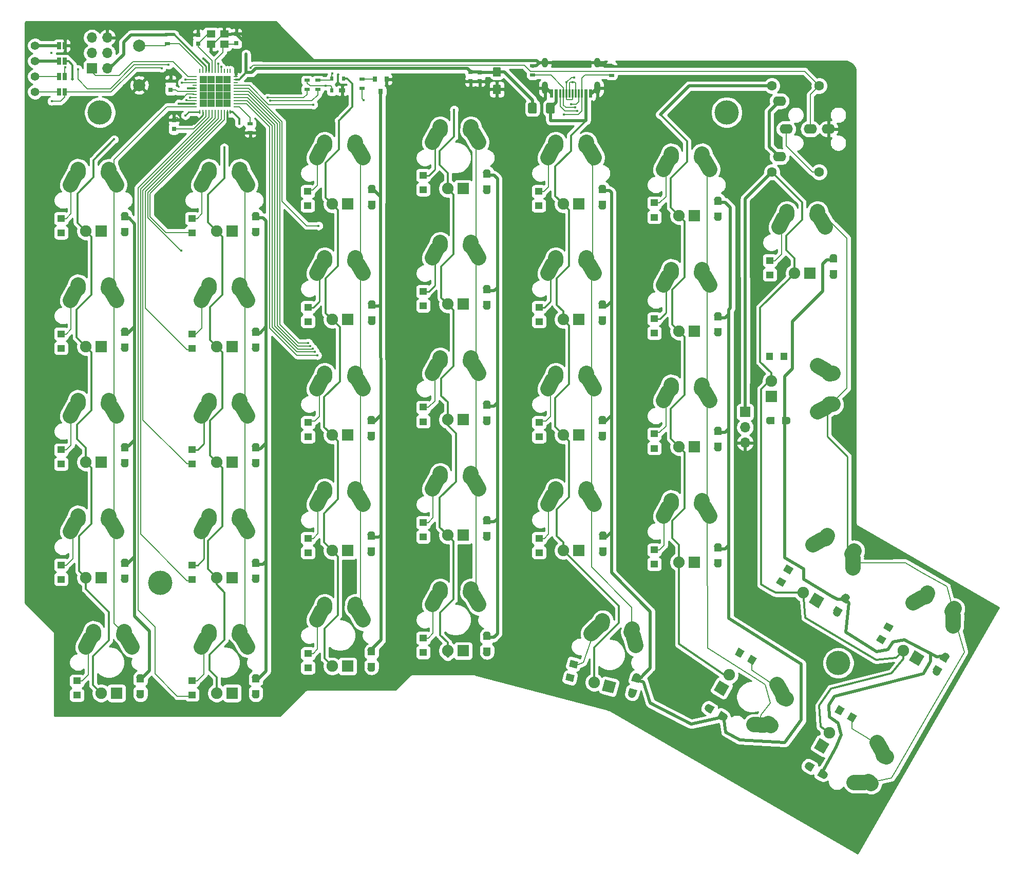
<source format=gbl>
G04 #@! TF.GenerationSoftware,KiCad,Pcbnew,(5.1.5)-3*
G04 #@! TF.CreationDate,2020-05-09T22:12:47+04:00*
G04 #@! TF.ProjectId,redox_rev2,7265646f-785f-4726-9576-322e6b696361,1.0*
G04 #@! TF.SameCoordinates,Original*
G04 #@! TF.FileFunction,Copper,L2,Bot*
G04 #@! TF.FilePolarity,Positive*
%FSLAX46Y46*%
G04 Gerber Fmt 4.6, Leading zero omitted, Abs format (unit mm)*
G04 Created by KiCad (PCBNEW (5.1.5)-3) date 2020-05-09 22:12:47*
%MOMM*%
%LPD*%
G04 APERTURE LIST*
%ADD10R,0.600000X1.450000*%
%ADD11R,0.300000X1.450000*%
%ADD12O,1.000000X2.100000*%
%ADD13O,1.000000X1.600000*%
%ADD14R,1.905000X1.905000*%
%ADD15C,1.905000*%
%ADD16C,2.500000*%
%ADD17C,0.100000*%
%ADD18R,0.900000X0.500000*%
%ADD19R,0.800000X0.900000*%
%ADD20R,1.300000X0.900000*%
%ADD21O,1.300000X1.100000*%
%ADD22C,1.100000*%
%ADD23R,0.900000X1.300000*%
%ADD24O,1.100000X1.300000*%
%ADD25R,0.750000X0.800000*%
%ADD26R,1.300000X1.100000*%
%ADD27R,1.300000X0.700000*%
%ADD28R,1.100000X1.300000*%
%ADD29R,0.700000X1.300000*%
%ADD30C,1.397000*%
%ADD31R,0.635000X1.143000*%
%ADD32C,1.600000*%
%ADD33O,2.200000X1.600000*%
%ADD34O,1.700000X1.700000*%
%ADD35R,1.700000X1.700000*%
%ADD36R,1.000000X0.700000*%
%ADD37R,0.600000X0.700000*%
%ADD38R,1.400000X1.200000*%
%ADD39C,4.000000*%
%ADD40C,2.000000*%
%ADD41R,0.700000X0.250000*%
%ADD42R,0.250000X0.700000*%
%ADD43R,1.287500X1.287500*%
%ADD44C,0.400000*%
%ADD45C,0.500000*%
%ADD46C,0.200000*%
%ADD47C,0.250000*%
%ADD48C,0.500000*%
%ADD49C,0.300000*%
%ADD50C,0.254000*%
G04 APERTURE END LIST*
D10*
X173425000Y-49095000D03*
X166975000Y-49095000D03*
X172650000Y-49095000D03*
X167750000Y-49095000D03*
D11*
X168450000Y-49095000D03*
X171950000Y-49095000D03*
X168950000Y-49095000D03*
X171450000Y-49095000D03*
X169450000Y-49095000D03*
X170950000Y-49095000D03*
X170450000Y-49095000D03*
X169950000Y-49095000D03*
D12*
X165880000Y-48180000D03*
X174520000Y-48180000D03*
D13*
X165880000Y-44000000D03*
X174520000Y-44000000D03*
D14*
X92710000Y-71755000D03*
D15*
X90170000Y-71755000D03*
D16*
X93979724Y-61595672D02*
X93940276Y-62174328D01*
X88440453Y-62675046D02*
X87629547Y-64134954D01*
X94439547Y-62675046D02*
X95250453Y-64134954D01*
X88900276Y-61595672D02*
X88939724Y-62174328D01*
D14*
X92710000Y-90805000D03*
D15*
X90170000Y-90805000D03*
D16*
X93979724Y-80645672D02*
X93940276Y-81224328D01*
X88440453Y-81725046D02*
X87629547Y-83184954D01*
X94439547Y-81725046D02*
X95250453Y-83184954D01*
X88900276Y-80645672D02*
X88939724Y-81224328D01*
D14*
X92710000Y-109855000D03*
D15*
X90170000Y-109855000D03*
D16*
X93979724Y-99695672D02*
X93940276Y-100274328D01*
X88440453Y-100775046D02*
X87629547Y-102234954D01*
X94439547Y-100775046D02*
X95250453Y-102234954D01*
X88900276Y-99695672D02*
X88939724Y-100274328D01*
D14*
X92710000Y-128905000D03*
D15*
X90170000Y-128905000D03*
D16*
X93979724Y-118745672D02*
X93940276Y-119324328D01*
X88440453Y-119825046D02*
X87629547Y-121284954D01*
X94439547Y-119825046D02*
X95250453Y-121284954D01*
X88900276Y-118745672D02*
X88939724Y-119324328D01*
G04 #@! TA.AperFunction,ComponentPad*
D17*
G36*
X175275356Y-147514122D02*
G01*
X175768406Y-145674034D01*
X177608494Y-146167084D01*
X177115444Y-148007172D01*
X175275356Y-147514122D01*
G37*
G04 #@! TD.AperFunction*
D15*
X173988473Y-146183203D03*
D16*
X180297812Y-137356074D02*
X180109940Y-137904804D01*
X174667925Y-136965002D02*
X173506797Y-138165286D01*
X180462604Y-138517681D02*
X180868028Y-140137721D01*
X175391441Y-136041416D02*
X175279779Y-136610566D01*
G04 #@! TA.AperFunction,ComponentPad*
D17*
G36*
X194641952Y-145848713D02*
G01*
X196291730Y-146801213D01*
X195339230Y-148450991D01*
X193689452Y-147498491D01*
X194641952Y-145848713D01*
G37*
G04 #@! TD.AperFunction*
D15*
X196260591Y-144950148D03*
D16*
X203153966Y-153329130D02*
X202672558Y-153005638D01*
X204988835Y-147992294D02*
X204129971Y-146560074D01*
X201989288Y-153187660D02*
X200319518Y-153159972D01*
X205693690Y-148930198D02*
X205172834Y-148675034D01*
D14*
X203200000Y-99060000D03*
D15*
X203200000Y-96520000D03*
D16*
X213359328Y-100329724D02*
X212780672Y-100290276D01*
X212279954Y-94790453D02*
X210820046Y-93979547D01*
X212279954Y-100789547D02*
X210820046Y-101600453D01*
X213359328Y-95250276D02*
X212780672Y-95289724D01*
G04 #@! TA.AperFunction,ComponentPad*
D17*
G36*
X211151952Y-155373713D02*
G01*
X212801730Y-156326213D01*
X211849230Y-157975991D01*
X210199452Y-157023491D01*
X211151952Y-155373713D01*
G37*
G04 #@! TD.AperFunction*
D15*
X212770591Y-154475148D03*
D16*
X219663966Y-162854130D02*
X219182558Y-162530638D01*
X221498835Y-157517294D02*
X220639971Y-156085074D01*
X218499288Y-162712660D02*
X216829518Y-162684972D01*
X222203690Y-158455198D02*
X221682834Y-158200034D01*
D14*
X133350000Y-67310000D03*
D15*
X130810000Y-67310000D03*
D16*
X134619724Y-57150672D02*
X134580276Y-57729328D01*
X129080453Y-58230046D02*
X128269547Y-59689954D01*
X135079547Y-58230046D02*
X135890453Y-59689954D01*
X129540276Y-57150672D02*
X129579724Y-57729328D01*
D14*
X190500000Y-69215000D03*
D15*
X187960000Y-69215000D03*
D16*
X191769724Y-59055672D02*
X191730276Y-59634328D01*
X186230453Y-60135046D02*
X185419547Y-61594954D01*
X192229547Y-60135046D02*
X193040453Y-61594954D01*
X186690276Y-59055672D02*
X186729724Y-59634328D01*
D14*
X114300000Y-71755000D03*
D15*
X111760000Y-71755000D03*
D16*
X115569724Y-61595672D02*
X115530276Y-62174328D01*
X110030453Y-62675046D02*
X109219547Y-64134954D01*
X116029547Y-62675046D02*
X116840453Y-64134954D01*
X110490276Y-61595672D02*
X110529724Y-62174328D01*
D14*
X95250000Y-147955000D03*
D15*
X92710000Y-147955000D03*
D16*
X96519724Y-137795672D02*
X96480276Y-138374328D01*
X90980453Y-138875046D02*
X90169547Y-140334954D01*
X96979547Y-138875046D02*
X97790453Y-140334954D01*
X91440276Y-137795672D02*
X91479724Y-138374328D01*
D14*
X114300000Y-90805000D03*
D15*
X111760000Y-90805000D03*
D16*
X115569724Y-80645672D02*
X115530276Y-81224328D01*
X110030453Y-81725046D02*
X109219547Y-83184954D01*
X116029547Y-81725046D02*
X116840453Y-83184954D01*
X110490276Y-80645672D02*
X110529724Y-81224328D01*
D14*
X114300000Y-109855000D03*
D15*
X111760000Y-109855000D03*
D16*
X115569724Y-99695672D02*
X115530276Y-100274328D01*
X110030453Y-100775046D02*
X109219547Y-102234954D01*
X116029547Y-100775046D02*
X116840453Y-102234954D01*
X110490276Y-99695672D02*
X110529724Y-100274328D01*
D14*
X114300000Y-128905000D03*
D15*
X111760000Y-128905000D03*
D16*
X115569724Y-118745672D02*
X115530276Y-119324328D01*
X110030453Y-119825046D02*
X109219547Y-121284954D01*
X116029547Y-119825046D02*
X116840453Y-121284954D01*
X110490276Y-118745672D02*
X110529724Y-119324328D01*
D14*
X114300000Y-147955000D03*
D15*
X111760000Y-147955000D03*
D16*
X115569724Y-137795672D02*
X115530276Y-138374328D01*
X110030453Y-138875046D02*
X109219547Y-140334954D01*
X116029547Y-138875046D02*
X116840453Y-140334954D01*
X110490276Y-137795672D02*
X110529724Y-138374328D01*
D14*
X133350000Y-86360000D03*
D15*
X130810000Y-86360000D03*
D16*
X134619724Y-76200672D02*
X134580276Y-76779328D01*
X129080453Y-77280046D02*
X128269547Y-78739954D01*
X135079547Y-77280046D02*
X135890453Y-78739954D01*
X129540276Y-76200672D02*
X129579724Y-76779328D01*
D14*
X133350000Y-105410000D03*
D15*
X130810000Y-105410000D03*
D16*
X134619724Y-95250672D02*
X134580276Y-95829328D01*
X129080453Y-96330046D02*
X128269547Y-97789954D01*
X135079547Y-96330046D02*
X135890453Y-97789954D01*
X129540276Y-95250672D02*
X129579724Y-95829328D01*
D14*
X133350000Y-124460000D03*
D15*
X130810000Y-124460000D03*
D16*
X134619724Y-114300672D02*
X134580276Y-114879328D01*
X129080453Y-115380046D02*
X128269547Y-116839954D01*
X135079547Y-115380046D02*
X135890453Y-116839954D01*
X129540276Y-114300672D02*
X129579724Y-114879328D01*
D14*
X133350000Y-143510000D03*
D15*
X130810000Y-143510000D03*
D16*
X134619724Y-133350672D02*
X134580276Y-133929328D01*
X129080453Y-134430046D02*
X128269547Y-135889954D01*
X135079547Y-134430046D02*
X135890453Y-135889954D01*
X129540276Y-133350672D02*
X129579724Y-133929328D01*
D14*
X152400000Y-64770000D03*
D15*
X149860000Y-64770000D03*
D16*
X153669724Y-54610672D02*
X153630276Y-55189328D01*
X148130453Y-55690046D02*
X147319547Y-57149954D01*
X154129547Y-55690046D02*
X154940453Y-57149954D01*
X148590276Y-54610672D02*
X148629724Y-55189328D01*
D14*
X152400000Y-83820000D03*
D15*
X149860000Y-83820000D03*
D16*
X153669724Y-73660672D02*
X153630276Y-74239328D01*
X148130453Y-74740046D02*
X147319547Y-76199954D01*
X154129547Y-74740046D02*
X154940453Y-76199954D01*
X148590276Y-73660672D02*
X148629724Y-74239328D01*
D14*
X152400000Y-102870000D03*
D15*
X149860000Y-102870000D03*
D16*
X153669724Y-92710672D02*
X153630276Y-93289328D01*
X148130453Y-93790046D02*
X147319547Y-95249954D01*
X154129547Y-93790046D02*
X154940453Y-95249954D01*
X148590276Y-92710672D02*
X148629724Y-93289328D01*
D14*
X152400000Y-121920000D03*
D15*
X149860000Y-121920000D03*
D16*
X153669724Y-111760672D02*
X153630276Y-112339328D01*
X148130453Y-112840046D02*
X147319547Y-114299954D01*
X154129547Y-112840046D02*
X154940453Y-114299954D01*
X148590276Y-111760672D02*
X148629724Y-112339328D01*
D14*
X152400000Y-140970000D03*
D15*
X149860000Y-140970000D03*
D16*
X153669724Y-130810672D02*
X153630276Y-131389328D01*
X148130453Y-131890046D02*
X147319547Y-133349954D01*
X154129547Y-131890046D02*
X154940453Y-133349954D01*
X148590276Y-130810672D02*
X148629724Y-131389328D01*
D14*
X171450000Y-67310000D03*
D15*
X168910000Y-67310000D03*
D16*
X172719724Y-57150672D02*
X172680276Y-57729328D01*
X167180453Y-58230046D02*
X166369547Y-59689954D01*
X173179547Y-58230046D02*
X173990453Y-59689954D01*
X167640276Y-57150672D02*
X167679724Y-57729328D01*
D14*
X171450000Y-86360000D03*
D15*
X168910000Y-86360000D03*
D16*
X172719724Y-76200672D02*
X172680276Y-76779328D01*
X167180453Y-77280046D02*
X166369547Y-78739954D01*
X173179547Y-77280046D02*
X173990453Y-78739954D01*
X167640276Y-76200672D02*
X167679724Y-76779328D01*
D14*
X171450000Y-105410000D03*
D15*
X168910000Y-105410000D03*
D16*
X172719724Y-95250672D02*
X172680276Y-95829328D01*
X167180453Y-96330046D02*
X166369547Y-97789954D01*
X173179547Y-96330046D02*
X173990453Y-97789954D01*
X167640276Y-95250672D02*
X167679724Y-95829328D01*
D14*
X171450000Y-124460000D03*
D15*
X168910000Y-124460000D03*
D16*
X172719724Y-114300672D02*
X172680276Y-114879328D01*
X167180453Y-115380046D02*
X166369547Y-116839954D01*
X173179547Y-115380046D02*
X173990453Y-116839954D01*
X167640276Y-114300672D02*
X167679724Y-114879328D01*
D14*
X190500000Y-88265000D03*
D15*
X187960000Y-88265000D03*
D16*
X191769724Y-78105672D02*
X191730276Y-78684328D01*
X186230453Y-79185046D02*
X185419547Y-80644954D01*
X192229547Y-79185046D02*
X193040453Y-80644954D01*
X186690276Y-78105672D02*
X186729724Y-78684328D01*
D14*
X190500000Y-107315000D03*
D15*
X187960000Y-107315000D03*
D16*
X191769724Y-97155672D02*
X191730276Y-97734328D01*
X186230453Y-98235046D02*
X185419547Y-99694954D01*
X192229547Y-98235046D02*
X193040453Y-99694954D01*
X186690276Y-97155672D02*
X186729724Y-97734328D01*
D14*
X190500000Y-126365000D03*
D15*
X187960000Y-126365000D03*
D16*
X191769724Y-116205672D02*
X191730276Y-116784328D01*
X186230453Y-117285046D02*
X185419547Y-118744954D01*
X192229547Y-117285046D02*
X193040453Y-118744954D01*
X186690276Y-116205672D02*
X186729724Y-116784328D01*
D14*
X209550000Y-78740000D03*
D15*
X207010000Y-78740000D03*
D16*
X210819724Y-68580672D02*
X210780276Y-69159328D01*
X205280453Y-69660046D02*
X204469547Y-71119954D01*
X211279547Y-69660046D02*
X212090453Y-71119954D01*
X205740276Y-68580672D02*
X205779724Y-69159328D01*
G04 #@! TA.AperFunction,ComponentPad*
D17*
G36*
X209348713Y-133018048D02*
G01*
X210301213Y-131368270D01*
X211950991Y-132320770D01*
X210998491Y-133970548D01*
X209348713Y-133018048D01*
G37*
G04 #@! TD.AperFunction*
D15*
X208450148Y-131399409D03*
D16*
X216829130Y-124506034D02*
X216505638Y-124987442D01*
X211492294Y-122671165D02*
X210060074Y-123530029D01*
X216687660Y-125670712D02*
X216659972Y-127340482D01*
X212430198Y-121966310D02*
X212175034Y-122487166D01*
G04 #@! TA.AperFunction,ComponentPad*
D17*
G36*
X225858713Y-142543048D02*
G01*
X226811213Y-140893270D01*
X228460991Y-141845770D01*
X227508491Y-143495548D01*
X225858713Y-142543048D01*
G37*
G04 #@! TD.AperFunction*
D15*
X224960148Y-140924409D03*
D16*
X233339130Y-134031034D02*
X233015638Y-134512442D01*
X228002294Y-132196165D02*
X226570074Y-133055029D01*
X233197660Y-135195712D02*
X233169972Y-136865482D01*
X228940198Y-131491310D02*
X228685034Y-132012166D01*
D18*
X135700000Y-48250000D03*
X135700000Y-46750000D03*
D19*
X138800000Y-48750000D03*
X139750000Y-46750000D03*
X137850000Y-46750000D03*
D20*
X96647000Y-71662000D03*
X96647000Y-69562000D03*
D21*
X96647000Y-72112000D03*
X96647000Y-69112000D03*
D20*
X96647000Y-90712000D03*
X96647000Y-88612000D03*
D21*
X96647000Y-91162000D03*
X96647000Y-88162000D03*
D20*
X96647000Y-109762000D03*
X96647000Y-107662000D03*
D21*
X96647000Y-110212000D03*
X96647000Y-107212000D03*
D20*
X96647000Y-128812000D03*
X96647000Y-126712000D03*
D21*
X96647000Y-129262000D03*
X96647000Y-126262000D03*
D20*
X99187000Y-147862000D03*
X99187000Y-145762000D03*
D21*
X99187000Y-148312000D03*
X99187000Y-145312000D03*
D20*
X118237000Y-71662000D03*
X118237000Y-69562000D03*
D21*
X118237000Y-72112000D03*
X118237000Y-69112000D03*
D20*
X118237000Y-90712000D03*
X118237000Y-88612000D03*
D21*
X118237000Y-91162000D03*
X118237000Y-88162000D03*
D20*
X118237000Y-109762000D03*
X118237000Y-107662000D03*
D21*
X118237000Y-110212000D03*
X118237000Y-107212000D03*
D20*
X118237000Y-128812000D03*
X118237000Y-126712000D03*
D21*
X118237000Y-129262000D03*
X118237000Y-126262000D03*
D20*
X118200000Y-147862000D03*
X118200000Y-145762000D03*
D21*
X118200000Y-148312000D03*
X118200000Y-145312000D03*
D20*
X137300000Y-67217000D03*
X137300000Y-65117000D03*
D21*
X137300000Y-67667000D03*
X137300000Y-64667000D03*
D20*
X137300000Y-86267000D03*
X137300000Y-84167000D03*
D21*
X137300000Y-86717000D03*
X137300000Y-83717000D03*
D20*
X137287000Y-105317000D03*
X137287000Y-103217000D03*
D21*
X137287000Y-105767000D03*
X137287000Y-102767000D03*
D20*
X137287000Y-124367000D03*
X137287000Y-122267000D03*
D21*
X137287000Y-124817000D03*
X137287000Y-121817000D03*
D20*
X137287000Y-143417000D03*
X137287000Y-141317000D03*
D21*
X137287000Y-143867000D03*
X137287000Y-140867000D03*
D20*
X156337000Y-64677000D03*
X156337000Y-62577000D03*
D21*
X156337000Y-65127000D03*
X156337000Y-62127000D03*
D20*
X156337000Y-83727000D03*
X156337000Y-81627000D03*
D21*
X156337000Y-84177000D03*
X156337000Y-81177000D03*
D20*
X156300000Y-102777000D03*
X156300000Y-100677000D03*
D21*
X156300000Y-103227000D03*
X156300000Y-100227000D03*
D20*
X156337000Y-121827000D03*
X156337000Y-119727000D03*
D21*
X156337000Y-122277000D03*
X156337000Y-119277000D03*
D20*
X156337000Y-140877000D03*
X156337000Y-138777000D03*
D21*
X156337000Y-141327000D03*
X156337000Y-138327000D03*
D20*
X175387000Y-67217000D03*
X175387000Y-65117000D03*
D21*
X175387000Y-67667000D03*
X175387000Y-64667000D03*
D20*
X175387000Y-86267000D03*
X175387000Y-84167000D03*
D21*
X175387000Y-86717000D03*
X175387000Y-83717000D03*
D20*
X175387000Y-105317000D03*
X175387000Y-103217000D03*
D21*
X175387000Y-105767000D03*
X175387000Y-102767000D03*
D20*
X175400000Y-124367000D03*
X175400000Y-122267000D03*
D21*
X175400000Y-124817000D03*
X175400000Y-121817000D03*
G04 #@! TA.AperFunction,SMDPad,CuDef*
D17*
G36*
X179810857Y-147096323D02*
G01*
X181066560Y-147432788D01*
X180833623Y-148302121D01*
X179577920Y-147965656D01*
X179810857Y-147096323D01*
G37*
G04 #@! TD.AperFunction*
G04 #@! TA.AperFunction,SMDPad,CuDef*
G36*
X180354377Y-145067879D02*
G01*
X181610080Y-145404344D01*
X181377143Y-146273677D01*
X180121440Y-145937212D01*
X180354377Y-145067879D01*
G37*
G04 #@! TD.AperFunction*
D22*
X180302364Y-148159771D02*
X180109178Y-148108007D01*
X181078822Y-145261993D02*
X180885636Y-145210229D01*
D20*
X194437000Y-69122000D03*
X194437000Y-67022000D03*
D21*
X194437000Y-69572000D03*
X194437000Y-66572000D03*
D20*
X194437000Y-88172000D03*
X194437000Y-86072000D03*
D21*
X194437000Y-88622000D03*
X194437000Y-85622000D03*
D20*
X194400000Y-107095000D03*
X194400000Y-104995000D03*
D21*
X194400000Y-107545000D03*
X194400000Y-104545000D03*
D20*
X194400000Y-126272000D03*
X194400000Y-124172000D03*
D21*
X194400000Y-126722000D03*
X194400000Y-123722000D03*
G04 #@! TA.AperFunction,SMDPad,CuDef*
D17*
G36*
X193861384Y-150267083D02*
G01*
X193211384Y-151392917D01*
X192431962Y-150942917D01*
X193081962Y-149817083D01*
X193861384Y-150267083D01*
G37*
G04 #@! TD.AperFunction*
G04 #@! TA.AperFunction,SMDPad,CuDef*
G36*
X195680038Y-151317083D02*
G01*
X195030038Y-152442917D01*
X194250616Y-151992917D01*
X194900616Y-150867083D01*
X195680038Y-151317083D01*
G37*
G04 #@! TD.AperFunction*
D22*
X192706962Y-150466603D02*
X192806962Y-150293397D01*
X195305038Y-151966603D02*
X195405038Y-151793397D01*
D20*
X213487000Y-78647000D03*
X213487000Y-76547000D03*
D21*
X213487000Y-79097000D03*
X213487000Y-76097000D03*
D23*
X203293000Y-102997000D03*
X205393000Y-102997000D03*
D24*
X202843000Y-102997000D03*
X205843000Y-102997000D03*
G04 #@! TA.AperFunction,SMDPad,CuDef*
D17*
G36*
X213837083Y-133594616D02*
G01*
X214962917Y-134244616D01*
X214512917Y-135024038D01*
X213387083Y-134374038D01*
X213837083Y-133594616D01*
G37*
G04 #@! TD.AperFunction*
G04 #@! TA.AperFunction,SMDPad,CuDef*
G36*
X214887083Y-131775962D02*
G01*
X216012917Y-132425962D01*
X215562917Y-133205384D01*
X214437083Y-132555384D01*
X214887083Y-131775962D01*
G37*
G04 #@! TD.AperFunction*
D22*
X214036603Y-134749038D02*
X213863397Y-134649038D01*
X215536603Y-132150962D02*
X215363397Y-132050962D01*
G04 #@! TA.AperFunction,SMDPad,CuDef*
D17*
G36*
X230277083Y-143323616D02*
G01*
X231402917Y-143973616D01*
X230952917Y-144753038D01*
X229827083Y-144103038D01*
X230277083Y-143323616D01*
G37*
G04 #@! TD.AperFunction*
G04 #@! TA.AperFunction,SMDPad,CuDef*
G36*
X231327083Y-141504962D02*
G01*
X232452917Y-142154962D01*
X232002917Y-142934384D01*
X230877083Y-142284384D01*
X231327083Y-141504962D01*
G37*
G04 #@! TD.AperFunction*
D22*
X230476603Y-144478038D02*
X230303397Y-144378038D01*
X231976603Y-141879962D02*
X231803397Y-141779962D01*
G04 #@! TA.AperFunction,SMDPad,CuDef*
D17*
G36*
X210371384Y-159792083D02*
G01*
X209721384Y-160917917D01*
X208941962Y-160467917D01*
X209591962Y-159342083D01*
X210371384Y-159792083D01*
G37*
G04 #@! TD.AperFunction*
G04 #@! TA.AperFunction,SMDPad,CuDef*
G36*
X212190038Y-160842083D02*
G01*
X211540038Y-161967917D01*
X210760616Y-161517917D01*
X211410616Y-160392083D01*
X212190038Y-160842083D01*
G37*
G04 #@! TD.AperFunction*
D22*
X209216962Y-159991603D02*
X209316962Y-159818397D01*
X211815038Y-161491603D02*
X211915038Y-161318397D01*
D25*
X104700000Y-53450000D03*
X104700000Y-54950000D03*
D26*
X86106000Y-69716000D03*
X86106000Y-72016000D03*
D27*
X86106000Y-69466000D03*
X86106000Y-72266000D03*
D26*
X86100000Y-88750000D03*
X86100000Y-91050000D03*
D27*
X86100000Y-88500000D03*
X86100000Y-91300000D03*
D26*
X86100000Y-107850000D03*
X86100000Y-110150000D03*
D27*
X86100000Y-107600000D03*
X86100000Y-110400000D03*
D26*
X86100000Y-126850000D03*
X86100000Y-129150000D03*
D27*
X86100000Y-126600000D03*
X86100000Y-129400000D03*
D26*
X88700000Y-145950000D03*
X88700000Y-148250000D03*
D27*
X88700000Y-145700000D03*
X88700000Y-148500000D03*
D26*
X107696000Y-69716000D03*
X107696000Y-72016000D03*
D27*
X107696000Y-69466000D03*
X107696000Y-72266000D03*
D26*
X107700000Y-88800000D03*
X107700000Y-91100000D03*
D27*
X107700000Y-88550000D03*
X107700000Y-91350000D03*
D26*
X107700000Y-107850000D03*
X107700000Y-110150000D03*
D27*
X107700000Y-107600000D03*
X107700000Y-110400000D03*
D26*
X107700000Y-126850000D03*
X107700000Y-129150000D03*
D27*
X107700000Y-126600000D03*
X107700000Y-129400000D03*
D26*
X107700000Y-145900000D03*
X107700000Y-148200000D03*
D27*
X107700000Y-145650000D03*
X107700000Y-148450000D03*
D26*
X126746000Y-65250000D03*
X126746000Y-67550000D03*
D27*
X126746000Y-65000000D03*
X126746000Y-67800000D03*
D26*
X126800000Y-84350000D03*
X126800000Y-86650000D03*
D27*
X126800000Y-84100000D03*
X126800000Y-86900000D03*
D26*
X126800000Y-103350000D03*
X126800000Y-105650000D03*
D27*
X126800000Y-103100000D03*
X126800000Y-105900000D03*
D26*
X126800000Y-122450000D03*
X126800000Y-124750000D03*
D27*
X126800000Y-122200000D03*
X126800000Y-125000000D03*
D26*
X126800000Y-141450000D03*
X126800000Y-143750000D03*
D27*
X126800000Y-141200000D03*
X126800000Y-144000000D03*
D26*
X145796000Y-62604000D03*
X145796000Y-64904000D03*
D27*
X145796000Y-62354000D03*
X145796000Y-65154000D03*
D26*
X145800000Y-81750000D03*
X145800000Y-84050000D03*
D27*
X145800000Y-81500000D03*
X145800000Y-84300000D03*
D26*
X145800000Y-100850000D03*
X145800000Y-103150000D03*
D27*
X145800000Y-100600000D03*
X145800000Y-103400000D03*
D26*
X145800000Y-119850000D03*
X145800000Y-122150000D03*
D27*
X145800000Y-119600000D03*
X145800000Y-122400000D03*
D26*
X145800000Y-138900000D03*
X145800000Y-141200000D03*
D27*
X145800000Y-138650000D03*
X145800000Y-141450000D03*
D26*
X164846000Y-65250000D03*
X164846000Y-67550000D03*
D27*
X164846000Y-65000000D03*
X164846000Y-67800000D03*
D26*
X164900000Y-84350000D03*
X164900000Y-86650000D03*
D27*
X164900000Y-84100000D03*
X164900000Y-86900000D03*
D26*
X164900000Y-103350000D03*
X164900000Y-105650000D03*
D27*
X164900000Y-103100000D03*
X164900000Y-105900000D03*
D26*
X164900000Y-122450000D03*
X164900000Y-124750000D03*
D27*
X164900000Y-122200000D03*
X164900000Y-125000000D03*
G04 #@! TA.AperFunction,SMDPad,CuDef*
D17*
G36*
X171080785Y-143877862D02*
G01*
X169825082Y-143541397D01*
X170109783Y-142478878D01*
X171365486Y-142815343D01*
X171080785Y-143877862D01*
G37*
G04 #@! TD.AperFunction*
G04 #@! TA.AperFunction,SMDPad,CuDef*
G36*
X170485501Y-146099492D02*
G01*
X169229798Y-145763027D01*
X169514499Y-144700508D01*
X170770202Y-145036973D01*
X170485501Y-146099492D01*
G37*
G04 #@! TD.AperFunction*
G04 #@! TA.AperFunction,ComponentPad*
G36*
X171197254Y-143443195D02*
G01*
X169941551Y-143106731D01*
X170122724Y-142430583D01*
X171378427Y-142767047D01*
X171197254Y-143443195D01*
G37*
G04 #@! TD.AperFunction*
G04 #@! TA.AperFunction,ComponentPad*
G36*
X170472560Y-146147787D02*
G01*
X169216857Y-145811323D01*
X169398030Y-145135175D01*
X170653733Y-145471639D01*
X170472560Y-146147787D01*
G37*
G04 #@! TD.AperFunction*
D26*
X183900000Y-67150000D03*
X183900000Y-69450000D03*
D27*
X183900000Y-66900000D03*
X183900000Y-69700000D03*
D26*
X183900000Y-86250000D03*
X183900000Y-88550000D03*
D27*
X183900000Y-86000000D03*
X183900000Y-88800000D03*
D26*
X183900000Y-105250000D03*
X183900000Y-107550000D03*
D27*
X183900000Y-105000000D03*
X183900000Y-107800000D03*
D26*
X183900000Y-124350000D03*
X183900000Y-126650000D03*
D27*
X183900000Y-124100000D03*
X183900000Y-126900000D03*
G04 #@! TA.AperFunction,SMDPad,CuDef*
D17*
G36*
X199194615Y-142762917D02*
G01*
X199844615Y-141637083D01*
X200797243Y-142187083D01*
X200147243Y-143312917D01*
X199194615Y-142762917D01*
G37*
G04 #@! TD.AperFunction*
G04 #@! TA.AperFunction,SMDPad,CuDef*
G36*
X197202757Y-141612917D02*
G01*
X197852757Y-140487083D01*
X198805385Y-141037083D01*
X198155385Y-142162917D01*
X197202757Y-141612917D01*
G37*
G04 #@! TD.AperFunction*
G04 #@! TA.AperFunction,ComponentPad*
G36*
X199584327Y-142987917D02*
G01*
X200234327Y-141862083D01*
X200840545Y-142212083D01*
X200190545Y-143337917D01*
X199584327Y-142987917D01*
G37*
G04 #@! TD.AperFunction*
G04 #@! TA.AperFunction,ComponentPad*
G36*
X197159455Y-141587917D02*
G01*
X197809455Y-140462083D01*
X198415673Y-140812083D01*
X197765673Y-141937917D01*
X197159455Y-141587917D01*
G37*
G04 #@! TD.AperFunction*
D26*
X202946000Y-76650000D03*
X202946000Y-78950000D03*
D27*
X202946000Y-76400000D03*
X202946000Y-79200000D03*
D28*
X205250000Y-92456000D03*
X202950000Y-92456000D03*
D29*
X205500000Y-92456000D03*
X202700000Y-92456000D03*
G04 #@! TA.AperFunction,SMDPad,CuDef*
D17*
G36*
X206262917Y-128405385D02*
G01*
X205137083Y-127755385D01*
X205687083Y-126802757D01*
X206812917Y-127452757D01*
X206262917Y-128405385D01*
G37*
G04 #@! TD.AperFunction*
G04 #@! TA.AperFunction,SMDPad,CuDef*
G36*
X205112917Y-130397243D02*
G01*
X203987083Y-129747243D01*
X204537083Y-128794615D01*
X205662917Y-129444615D01*
X205112917Y-130397243D01*
G37*
G04 #@! TD.AperFunction*
G04 #@! TA.AperFunction,ComponentPad*
G36*
X206487917Y-128015673D02*
G01*
X205362083Y-127365673D01*
X205712083Y-126759455D01*
X206837917Y-127409455D01*
X206487917Y-128015673D01*
G37*
G04 #@! TD.AperFunction*
G04 #@! TA.AperFunction,ComponentPad*
G36*
X205087917Y-130440545D02*
G01*
X203962083Y-129790545D01*
X204312083Y-129184327D01*
X205437917Y-129834327D01*
X205087917Y-130440545D01*
G37*
G04 #@! TD.AperFunction*
G04 #@! TA.AperFunction,SMDPad,CuDef*
G36*
X222762917Y-137905385D02*
G01*
X221637083Y-137255385D01*
X222187083Y-136302757D01*
X223312917Y-136952757D01*
X222762917Y-137905385D01*
G37*
G04 #@! TD.AperFunction*
G04 #@! TA.AperFunction,SMDPad,CuDef*
G36*
X221612917Y-139897243D02*
G01*
X220487083Y-139247243D01*
X221037083Y-138294615D01*
X222162917Y-138944615D01*
X221612917Y-139897243D01*
G37*
G04 #@! TD.AperFunction*
G04 #@! TA.AperFunction,ComponentPad*
G36*
X222987917Y-137515673D02*
G01*
X221862083Y-136865673D01*
X222212083Y-136259455D01*
X223337917Y-136909455D01*
X222987917Y-137515673D01*
G37*
G04 #@! TD.AperFunction*
G04 #@! TA.AperFunction,ComponentPad*
G36*
X221587917Y-139940545D02*
G01*
X220462083Y-139290545D01*
X220812083Y-138684327D01*
X221937917Y-139334327D01*
X221587917Y-139940545D01*
G37*
G04 #@! TD.AperFunction*
G04 #@! TA.AperFunction,SMDPad,CuDef*
G36*
X215690544Y-152237917D02*
G01*
X216340544Y-151112083D01*
X217293172Y-151662083D01*
X216643172Y-152787917D01*
X215690544Y-152237917D01*
G37*
G04 #@! TD.AperFunction*
G04 #@! TA.AperFunction,SMDPad,CuDef*
G36*
X213698686Y-151087917D02*
G01*
X214348686Y-149962083D01*
X215301314Y-150512083D01*
X214651314Y-151637917D01*
X213698686Y-151087917D01*
G37*
G04 #@! TD.AperFunction*
G04 #@! TA.AperFunction,ComponentPad*
G36*
X216080256Y-152462917D02*
G01*
X216730256Y-151337083D01*
X217336474Y-151687083D01*
X216686474Y-152812917D01*
X216080256Y-152462917D01*
G37*
G04 #@! TD.AperFunction*
G04 #@! TA.AperFunction,ComponentPad*
G36*
X213655384Y-151062917D02*
G01*
X214305384Y-149937083D01*
X214911602Y-150287083D01*
X214261602Y-151412917D01*
X213655384Y-151062917D01*
G37*
G04 #@! TD.AperFunction*
D30*
X81800000Y-48820000D03*
X81800000Y-46280000D03*
X81800000Y-43740000D03*
X81800000Y-41200000D03*
D31*
X86735380Y-48848000D03*
X85734620Y-48848000D03*
X86735380Y-46308000D03*
X85734620Y-46308000D03*
X86735380Y-43741000D03*
X85734620Y-43741000D03*
X86735380Y-41201000D03*
X85734620Y-41201000D03*
D32*
X203287800Y-47816000D03*
X211087800Y-47816000D03*
X203287800Y-62040000D03*
X211087800Y-62040000D03*
D33*
X204523800Y-59528000D03*
X204523800Y-50328000D03*
X205623800Y-54928000D03*
X212623800Y-54928000D03*
X209623800Y-54928000D03*
D34*
X198882000Y-106680000D03*
X198882000Y-104140000D03*
D35*
X198882000Y-101600000D03*
D36*
X132450000Y-48600000D03*
D37*
X132650000Y-46600000D03*
X130750000Y-48600000D03*
X130750000Y-46600000D03*
D38*
X113000000Y-39280000D03*
X110800000Y-39280000D03*
X110800000Y-40980000D03*
X113000000Y-40980000D03*
D25*
X115000000Y-39250000D03*
X115000000Y-40750000D03*
X108700000Y-39400000D03*
X108700000Y-40900000D03*
X155150000Y-45567900D03*
X155150000Y-47067900D03*
X104150000Y-48502000D03*
X104150000Y-47002000D03*
X153600000Y-45550000D03*
X153600000Y-47050000D03*
D39*
X195839000Y-52200000D03*
X92500000Y-52200000D03*
X102489000Y-129794000D03*
X214249000Y-143002000D03*
D18*
X163850000Y-46050000D03*
X163850000Y-44550000D03*
X176850000Y-46100000D03*
X176850000Y-44600000D03*
X126650000Y-46900000D03*
X126650000Y-48400000D03*
X128450000Y-46900000D03*
X128450000Y-48400000D03*
X103632000Y-40882000D03*
X103632000Y-39382000D03*
X117284500Y-54050500D03*
X117284500Y-55550500D03*
D34*
X93726000Y-39878000D03*
X91186000Y-39878000D03*
X93726000Y-42418000D03*
X91186000Y-42418000D03*
X93726000Y-44958000D03*
D35*
X91186000Y-44958000D03*
D40*
X99000000Y-47700000D03*
X99000000Y-41200000D03*
G04 #@! TA.AperFunction,SMDPad,CuDef*
D17*
G36*
X158399505Y-47613704D02*
G01*
X158423773Y-47617304D01*
X158447572Y-47623265D01*
X158470671Y-47631530D01*
X158492850Y-47642020D01*
X158513893Y-47654632D01*
X158533599Y-47669247D01*
X158551777Y-47685723D01*
X158568253Y-47703901D01*
X158582868Y-47723607D01*
X158595480Y-47744650D01*
X158605970Y-47766829D01*
X158614235Y-47789928D01*
X158620196Y-47813727D01*
X158623796Y-47837995D01*
X158625000Y-47862499D01*
X158625000Y-48937501D01*
X158623796Y-48962005D01*
X158620196Y-48986273D01*
X158614235Y-49010072D01*
X158605970Y-49033171D01*
X158595480Y-49055350D01*
X158582868Y-49076393D01*
X158568253Y-49096099D01*
X158551777Y-49114277D01*
X158533599Y-49130753D01*
X158513893Y-49145368D01*
X158492850Y-49157980D01*
X158470671Y-49168470D01*
X158447572Y-49176735D01*
X158423773Y-49182696D01*
X158399505Y-49186296D01*
X158375001Y-49187500D01*
X157524999Y-49187500D01*
X157500495Y-49186296D01*
X157476227Y-49182696D01*
X157452428Y-49176735D01*
X157429329Y-49168470D01*
X157407150Y-49157980D01*
X157386107Y-49145368D01*
X157366401Y-49130753D01*
X157348223Y-49114277D01*
X157331747Y-49096099D01*
X157317132Y-49076393D01*
X157304520Y-49055350D01*
X157294030Y-49033171D01*
X157285765Y-49010072D01*
X157279804Y-48986273D01*
X157276204Y-48962005D01*
X157275000Y-48937501D01*
X157275000Y-47862499D01*
X157276204Y-47837995D01*
X157279804Y-47813727D01*
X157285765Y-47789928D01*
X157294030Y-47766829D01*
X157304520Y-47744650D01*
X157317132Y-47723607D01*
X157331747Y-47703901D01*
X157348223Y-47685723D01*
X157366401Y-47669247D01*
X157386107Y-47654632D01*
X157407150Y-47642020D01*
X157429329Y-47631530D01*
X157452428Y-47623265D01*
X157476227Y-47617304D01*
X157500495Y-47613704D01*
X157524999Y-47612500D01*
X158375001Y-47612500D01*
X158399505Y-47613704D01*
G37*
G04 #@! TD.AperFunction*
G04 #@! TA.AperFunction,SMDPad,CuDef*
G36*
X158399505Y-44738704D02*
G01*
X158423773Y-44742304D01*
X158447572Y-44748265D01*
X158470671Y-44756530D01*
X158492850Y-44767020D01*
X158513893Y-44779632D01*
X158533599Y-44794247D01*
X158551777Y-44810723D01*
X158568253Y-44828901D01*
X158582868Y-44848607D01*
X158595480Y-44869650D01*
X158605970Y-44891829D01*
X158614235Y-44914928D01*
X158620196Y-44938727D01*
X158623796Y-44962995D01*
X158625000Y-44987499D01*
X158625000Y-46062501D01*
X158623796Y-46087005D01*
X158620196Y-46111273D01*
X158614235Y-46135072D01*
X158605970Y-46158171D01*
X158595480Y-46180350D01*
X158582868Y-46201393D01*
X158568253Y-46221099D01*
X158551777Y-46239277D01*
X158533599Y-46255753D01*
X158513893Y-46270368D01*
X158492850Y-46282980D01*
X158470671Y-46293470D01*
X158447572Y-46301735D01*
X158423773Y-46307696D01*
X158399505Y-46311296D01*
X158375001Y-46312500D01*
X157524999Y-46312500D01*
X157500495Y-46311296D01*
X157476227Y-46307696D01*
X157452428Y-46301735D01*
X157429329Y-46293470D01*
X157407150Y-46282980D01*
X157386107Y-46270368D01*
X157366401Y-46255753D01*
X157348223Y-46239277D01*
X157331747Y-46221099D01*
X157317132Y-46201393D01*
X157304520Y-46180350D01*
X157294030Y-46158171D01*
X157285765Y-46135072D01*
X157279804Y-46111273D01*
X157276204Y-46087005D01*
X157275000Y-46062501D01*
X157275000Y-44987499D01*
X157276204Y-44962995D01*
X157279804Y-44938727D01*
X157285765Y-44914928D01*
X157294030Y-44891829D01*
X157304520Y-44869650D01*
X157317132Y-44848607D01*
X157331747Y-44828901D01*
X157348223Y-44810723D01*
X157366401Y-44794247D01*
X157386107Y-44779632D01*
X157407150Y-44767020D01*
X157429329Y-44756530D01*
X157452428Y-44748265D01*
X157476227Y-44742304D01*
X157500495Y-44738704D01*
X157524999Y-44737500D01*
X158375001Y-44737500D01*
X158399505Y-44738704D01*
G37*
G04 #@! TD.AperFunction*
G04 #@! TA.AperFunction,SMDPad,CuDef*
G36*
X167274504Y-50626204D02*
G01*
X167298773Y-50629804D01*
X167322571Y-50635765D01*
X167345671Y-50644030D01*
X167367849Y-50654520D01*
X167388893Y-50667133D01*
X167408598Y-50681747D01*
X167426777Y-50698223D01*
X167443253Y-50716402D01*
X167457867Y-50736107D01*
X167470480Y-50757151D01*
X167480970Y-50779329D01*
X167489235Y-50802429D01*
X167495196Y-50826227D01*
X167498796Y-50850496D01*
X167500000Y-50875000D01*
X167500000Y-52125000D01*
X167498796Y-52149504D01*
X167495196Y-52173773D01*
X167489235Y-52197571D01*
X167480970Y-52220671D01*
X167470480Y-52242849D01*
X167457867Y-52263893D01*
X167443253Y-52283598D01*
X167426777Y-52301777D01*
X167408598Y-52318253D01*
X167388893Y-52332867D01*
X167367849Y-52345480D01*
X167345671Y-52355970D01*
X167322571Y-52364235D01*
X167298773Y-52370196D01*
X167274504Y-52373796D01*
X167250000Y-52375000D01*
X166325000Y-52375000D01*
X166300496Y-52373796D01*
X166276227Y-52370196D01*
X166252429Y-52364235D01*
X166229329Y-52355970D01*
X166207151Y-52345480D01*
X166186107Y-52332867D01*
X166166402Y-52318253D01*
X166148223Y-52301777D01*
X166131747Y-52283598D01*
X166117133Y-52263893D01*
X166104520Y-52242849D01*
X166094030Y-52220671D01*
X166085765Y-52197571D01*
X166079804Y-52173773D01*
X166076204Y-52149504D01*
X166075000Y-52125000D01*
X166075000Y-50875000D01*
X166076204Y-50850496D01*
X166079804Y-50826227D01*
X166085765Y-50802429D01*
X166094030Y-50779329D01*
X166104520Y-50757151D01*
X166117133Y-50736107D01*
X166131747Y-50716402D01*
X166148223Y-50698223D01*
X166166402Y-50681747D01*
X166186107Y-50667133D01*
X166207151Y-50654520D01*
X166229329Y-50644030D01*
X166252429Y-50635765D01*
X166276227Y-50629804D01*
X166300496Y-50626204D01*
X166325000Y-50625000D01*
X167250000Y-50625000D01*
X167274504Y-50626204D01*
G37*
G04 #@! TD.AperFunction*
G04 #@! TA.AperFunction,SMDPad,CuDef*
G36*
X164299504Y-50626204D02*
G01*
X164323773Y-50629804D01*
X164347571Y-50635765D01*
X164370671Y-50644030D01*
X164392849Y-50654520D01*
X164413893Y-50667133D01*
X164433598Y-50681747D01*
X164451777Y-50698223D01*
X164468253Y-50716402D01*
X164482867Y-50736107D01*
X164495480Y-50757151D01*
X164505970Y-50779329D01*
X164514235Y-50802429D01*
X164520196Y-50826227D01*
X164523796Y-50850496D01*
X164525000Y-50875000D01*
X164525000Y-52125000D01*
X164523796Y-52149504D01*
X164520196Y-52173773D01*
X164514235Y-52197571D01*
X164505970Y-52220671D01*
X164495480Y-52242849D01*
X164482867Y-52263893D01*
X164468253Y-52283598D01*
X164451777Y-52301777D01*
X164433598Y-52318253D01*
X164413893Y-52332867D01*
X164392849Y-52345480D01*
X164370671Y-52355970D01*
X164347571Y-52364235D01*
X164323773Y-52370196D01*
X164299504Y-52373796D01*
X164275000Y-52375000D01*
X163350000Y-52375000D01*
X163325496Y-52373796D01*
X163301227Y-52370196D01*
X163277429Y-52364235D01*
X163254329Y-52355970D01*
X163232151Y-52345480D01*
X163211107Y-52332867D01*
X163191402Y-52318253D01*
X163173223Y-52301777D01*
X163156747Y-52283598D01*
X163142133Y-52263893D01*
X163129520Y-52242849D01*
X163119030Y-52220671D01*
X163110765Y-52197571D01*
X163104804Y-52173773D01*
X163101204Y-52149504D01*
X163100000Y-52125000D01*
X163100000Y-50875000D01*
X163101204Y-50850496D01*
X163104804Y-50826227D01*
X163110765Y-50802429D01*
X163119030Y-50779329D01*
X163129520Y-50757151D01*
X163142133Y-50736107D01*
X163156747Y-50716402D01*
X163173223Y-50698223D01*
X163191402Y-50681747D01*
X163211107Y-50667133D01*
X163232151Y-50654520D01*
X163254329Y-50644030D01*
X163277429Y-50635765D01*
X163301227Y-50629804D01*
X163325496Y-50626204D01*
X163350000Y-50625000D01*
X164275000Y-50625000D01*
X164299504Y-50626204D01*
G37*
G04 #@! TD.AperFunction*
D41*
X108106000Y-51268000D03*
X108106000Y-50768000D03*
X108106000Y-50268000D03*
X108106000Y-49768000D03*
X108106000Y-49268000D03*
X108106000Y-48768000D03*
X108106000Y-48268000D03*
X108106000Y-47768000D03*
X108106000Y-47268000D03*
X108106000Y-46768000D03*
X108106000Y-46268000D03*
D42*
X109006000Y-45368000D03*
X109506000Y-45368000D03*
X110006000Y-45368000D03*
X110506000Y-45368000D03*
X111006000Y-45368000D03*
X111506000Y-45368000D03*
X112006000Y-45368000D03*
X112506000Y-45368000D03*
X113006000Y-45368000D03*
X113506000Y-45368000D03*
X114006000Y-45368000D03*
D41*
X114906000Y-46268000D03*
X114906000Y-46768000D03*
X114906000Y-47268000D03*
X114906000Y-47768000D03*
X114906000Y-48268000D03*
X114906000Y-48768000D03*
X114906000Y-49268000D03*
X114906000Y-49768000D03*
X114906000Y-50268000D03*
X114906000Y-50768000D03*
X114906000Y-51268000D03*
D42*
X114006000Y-52168000D03*
X113506000Y-52168000D03*
X113006000Y-52168000D03*
X112506000Y-52168000D03*
X112006000Y-52168000D03*
X111506000Y-52168000D03*
X111006000Y-52168000D03*
X110506000Y-52168000D03*
X110006000Y-52168000D03*
X109506000Y-52168000D03*
X109006000Y-52168000D03*
D43*
X113437250Y-46836750D03*
X113437250Y-48124250D03*
X113437250Y-49411750D03*
X113437250Y-50699250D03*
X112149750Y-46836750D03*
X112149750Y-48124250D03*
X112149750Y-49411750D03*
X112149750Y-50699250D03*
X110862250Y-46836750D03*
X110862250Y-48124250D03*
X110862250Y-49411750D03*
X110862250Y-50699250D03*
X109574750Y-46836750D03*
X109574750Y-48124250D03*
X109574750Y-49411750D03*
X109574750Y-50699250D03*
D44*
X105900000Y-75000000D03*
X128350000Y-92250000D03*
X127978222Y-91645087D03*
X127631615Y-91153574D03*
X127214541Y-90722223D03*
X128550000Y-70900000D03*
X107050000Y-48250000D03*
X94850000Y-56650000D03*
X113000000Y-58000004D03*
X131900000Y-53550000D03*
X150900000Y-51750000D03*
D45*
X166800000Y-53550000D03*
X172600000Y-53549992D03*
X184900000Y-52550000D03*
D44*
X84550000Y-50350000D03*
X112506000Y-44700000D03*
X102699999Y-44899999D03*
X84500000Y-42417998D03*
X117350000Y-44850000D03*
X112006000Y-44150000D03*
X103850000Y-44350000D03*
X88885000Y-45085000D03*
X86750000Y-44750000D03*
X126850000Y-90200000D03*
X102800000Y-50100000D03*
X102800000Y-54300000D03*
X109600000Y-43300000D03*
X113750000Y-55400000D03*
X117150000Y-46850000D03*
X106600000Y-52700000D03*
D45*
X88000000Y-46750000D03*
D44*
X105500000Y-50767990D03*
X115450000Y-54050000D03*
X104756410Y-39382000D03*
X116600000Y-45600000D03*
D45*
X116600002Y-42600000D03*
D44*
X129700000Y-47850000D03*
X170450000Y-47200000D03*
X170700000Y-46450000D03*
X169450000Y-47234301D03*
X130850000Y-45800000D03*
X107400000Y-49750000D03*
X120150000Y-49800000D03*
X106800000Y-50200000D03*
X120610279Y-50300010D03*
X135950000Y-50200000D03*
X127700000Y-50950000D03*
X106050000Y-47300000D03*
X106582000Y-46768000D03*
X170900002Y-51400000D03*
X169000000Y-52550000D03*
X171200000Y-51950000D03*
X170200000Y-50850000D03*
D46*
X103416000Y-72016000D02*
X107696000Y-72016000D01*
X100800000Y-69400000D02*
X103416000Y-72016000D01*
X100800000Y-65575000D02*
X100800000Y-69400000D01*
X113006000Y-52168000D02*
X113006000Y-53369000D01*
X113006000Y-53369000D02*
X100800000Y-65575000D01*
X87757000Y-68915000D02*
X86956000Y-69716000D01*
X88035000Y-63405000D02*
X87757000Y-63683000D01*
X86956000Y-69716000D02*
X86106000Y-69716000D01*
X87757000Y-63683000D02*
X87757000Y-68915000D01*
X86950000Y-88750000D02*
X86100000Y-88750000D01*
X87757000Y-87943000D02*
X86950000Y-88750000D01*
X88035000Y-82455000D02*
X87757000Y-82733000D01*
X87757000Y-82733000D02*
X87757000Y-87943000D01*
X86950000Y-107850000D02*
X86100000Y-107850000D01*
X87757000Y-107043000D02*
X86950000Y-107850000D01*
X88035000Y-101505000D02*
X87757000Y-101783000D01*
X87757000Y-101783000D02*
X87757000Y-107043000D01*
X86950000Y-126850000D02*
X86100000Y-126850000D01*
X88035000Y-125765000D02*
X86950000Y-126850000D01*
X88035000Y-120555000D02*
X88035000Y-125765000D01*
X89550000Y-145950000D02*
X88700000Y-145950000D01*
X90575000Y-144925000D02*
X89550000Y-145950000D01*
X90575000Y-139605000D02*
X90575000Y-144925000D01*
X108546000Y-69716000D02*
X107696000Y-69716000D01*
X109347000Y-68915000D02*
X108546000Y-69716000D01*
X109625000Y-63405000D02*
X109347000Y-63683000D01*
X109347000Y-63683000D02*
X109347000Y-68915000D01*
X109625000Y-144825000D02*
X108550000Y-145900000D01*
X108550000Y-145900000D02*
X107700000Y-145900000D01*
X109625000Y-139605000D02*
X109625000Y-144825000D01*
X112006000Y-53228300D02*
X100000000Y-65234300D01*
X100000000Y-65234300D02*
X100000000Y-84500000D01*
X100000000Y-84500000D02*
X106850000Y-91350000D01*
X112006000Y-52168000D02*
X112006000Y-53228300D01*
X106850000Y-91350000D02*
X107700000Y-91350000D01*
X127596000Y-65000000D02*
X126746000Y-65000000D01*
X128397000Y-64199000D02*
X127596000Y-65000000D01*
X128675000Y-58960000D02*
X128397000Y-59238000D01*
X128397000Y-59238000D02*
X128397000Y-64199000D01*
D47*
X127700000Y-84350000D02*
X126800000Y-84350000D01*
X128675000Y-83375000D02*
X127700000Y-84350000D01*
X128675000Y-78010000D02*
X128675000Y-83375000D01*
D46*
X127900000Y-103100000D02*
X127650000Y-103100000D01*
X128675000Y-102325000D02*
X127900000Y-103100000D01*
X127650000Y-103100000D02*
X126800000Y-103100000D01*
X128675000Y-97060000D02*
X128675000Y-102325000D01*
X127650000Y-122450000D02*
X126800000Y-122450000D01*
X128447800Y-121652200D02*
X127650000Y-122450000D01*
X128675000Y-116110000D02*
X128447800Y-116337200D01*
X128447800Y-116337200D02*
X128447800Y-121652200D01*
X128397000Y-140703000D02*
X127650000Y-141450000D01*
X127650000Y-141450000D02*
X126800000Y-141450000D01*
X128675000Y-135160000D02*
X128397000Y-135438000D01*
X128397000Y-135438000D02*
X128397000Y-140703000D01*
D47*
X146696000Y-62604000D02*
X145796000Y-62604000D01*
X147725000Y-61575000D02*
X146696000Y-62604000D01*
X147725000Y-56420000D02*
X147725000Y-61575000D01*
D46*
X147447000Y-138103000D02*
X146650000Y-138900000D01*
X147725000Y-132620000D02*
X147447000Y-132898000D01*
X146650000Y-138900000D02*
X145800000Y-138900000D01*
X147447000Y-132898000D02*
X147447000Y-138103000D01*
X106850000Y-110150000D02*
X107700000Y-110150000D01*
X99600000Y-65040700D02*
X99600000Y-102900000D01*
X99600000Y-102900000D02*
X106850000Y-110150000D01*
X111506000Y-52168000D02*
X111506000Y-53134700D01*
X111506000Y-53134700D02*
X99600000Y-65040700D01*
X166497000Y-64449000D02*
X165696000Y-65250000D01*
X166775000Y-58960000D02*
X166497000Y-59238000D01*
X165696000Y-65250000D02*
X164846000Y-65250000D01*
X166497000Y-59238000D02*
X166497000Y-64449000D01*
D47*
X165800000Y-84350000D02*
X164900000Y-84350000D01*
X166775000Y-83375000D02*
X165800000Y-84350000D01*
X166775000Y-78010000D02*
X166775000Y-83375000D01*
D46*
X165750000Y-103100000D02*
X164900000Y-103100000D01*
X166000000Y-103100000D02*
X165750000Y-103100000D01*
X166775000Y-102325000D02*
X166000000Y-103100000D01*
X166775000Y-97060000D02*
X166775000Y-102325000D01*
X165750000Y-122450000D02*
X164900000Y-122450000D01*
X166497000Y-121703000D02*
X165750000Y-122450000D01*
X166775000Y-116110000D02*
X166497000Y-116388000D01*
X166497000Y-116388000D02*
X166497000Y-121703000D01*
X171196000Y-143340666D02*
X170595284Y-143178370D01*
X174087361Y-137565144D02*
X172212000Y-142875000D01*
X172212000Y-142875000D02*
X171196000Y-143340666D01*
X184750000Y-67150000D02*
X183900000Y-67150000D01*
X185825000Y-66075000D02*
X184750000Y-67150000D01*
X185825000Y-60865000D02*
X185825000Y-66075000D01*
X199995929Y-142475000D02*
X199995929Y-144170238D01*
X202900000Y-146150000D02*
X204559403Y-147276184D01*
X199995929Y-144170238D02*
X202900000Y-146150000D01*
X99200000Y-121750000D02*
X106850000Y-129400000D01*
X99200000Y-64850000D02*
X99200000Y-121750000D01*
X111006000Y-52168000D02*
X111006000Y-53044000D01*
X106850000Y-129400000D02*
X107700000Y-129400000D01*
X111006000Y-53044000D02*
X99200000Y-64850000D01*
X203796000Y-76650000D02*
X202946000Y-76650000D01*
X204875000Y-75571000D02*
X203796000Y-76650000D01*
X204875000Y-70390000D02*
X204875000Y-75571000D01*
X219050000Y-155300000D02*
X221069403Y-156801184D01*
X216491858Y-151950000D02*
X216500000Y-153800000D01*
X216500000Y-153800000D02*
X219050000Y-155300000D01*
X105270000Y-148450000D02*
X107700000Y-148450000D01*
X101600000Y-144780000D02*
X105270000Y-148450000D01*
X110506000Y-52944000D02*
X98800000Y-64650000D01*
X110506000Y-52168000D02*
X110506000Y-52944000D01*
X98800000Y-64650000D02*
X98800000Y-134233000D01*
X98800000Y-134233000D02*
X101600000Y-137033000D01*
X101600000Y-137033000D02*
X101600000Y-144780000D01*
X94845000Y-99100000D02*
X93960000Y-99985000D01*
X94845000Y-82455000D02*
X94845000Y-99100000D01*
X94845000Y-118150000D02*
X93960000Y-119035000D01*
X94845000Y-101505000D02*
X94845000Y-118150000D01*
X94845000Y-136430000D02*
X96500000Y-138085000D01*
X94845000Y-120555000D02*
X94845000Y-136430000D01*
X94845000Y-80050000D02*
X93960000Y-80935000D01*
X94845000Y-63405000D02*
X94845000Y-80050000D01*
X108106000Y-51268000D02*
X103557000Y-51268000D01*
X103557000Y-51268000D02*
X94845000Y-59980000D01*
X94845000Y-61495823D02*
X94845000Y-63405000D01*
X94845000Y-59980000D02*
X94845000Y-61495823D01*
X116435000Y-80050000D02*
X115550000Y-80935000D01*
X116435000Y-63405000D02*
X116435000Y-80050000D01*
X116435000Y-99100000D02*
X115550000Y-99985000D01*
X116435000Y-82455000D02*
X116435000Y-99100000D01*
X116435000Y-118150000D02*
X115550000Y-119035000D01*
X116435000Y-101505000D02*
X116435000Y-118150000D01*
X116435000Y-137200000D02*
X115550000Y-138085000D01*
X116435000Y-120555000D02*
X116435000Y-137200000D01*
X100400000Y-69600000D02*
X105800000Y-75000000D01*
X100400000Y-65400000D02*
X100400000Y-69600000D01*
X112506000Y-52168000D02*
X112506000Y-53294000D01*
X105800000Y-75000000D02*
X105900000Y-75000000D01*
X112506000Y-53294000D02*
X100400000Y-65400000D01*
X135485000Y-75605000D02*
X134600000Y-76490000D01*
X135485000Y-58960000D02*
X135485000Y-75605000D01*
X135485000Y-94655000D02*
X134600000Y-95540000D01*
X135485000Y-78010000D02*
X135485000Y-94655000D01*
X135485000Y-113705000D02*
X134600000Y-114590000D01*
X135485000Y-97060000D02*
X135485000Y-113705000D01*
X135485000Y-132755000D02*
X134600000Y-133640000D01*
X135485000Y-116110000D02*
X135485000Y-132755000D01*
X120499967Y-54549973D02*
X120499967Y-87762767D01*
X120499967Y-87762767D02*
X124987200Y-92250000D01*
X114906000Y-50768000D02*
X116717994Y-50768000D01*
X116717994Y-50768000D02*
X120499967Y-54549973D01*
X124987200Y-92250000D02*
X128350000Y-92250000D01*
X154535000Y-73065000D02*
X153650000Y-73950000D01*
X154535000Y-56420000D02*
X154535000Y-73065000D01*
X154535000Y-92115000D02*
X153650000Y-93000000D01*
X154535000Y-75470000D02*
X154535000Y-92115000D01*
X154535000Y-111165000D02*
X153650000Y-112050000D01*
X154535000Y-94520000D02*
X154535000Y-111165000D01*
X154535000Y-130215000D02*
X153650000Y-131100000D01*
X154535000Y-113570000D02*
X154535000Y-130215000D01*
X127923309Y-91700000D02*
X127978222Y-91645087D01*
X116783694Y-50268000D02*
X120899978Y-54384284D01*
X114906000Y-50268000D02*
X116783694Y-50268000D01*
X120899978Y-54384284D02*
X120899978Y-87597078D01*
X125002900Y-91700000D02*
X127923309Y-91700000D01*
X120899978Y-87597078D02*
X125002900Y-91700000D01*
X173727900Y-75462100D02*
X172700000Y-76490000D01*
X173727900Y-61012077D02*
X173727900Y-75462100D01*
X173585000Y-60869177D02*
X173727900Y-61012077D01*
X173585000Y-58960000D02*
X173585000Y-60869177D01*
X173585000Y-94655000D02*
X172700000Y-95540000D01*
X173585000Y-78010000D02*
X173585000Y-94655000D01*
X173585000Y-113705000D02*
X172700000Y-114590000D01*
X173585000Y-97060000D02*
X173585000Y-113705000D01*
X173585000Y-116110000D02*
X173585000Y-127151000D01*
X180200000Y-133850000D02*
X180203876Y-137630439D01*
X173585000Y-127151000D02*
X180200000Y-133850000D01*
X127535189Y-91250000D02*
X127631615Y-91153574D01*
X116849394Y-49768000D02*
X121299989Y-54218595D01*
X121299989Y-87431389D02*
X125118600Y-91250000D01*
X114906000Y-49768000D02*
X116849394Y-49768000D01*
X121299989Y-54218595D02*
X121299989Y-87431389D01*
X125118600Y-91250000D02*
X127535189Y-91250000D01*
X192635000Y-77510000D02*
X191750000Y-78395000D01*
X192635000Y-60865000D02*
X192635000Y-77510000D01*
X192635000Y-96560000D02*
X191750000Y-97445000D01*
X192635000Y-79915000D02*
X192635000Y-96560000D01*
X192635000Y-115610000D02*
X191750000Y-116495000D01*
X192635000Y-98965000D02*
X192635000Y-115610000D01*
X192635000Y-119924177D02*
X192635000Y-118015000D01*
X201154403Y-153173816D02*
X201550000Y-151550000D01*
X203050000Y-149550000D02*
X202150000Y-146550000D01*
X201550000Y-151550000D02*
X203050000Y-149550000D01*
X192700000Y-140500000D02*
X192635000Y-119924177D01*
X202150000Y-146550000D02*
X192700000Y-140500000D01*
X114906000Y-49268000D02*
X116915094Y-49268000D01*
X126931699Y-90722223D02*
X127214541Y-90722223D01*
X116915094Y-49268000D02*
X121749989Y-54102895D01*
X121749989Y-54102895D02*
X121749989Y-87315689D01*
X121749989Y-87315689D02*
X125156523Y-90722223D01*
X125156523Y-90722223D02*
X126931699Y-90722223D01*
D47*
X215773000Y-108940600D02*
X215773000Y-123852354D01*
X215773000Y-123852354D02*
X216667384Y-124746738D01*
X212469273Y-105636873D02*
X215773000Y-108940600D01*
X211550000Y-101195000D02*
X212469273Y-102114273D01*
X212469273Y-102114273D02*
X212469273Y-105636873D01*
D46*
X223012000Y-161925000D02*
X219423262Y-162692384D01*
X234061000Y-137731500D02*
X235013500Y-141160500D01*
X235013500Y-141160500D02*
X229108000Y-151384000D01*
X233183816Y-136030597D02*
X234061000Y-137731500D01*
X223901000Y-160528000D02*
X223012000Y-161925000D01*
X229108000Y-151384000D02*
X223901000Y-160528000D01*
X213114884Y-70390000D02*
X215671400Y-72946516D01*
X211685000Y-70390000D02*
X213114884Y-70390000D01*
X215671400Y-72946516D02*
X215671400Y-97708600D01*
X215671400Y-97708600D02*
X213070000Y-100310000D01*
X232150000Y-130400000D02*
X233177384Y-134271738D01*
X216673816Y-126505597D02*
X217923987Y-126505597D01*
X217923987Y-126505597D02*
X221170500Y-126492000D01*
X221170500Y-126492000D02*
X225300000Y-126450000D01*
X228050000Y-128050000D02*
X232150000Y-130400000D01*
X225300000Y-126450000D02*
X228050000Y-128050000D01*
X117046493Y-48268000D02*
X122550000Y-53771507D01*
X114906000Y-48268000D02*
X117046493Y-48268000D01*
X122550000Y-53771507D02*
X122550000Y-66850000D01*
X122550000Y-66850000D02*
X126600000Y-70900000D01*
X126600000Y-70900000D02*
X128550000Y-70900000D01*
D48*
X198882000Y-101600000D02*
X198900000Y-91900000D01*
X198900000Y-93567038D02*
X198900000Y-91900000D01*
X198900000Y-91900000D02*
X198882000Y-66445800D01*
D49*
X223784557Y-142100000D02*
X224960148Y-140924409D01*
X220450000Y-142450000D02*
X223784557Y-142100000D01*
X208450148Y-131399409D02*
X208800000Y-135500000D01*
X208800000Y-135500000D02*
X220450000Y-142450000D01*
X224960148Y-142271447D02*
X224960148Y-140924409D01*
X223000000Y-144700000D02*
X224950000Y-142281595D01*
X213000000Y-147200000D02*
X223000000Y-144700000D01*
X212770591Y-154475148D02*
X211300000Y-153500000D01*
X211100000Y-150000000D02*
X213000000Y-147200000D01*
X211300000Y-153500000D02*
X211100000Y-150000000D01*
X224950000Y-142281595D02*
X224960148Y-142271447D01*
X113050000Y-131350000D02*
X111760000Y-130060000D01*
X111760000Y-130060000D02*
X111760000Y-128905000D01*
X111760000Y-145360000D02*
X110550000Y-144150000D01*
X111760000Y-147955000D02*
X111760000Y-145360000D01*
X113050000Y-139150000D02*
X113050000Y-131350000D01*
X110550000Y-144150000D02*
X110550000Y-141650000D01*
X110550000Y-141650000D02*
X113050000Y-139150000D01*
D48*
X149860000Y-141890000D02*
X149860000Y-140970000D01*
X149925000Y-141825000D02*
X149860000Y-141890000D01*
D49*
X178050000Y-136400000D02*
X178050000Y-133600000D01*
X173988473Y-146183203D02*
X173988473Y-140461527D01*
X178050000Y-133600000D02*
X168910000Y-124460000D01*
X173988473Y-140461527D02*
X178050000Y-136400000D01*
X188912499Y-117510346D02*
X188912499Y-108267499D01*
X188912499Y-108267499D02*
X187960000Y-107315000D01*
X186886099Y-119536746D02*
X188912499Y-117510346D01*
X187960000Y-123483974D02*
X186886099Y-122410073D01*
X186886099Y-122410073D02*
X186886099Y-119536746D01*
X187960000Y-126365000D02*
X187960000Y-123483974D01*
X188912499Y-79410346D02*
X188912499Y-70167499D01*
X186886099Y-81436746D02*
X188912499Y-79410346D01*
X188912499Y-70167499D02*
X187960000Y-69215000D01*
X186886099Y-87191099D02*
X186886099Y-81436746D01*
X187960000Y-88265000D02*
X186886099Y-87191099D01*
X167836099Y-117631746D02*
X169862499Y-115605346D01*
X169862499Y-106362499D02*
X168910000Y-105410000D01*
X167836099Y-122039061D02*
X167836099Y-117631746D01*
X168910000Y-123112962D02*
X167836099Y-122039061D01*
X169862499Y-115605346D02*
X169862499Y-106362499D01*
X168910000Y-124460000D02*
X168910000Y-123112962D01*
X169862499Y-68262499D02*
X168910000Y-67310000D01*
X169862499Y-77505346D02*
X169862499Y-68262499D01*
X167836099Y-79531746D02*
X169862499Y-77505346D01*
X167836099Y-83939061D02*
X167836099Y-79531746D01*
X168910000Y-85012962D02*
X167836099Y-83939061D01*
X168910000Y-86360000D02*
X168910000Y-85012962D01*
X91122499Y-110807499D02*
X90170000Y-109855000D01*
X91122499Y-120050346D02*
X91122499Y-110807499D01*
X89096099Y-127831099D02*
X89096099Y-122076746D01*
X89096099Y-122076746D02*
X91122499Y-120050346D01*
X90170000Y-128905000D02*
X89096099Y-127831099D01*
X112712499Y-101000346D02*
X112712499Y-91757499D01*
X112712499Y-91757499D02*
X111760000Y-90805000D01*
X110686099Y-108781099D02*
X110686099Y-103026746D01*
X110686099Y-103026746D02*
X112712499Y-101000346D01*
X111760000Y-109855000D02*
X110686099Y-108781099D01*
X131762499Y-68262499D02*
X130810000Y-67310000D01*
X131762499Y-77505346D02*
X131762499Y-68262499D01*
X129736099Y-85286099D02*
X129736099Y-79531746D01*
X129736099Y-79531746D02*
X131762499Y-77505346D01*
X130810000Y-86360000D02*
X129736099Y-85286099D01*
X150812499Y-84772499D02*
X149860000Y-83820000D01*
X148786099Y-96041746D02*
X150812499Y-94015346D01*
X148786099Y-98915073D02*
X148786099Y-96041746D01*
X150812499Y-94015346D02*
X150812499Y-84772499D01*
X149860000Y-99988974D02*
X148786099Y-98915073D01*
X149860000Y-102870000D02*
X149860000Y-99988974D01*
X112712499Y-82287501D02*
X112712499Y-72707499D01*
X110686099Y-84313901D02*
X112712499Y-82287501D01*
X112712499Y-72707499D02*
X111760000Y-71755000D01*
X110686099Y-89731099D02*
X110686099Y-84313901D01*
X111760000Y-90805000D02*
X110686099Y-89731099D01*
X108106000Y-48268000D02*
X107068000Y-48268000D01*
X107068000Y-48268000D02*
X107050000Y-48250000D01*
X112712499Y-110807499D02*
X111760000Y-109855000D01*
X112712499Y-120437501D02*
X112712499Y-110807499D01*
X111760000Y-128905000D02*
X110300000Y-127445000D01*
X110300000Y-122850000D02*
X112712499Y-120437501D01*
X110300000Y-127445000D02*
X110300000Y-122850000D01*
X188912499Y-98787501D02*
X188912499Y-89217499D01*
X188912499Y-89217499D02*
X187960000Y-88265000D01*
X186650000Y-101050000D02*
X188912499Y-98787501D01*
X187960000Y-107315000D02*
X186650000Y-106005000D01*
X186650000Y-106005000D02*
X186650000Y-101050000D01*
X169862499Y-87312499D02*
X168910000Y-86360000D01*
X167550000Y-99300000D02*
X169862499Y-96987501D01*
X169862499Y-96987501D02*
X169862499Y-87312499D01*
X168910000Y-105410000D02*
X167550000Y-104050000D01*
X167550000Y-104050000D02*
X167550000Y-99300000D01*
X198882000Y-66445800D02*
X198895800Y-66445800D01*
X198895800Y-66445800D02*
X198900000Y-66450000D01*
D48*
X167750000Y-50550000D02*
X166750000Y-51550000D01*
X167750000Y-49095000D02*
X167750000Y-50550000D01*
D49*
X131900000Y-58317845D02*
X131900000Y-53832842D01*
X131900000Y-53832842D02*
X131900000Y-53550000D01*
X129736099Y-60481746D02*
X131900000Y-58317845D01*
X129736099Y-66236099D02*
X129736099Y-60481746D01*
X130810000Y-67310000D02*
X129736099Y-66236099D01*
X133250000Y-46600000D02*
X134150000Y-47500000D01*
X132650000Y-46600000D02*
X133250000Y-46600000D01*
X134150000Y-51300000D02*
X131900000Y-53550000D01*
X134150000Y-47500000D02*
X134150000Y-51300000D01*
X207010000Y-78740000D02*
X207010000Y-76260000D01*
X205650000Y-74900000D02*
X205650000Y-72550000D01*
X207010000Y-76260000D02*
X205650000Y-74900000D01*
X205650000Y-72550000D02*
X208300000Y-69900000D01*
X208300000Y-67052200D02*
X203287800Y-62040000D01*
X208300000Y-69900000D02*
X208300000Y-67052200D01*
X203849409Y-131399409D02*
X202800000Y-130750000D01*
X202800000Y-130750000D02*
X201500000Y-130000000D01*
X201500000Y-130000000D02*
X201500000Y-97850000D01*
X208450148Y-131399409D02*
X203849409Y-131399409D01*
X202830000Y-96520000D02*
X203200000Y-96520000D01*
X201500000Y-97850000D02*
X202830000Y-96520000D01*
X129500000Y-99150000D02*
X132050000Y-96600000D01*
X132050000Y-87600000D02*
X130810000Y-86360000D01*
X130810000Y-105410000D02*
X129500000Y-104100000D01*
X132050000Y-96600000D02*
X132050000Y-87600000D01*
X129500000Y-104100000D02*
X129500000Y-99150000D01*
X150812499Y-65722499D02*
X149860000Y-64770000D01*
X150812499Y-75588527D02*
X150812499Y-65722499D01*
X148786099Y-77614927D02*
X150812499Y-75588527D01*
X148786099Y-82746099D02*
X148786099Y-77614927D01*
X149860000Y-83820000D02*
X148786099Y-82746099D01*
X187960000Y-127712038D02*
X187960000Y-126365000D01*
X187950175Y-139850000D02*
X187960000Y-127712038D01*
X196260591Y-144950148D02*
X195450148Y-144950148D01*
X195450148Y-144950148D02*
X187950175Y-139850000D01*
X131762499Y-125412499D02*
X130810000Y-124460000D01*
X131762499Y-135087501D02*
X131762499Y-125412499D01*
X129550000Y-137300000D02*
X131762499Y-135087501D01*
X130810000Y-143510000D02*
X129550000Y-142250000D01*
X129550000Y-142250000D02*
X129550000Y-137300000D01*
X90170000Y-130820000D02*
X90170000Y-128905000D01*
X91350000Y-146595000D02*
X91350000Y-141850000D01*
X91350000Y-141850000D02*
X93950000Y-139250000D01*
X92710000Y-147955000D02*
X91350000Y-146595000D01*
X93950000Y-139250000D02*
X93950000Y-134600000D01*
X93950000Y-134600000D02*
X90170000Y-130820000D01*
X149860000Y-139622962D02*
X148600000Y-138362962D01*
X149860000Y-140970000D02*
X149860000Y-139622962D01*
X150812499Y-132487501D02*
X150812499Y-122872499D01*
X148600000Y-138362962D02*
X148600000Y-134700000D01*
X150812499Y-122872499D02*
X149860000Y-121920000D01*
X148600000Y-134700000D02*
X150812499Y-132487501D01*
X131762499Y-106362499D02*
X130810000Y-105410000D01*
X131762499Y-115987501D02*
X131762499Y-106362499D01*
X130810000Y-124460000D02*
X129450000Y-123100000D01*
X129450000Y-118300000D02*
X131762499Y-115987501D01*
X129450000Y-123100000D02*
X129450000Y-118300000D01*
X148550000Y-120610000D02*
X148550000Y-115750000D01*
X148550000Y-115750000D02*
X151200000Y-113100000D01*
X149860000Y-121920000D02*
X148550000Y-120610000D01*
X151200000Y-113100000D02*
X151200000Y-105150000D01*
X149860000Y-103810000D02*
X149860000Y-102870000D01*
X151200000Y-105150000D02*
X149860000Y-103810000D01*
D48*
X198882000Y-66445800D02*
X203287800Y-62040000D01*
X204523800Y-50376200D02*
X204523800Y-50328000D01*
X202850000Y-52050000D02*
X204523800Y-50376200D01*
X202850000Y-57850000D02*
X202850000Y-52050000D01*
X204523800Y-59528000D02*
X204523800Y-59523800D01*
X204523800Y-59523800D02*
X202850000Y-57850000D01*
X185149999Y-52300001D02*
X184900000Y-52550000D01*
D49*
X186600000Y-63050000D02*
X189300000Y-60350000D01*
D48*
X203287800Y-47816000D02*
X189634000Y-47816000D01*
D49*
X189300000Y-56950000D02*
X185149999Y-52799999D01*
X185149999Y-52799999D02*
X184900000Y-52550000D01*
D48*
X189634000Y-47816000D02*
X185149999Y-52300001D01*
D49*
X186600000Y-67855000D02*
X186600000Y-63050000D01*
X189300000Y-60350000D02*
X189300000Y-56950000D01*
X187960000Y-69215000D02*
X186600000Y-67855000D01*
X206057501Y-79692499D02*
X207010000Y-78740000D01*
X201350000Y-84400000D02*
X206057501Y-79692499D01*
X203200000Y-96520000D02*
X203200000Y-95172962D01*
X201350000Y-93322962D02*
X201350000Y-84400000D01*
X203200000Y-95172962D02*
X201350000Y-93322962D01*
D48*
X166787500Y-53537500D02*
X166800000Y-53550000D01*
X166787500Y-51500000D02*
X166787500Y-53537500D01*
D49*
X168910000Y-67310000D02*
X167600000Y-66000000D01*
X170150000Y-58550000D02*
X170150000Y-55999992D01*
X167600000Y-66000000D02*
X167600000Y-61100000D01*
X170150000Y-55999992D02*
X172350001Y-53799991D01*
X167600000Y-61100000D02*
X170150000Y-58550000D01*
X172350001Y-53799991D02*
X172600000Y-53549992D01*
D48*
X172599992Y-53550000D02*
X172600000Y-53549992D01*
X166800000Y-53550000D02*
X172599992Y-53550000D01*
X172650000Y-53499992D02*
X172600000Y-53549992D01*
X172650000Y-49095000D02*
X172650000Y-53499992D01*
D49*
X150900000Y-52032842D02*
X150900000Y-51750000D01*
X149860000Y-62210000D02*
X148500000Y-60850000D01*
X148500000Y-60850000D02*
X148500000Y-58600000D01*
X149860000Y-64770000D02*
X149860000Y-62210000D01*
X148500000Y-58600000D02*
X150900000Y-56200000D01*
X150900000Y-56200000D02*
X150900000Y-52032842D01*
X113000000Y-58282846D02*
X113000000Y-58000004D01*
X113000000Y-63031423D02*
X113000000Y-58282846D01*
X110300000Y-65731423D02*
X113000000Y-63031423D01*
X111760000Y-71755000D02*
X110300000Y-70295000D01*
X110300000Y-70295000D02*
X110300000Y-65731423D01*
X91450000Y-62900000D02*
X91450000Y-60050000D01*
X88800000Y-65550000D02*
X91450000Y-62900000D01*
X90170000Y-71755000D02*
X88800000Y-70385000D01*
X91450000Y-60050000D02*
X94850000Y-56650000D01*
X88800000Y-70385000D02*
X88800000Y-65550000D01*
X91122499Y-72707499D02*
X90170000Y-71755000D01*
X88650000Y-84750000D02*
X91122499Y-82277501D01*
X90170000Y-90805000D02*
X88650000Y-89285000D01*
X91122499Y-82277501D02*
X91122499Y-72707499D01*
X88650000Y-89285000D02*
X88650000Y-84750000D01*
X91122499Y-91757499D02*
X90170000Y-90805000D01*
X90170000Y-107520000D02*
X88750000Y-106100000D01*
X90170000Y-109855000D02*
X90170000Y-107520000D01*
X88750000Y-103711423D02*
X91122499Y-101338924D01*
X91122499Y-101338924D02*
X91122499Y-91757499D01*
X88750000Y-106100000D02*
X88750000Y-103711423D01*
D46*
X209623800Y-49280000D02*
X211087800Y-47816000D01*
X209623800Y-54928000D02*
X209623800Y-49280000D01*
X86049380Y-50355500D02*
X86735380Y-49669500D01*
X84555500Y-50355500D02*
X84550000Y-50350000D01*
X84582000Y-50355500D02*
X84555500Y-50355500D01*
X84582000Y-50355500D02*
X86049380Y-50355500D01*
X86735380Y-49669500D02*
X86735380Y-48848000D01*
X98350000Y-44850000D02*
X102660500Y-44850000D01*
X86735380Y-48848000D02*
X94352000Y-48848000D01*
X94352000Y-48848000D02*
X98350000Y-44850000D01*
X112506000Y-45244000D02*
X112500000Y-45238000D01*
X112506000Y-45368000D02*
X112506000Y-45244000D01*
X112500000Y-45238000D02*
X112500000Y-44700000D01*
X112500000Y-44700000D02*
X112506000Y-44700000D01*
X210287801Y-47016001D02*
X211087800Y-47816000D01*
X117350000Y-44850000D02*
X117800000Y-44400000D01*
X208671799Y-45399999D02*
X210287801Y-47016001D01*
X117800000Y-44400000D02*
X162459998Y-44400000D01*
X163459997Y-45399999D02*
X208671799Y-45399999D01*
X162459998Y-44400000D02*
X163459997Y-45399999D01*
X209956430Y-62040000D02*
X211087800Y-62040000D01*
X205623800Y-57707370D02*
X209956430Y-62040000D01*
X205623800Y-54928000D02*
X205623800Y-57707370D01*
X112006000Y-45356000D02*
X112000000Y-45350000D01*
X112006000Y-45368000D02*
X112006000Y-45356000D01*
X112000000Y-45350000D02*
X112000000Y-44858998D01*
X112006000Y-44852998D02*
X112006000Y-44150000D01*
X112000000Y-44858998D02*
X112006000Y-44852998D01*
X86735380Y-44764620D02*
X86750000Y-44750000D01*
X86735380Y-46308000D02*
X86735380Y-44764620D01*
X94200000Y-48300000D02*
X98150000Y-44350000D01*
X98150000Y-44350000D02*
X103850000Y-44350000D01*
X88885000Y-45085000D02*
X88885000Y-46735000D01*
X90450000Y-48300000D02*
X94200000Y-48300000D01*
X88885000Y-46735000D02*
X90450000Y-48300000D01*
X125200000Y-90200000D02*
X126850000Y-90200000D01*
X122150000Y-87150000D02*
X125200000Y-90200000D01*
X122150000Y-53937206D02*
X122150000Y-87150000D01*
X114906000Y-48768000D02*
X116980794Y-48768000D01*
X116980794Y-48768000D02*
X122150000Y-53937206D01*
D47*
X114906000Y-45893000D02*
X114935000Y-45864000D01*
X114906000Y-46268000D02*
X114906000Y-45893000D01*
D48*
X166060000Y-48180000D02*
X166975000Y-49095000D01*
X165880000Y-48180000D02*
X166060000Y-48180000D01*
X173605000Y-49095000D02*
X174520000Y-48180000D01*
X173425000Y-49095000D02*
X173605000Y-49095000D01*
D46*
X108068000Y-49268000D02*
X107999998Y-49199998D01*
X106149999Y-49900001D02*
X102999999Y-49900001D01*
X102999999Y-49900001D02*
X102800000Y-50100000D01*
X108106000Y-49268000D02*
X108068000Y-49268000D01*
X107999998Y-49199998D02*
X106850002Y-49199998D01*
X106850002Y-49199998D02*
X106149999Y-49900001D01*
D47*
X104948000Y-53098000D02*
X104648000Y-53098000D01*
D46*
X106025000Y-53900000D02*
X106541500Y-53900000D01*
X105223000Y-53098000D02*
X106025000Y-53900000D01*
X104648000Y-53098000D02*
X105223000Y-53098000D01*
D49*
X110506000Y-45368000D02*
X110506000Y-44206000D01*
X110506000Y-44206000D02*
X109600000Y-43300000D01*
D48*
X174970000Y-44450000D02*
X174520000Y-44000000D01*
X176850000Y-44450000D02*
X174970000Y-44450000D01*
D46*
X112900000Y-39280000D02*
X113000000Y-39280000D01*
X111200000Y-40980000D02*
X112900000Y-39280000D01*
X110800000Y-40980000D02*
X111200000Y-40980000D01*
D49*
X113506000Y-55156000D02*
X113750000Y-55400000D01*
X113506000Y-52168000D02*
X113506000Y-55156000D01*
D47*
X107600000Y-53900000D02*
X106541500Y-53900000D01*
X107800000Y-54100000D02*
X107600000Y-53900000D01*
X109506000Y-52168000D02*
X109506000Y-52642125D01*
X108048125Y-54100000D02*
X107800000Y-54100000D01*
X109506000Y-52642125D02*
X108048125Y-54100000D01*
D48*
X164880000Y-44000000D02*
X165880000Y-44000000D01*
X119351689Y-43626689D02*
X164506689Y-43626689D01*
X164506689Y-43626689D02*
X164880000Y-44000000D01*
X115000000Y-39275000D02*
X119351689Y-43626689D01*
X115000000Y-39250000D02*
X115000000Y-39275000D01*
X163850000Y-44550000D02*
X164450000Y-44550000D01*
X165000000Y-44000000D02*
X165880000Y-44000000D01*
X164450000Y-44550000D02*
X165000000Y-44000000D01*
D47*
X110006000Y-44768000D02*
X110006000Y-45368000D01*
X104756410Y-39382000D02*
X110006000Y-44631590D01*
X110006000Y-44631590D02*
X110006000Y-44768000D01*
D48*
X103632000Y-39382000D02*
X104756410Y-39382000D01*
D49*
X88000000Y-46396447D02*
X88000000Y-46750000D01*
X87352880Y-43741000D02*
X88000000Y-44388120D01*
X86735380Y-43741000D02*
X87352880Y-43741000D01*
X88000000Y-44388120D02*
X88000000Y-46396447D01*
X105500010Y-50768000D02*
X105500000Y-50767990D01*
X108106000Y-50768000D02*
X105500010Y-50768000D01*
D48*
X157950000Y-45525000D02*
X158625000Y-45525000D01*
X155132100Y-45550000D02*
X155150000Y-45567900D01*
X153600000Y-45550000D02*
X155132100Y-45550000D01*
X157907100Y-45567900D02*
X157950000Y-45525000D01*
X155150000Y-45567900D02*
X157907100Y-45567900D01*
X94092000Y-44958000D02*
X96400000Y-42650000D01*
X103550000Y-39400000D02*
X103600000Y-39350000D01*
X96400000Y-40650000D02*
X97650000Y-39400000D01*
X93726000Y-44958000D02*
X94092000Y-44958000D01*
X96400000Y-42650000D02*
X96400000Y-40650000D01*
X97650000Y-39400000D02*
X103550000Y-39400000D01*
D49*
X115450000Y-53767158D02*
X115450000Y-54050000D01*
X114431000Y-52168000D02*
X115450000Y-53187000D01*
X114006000Y-52168000D02*
X114431000Y-52168000D01*
X115450000Y-53187000D02*
X115450000Y-53767158D01*
D48*
X158625000Y-45525000D02*
X158650000Y-45550000D01*
X158650000Y-45550000D02*
X159200000Y-45550000D01*
X163812500Y-50162500D02*
X163812500Y-51500000D01*
X159200000Y-45550000D02*
X163812500Y-50162500D01*
D49*
X116600000Y-45624000D02*
X115456000Y-46768000D01*
X115456000Y-46768000D02*
X114906000Y-46768000D01*
D47*
X107132000Y-52168000D02*
X106600000Y-52700000D01*
X109006000Y-52168000D02*
X107132000Y-52168000D01*
D48*
X116600002Y-45623998D02*
X116600002Y-42953553D01*
X116600002Y-42953553D02*
X116600002Y-42600000D01*
X116600000Y-45624000D02*
X116600002Y-45623998D01*
X153100011Y-44950011D02*
X153600000Y-45450000D01*
X153600000Y-45450000D02*
X153600000Y-45550000D01*
X118211991Y-44950011D02*
X153100011Y-44950011D01*
X116600000Y-45600000D02*
X117562002Y-45600000D01*
X117562002Y-45600000D02*
X118211991Y-44950011D01*
D46*
X135700000Y-46750000D02*
X137850000Y-46750000D01*
X130549999Y-47849999D02*
X130750000Y-48050000D01*
X130750000Y-48050000D02*
X130750000Y-48600000D01*
X126650000Y-47350000D02*
X127149999Y-47849999D01*
X126650000Y-46900000D02*
X126650000Y-47350000D01*
X129700001Y-47849999D02*
X130549999Y-47849999D01*
X129700001Y-47849999D02*
X129700000Y-47850000D01*
X127149999Y-47849999D02*
X129700001Y-47849999D01*
X170950000Y-47375000D02*
X170950000Y-49095000D01*
X170775000Y-47200000D02*
X170950000Y-47375000D01*
X170050000Y-47200000D02*
X170775000Y-47200000D01*
X169950000Y-49095000D02*
X169950000Y-47300000D01*
X169950000Y-47300000D02*
X170050000Y-47200000D01*
X130450000Y-46900000D02*
X130750000Y-46600000D01*
X128450000Y-46900000D02*
X130450000Y-46900000D01*
X169550001Y-50120001D02*
X170349999Y-50120001D01*
X170450000Y-50020000D02*
X170450000Y-49095000D01*
X169450000Y-50020000D02*
X169550001Y-50120001D01*
X169450000Y-49095000D02*
X169450000Y-50020000D01*
X170349999Y-50120001D02*
X170450000Y-50020000D01*
X169450000Y-48170000D02*
X169450000Y-49095000D01*
X169450000Y-47234301D02*
X169450000Y-48170000D01*
X170234301Y-46450000D02*
X169450000Y-47234301D01*
X170700000Y-46450000D02*
X170234301Y-46450000D01*
X130750000Y-46600000D02*
X130750000Y-45900000D01*
X130750000Y-45900000D02*
X130850000Y-45800000D01*
X108106000Y-49768000D02*
X107418000Y-49768000D01*
X107418000Y-49768000D02*
X107400000Y-49750000D01*
X126650000Y-48400000D02*
X126650000Y-49250000D01*
X126100000Y-49800000D02*
X120150000Y-49800000D01*
X126650000Y-49250000D02*
X126100000Y-49800000D01*
X108106000Y-50268000D02*
X106868000Y-50268000D01*
X106868000Y-50268000D02*
X106800000Y-50200000D01*
X120893121Y-50300010D02*
X120610279Y-50300010D01*
X127449990Y-50300010D02*
X120893121Y-50300010D01*
X128450000Y-48400000D02*
X128450000Y-49300000D01*
X128450000Y-49300000D02*
X127449990Y-50300010D01*
X117284500Y-53600500D02*
X117284500Y-54050500D01*
X117284500Y-53096500D02*
X117284500Y-53600500D01*
X115456000Y-51268000D02*
X117284500Y-53096500D01*
X114906000Y-51268000D02*
X115456000Y-51268000D01*
X135700000Y-48250000D02*
X135700000Y-48700000D01*
X135700000Y-48700000D02*
X135700000Y-49950000D01*
X135700000Y-49950000D02*
X135950000Y-50200000D01*
X120350000Y-50950000D02*
X127417158Y-50950000D01*
X117168000Y-47768000D02*
X120350000Y-50950000D01*
X127417158Y-50950000D02*
X127700000Y-50950000D01*
X114906000Y-47768000D02*
X117168000Y-47768000D01*
X104600000Y-43850000D02*
X107018000Y-46268000D01*
X91186000Y-45536000D02*
X91800000Y-46150000D01*
X107018000Y-46268000D02*
X108106000Y-46268000D01*
X91800000Y-46150000D02*
X95700000Y-46150000D01*
X98000000Y-43850000D02*
X104600000Y-43850000D01*
X91186000Y-44958000D02*
X91186000Y-45536000D01*
X95700000Y-46150000D02*
X98000000Y-43850000D01*
X108106000Y-47268000D02*
X106082000Y-47268000D01*
X106082000Y-47268000D02*
X106050000Y-47300000D01*
X108106000Y-46768000D02*
X106582000Y-46768000D01*
X105620000Y-40882000D02*
X109506000Y-44768000D01*
X103632000Y-40882000D02*
X105620000Y-40882000D01*
X109506000Y-44768000D02*
X109506000Y-45368000D01*
X103314000Y-41200000D02*
X103632000Y-40882000D01*
X99000000Y-41200000D02*
X103314000Y-41200000D01*
X109347000Y-87757000D02*
X109347000Y-82733000D01*
X109347000Y-82733000D02*
X109625000Y-82455000D01*
X107700000Y-88800000D02*
X108304000Y-88800000D01*
X108304000Y-88800000D02*
X109347000Y-87757000D01*
D47*
X109625000Y-106825000D02*
X108600000Y-107850000D01*
X108600000Y-107850000D02*
X107700000Y-107850000D01*
X109625000Y-101505000D02*
X109625000Y-106825000D01*
X108600000Y-126850000D02*
X107700000Y-126850000D01*
X109625000Y-125825000D02*
X108600000Y-126850000D01*
X109625000Y-120555000D02*
X109625000Y-125825000D01*
X146700000Y-81750000D02*
X145800000Y-81750000D01*
X147725000Y-80725000D02*
X146700000Y-81750000D01*
X147725000Y-75470000D02*
X147725000Y-80725000D01*
D46*
X146650000Y-100850000D02*
X145800000Y-100850000D01*
X147725000Y-99775000D02*
X146650000Y-100850000D01*
X147725000Y-94520000D02*
X147725000Y-99775000D01*
X146650000Y-119850000D02*
X145800000Y-119850000D01*
X147447000Y-119053000D02*
X146650000Y-119850000D01*
X147725000Y-113570000D02*
X147447000Y-113848000D01*
X147447000Y-113848000D02*
X147447000Y-119053000D01*
D47*
X184800000Y-86250000D02*
X183900000Y-86250000D01*
X185825000Y-85225000D02*
X184800000Y-86250000D01*
X185825000Y-79915000D02*
X185825000Y-85225000D01*
D46*
X184750000Y-105000000D02*
X183900000Y-105000000D01*
X185825000Y-103925000D02*
X184750000Y-105000000D01*
X185825000Y-98965000D02*
X185825000Y-103925000D01*
X184750000Y-124350000D02*
X183900000Y-124350000D01*
X185825000Y-118015000D02*
X185547000Y-118293000D01*
X185547000Y-123553000D02*
X184750000Y-124350000D01*
X185547000Y-118293000D02*
X185547000Y-123553000D01*
X168950000Y-51000000D02*
X169350000Y-51400000D01*
X169350000Y-51400000D02*
X170617160Y-51400000D01*
X168950000Y-49095000D02*
X168950000Y-51000000D01*
X170617160Y-51400000D02*
X170900002Y-51400000D01*
X163850000Y-46050000D02*
X166850000Y-46050000D01*
X168950000Y-48150000D02*
X168950000Y-49095000D01*
X166850000Y-46050000D02*
X168950000Y-48150000D01*
X172450000Y-46050000D02*
X171950000Y-46550000D01*
X176850000Y-45950000D02*
X176750000Y-46050000D01*
X171950000Y-46550000D02*
X171950000Y-49095000D01*
X176750000Y-46050000D02*
X172450000Y-46050000D01*
X171950000Y-50020000D02*
X171950000Y-49095000D01*
X171340002Y-52550000D02*
X171950000Y-51940002D01*
X171950000Y-51940002D02*
X171950000Y-50020000D01*
X169000000Y-52550000D02*
X171340002Y-52550000D01*
X110006000Y-52718000D02*
X110006000Y-52168000D01*
X104700000Y-54950000D02*
X107934300Y-54950000D01*
X110006000Y-52878300D02*
X110006000Y-52718000D01*
X107934300Y-54950000D02*
X110006000Y-52878300D01*
D48*
X98250000Y-87500000D02*
X98250000Y-86850000D01*
X96647000Y-88612000D02*
X97138000Y-88612000D01*
X97138000Y-88612000D02*
X98250000Y-87500000D01*
X96712000Y-69600000D02*
X97250000Y-69600000D01*
X98250000Y-70600000D02*
X98250000Y-86850000D01*
X97250000Y-69600000D02*
X98250000Y-70600000D01*
X97238000Y-107212000D02*
X96647000Y-107212000D01*
X98250000Y-86850000D02*
X98250000Y-106200000D01*
X98250000Y-106200000D02*
X97238000Y-107212000D01*
X98250000Y-106300000D02*
X98250000Y-126400000D01*
X176850000Y-65430000D02*
X176537000Y-65117000D01*
X176537000Y-65117000D02*
X175387000Y-65117000D01*
X176850000Y-121750000D02*
X176850000Y-102550000D01*
X176850000Y-102550000D02*
X176850000Y-83400000D01*
X176850000Y-83400000D02*
X176850000Y-65430000D01*
X176850000Y-102150000D02*
X176850000Y-102000000D01*
X175387000Y-103217000D02*
X175783000Y-103217000D01*
X176850000Y-102000000D02*
X176850000Y-102550000D01*
X175783000Y-103217000D02*
X176850000Y-102150000D01*
X175387000Y-84167000D02*
X176033000Y-84167000D01*
X176850000Y-83350000D02*
X176850000Y-83400000D01*
X176033000Y-84167000D02*
X176850000Y-83350000D01*
X119387000Y-126712000D02*
X119900000Y-126199000D01*
X118237000Y-126712000D02*
X119387000Y-126712000D01*
X119900000Y-126199000D02*
X119900000Y-125950000D01*
X119900000Y-125950000D02*
X119900000Y-106600000D01*
X137767000Y-65117000D02*
X137300000Y-65117000D01*
X138750000Y-66100000D02*
X137767000Y-65117000D01*
X138750000Y-83867000D02*
X138750000Y-83300000D01*
X138450000Y-84167000D02*
X138750000Y-83867000D01*
X137300000Y-84167000D02*
X138450000Y-84167000D01*
X138850000Y-102000000D02*
X138750000Y-83300000D01*
X138850000Y-121854000D02*
X138850000Y-121200000D01*
X138437000Y-122267000D02*
X138850000Y-121854000D01*
X137287000Y-122267000D02*
X138437000Y-122267000D01*
X138850000Y-121200000D02*
X138850000Y-102000000D01*
X157487000Y-62577000D02*
X156337000Y-62577000D01*
X158050000Y-63140000D02*
X157487000Y-62577000D01*
X158050000Y-81064000D02*
X158050000Y-80700000D01*
X157487000Y-81627000D02*
X158050000Y-81064000D01*
X156337000Y-81627000D02*
X157487000Y-81627000D01*
X158050000Y-80700000D02*
X158050000Y-63140000D01*
X158050000Y-100077000D02*
X158050000Y-99550000D01*
X156300000Y-100677000D02*
X157450000Y-100677000D01*
X157450000Y-100677000D02*
X158050000Y-100077000D01*
X158050000Y-99550000D02*
X158050000Y-80700000D01*
X157487000Y-119727000D02*
X158050000Y-119164000D01*
X156337000Y-119727000D02*
X157487000Y-119727000D01*
X158050000Y-119164000D02*
X158050000Y-118750000D01*
X158050000Y-118750000D02*
X158050000Y-99550000D01*
X156337000Y-138777000D02*
X157423000Y-138777000D01*
X158050000Y-138150000D02*
X157450000Y-138750000D01*
X157423000Y-138777000D02*
X158050000Y-138150000D01*
X195000000Y-151689673D02*
X194965327Y-151655000D01*
X196200000Y-104345000D02*
X196200000Y-103900000D01*
X195550000Y-104995000D02*
X196200000Y-104345000D01*
X194400000Y-104995000D02*
X195550000Y-104995000D01*
X196200000Y-123522000D02*
X196200000Y-103900000D01*
X195587000Y-86072000D02*
X196200000Y-85459000D01*
X194437000Y-86072000D02*
X195587000Y-86072000D01*
X196200000Y-103900000D02*
X196200000Y-84700000D01*
X196200000Y-85459000D02*
X196200000Y-84700000D01*
X195150000Y-124150000D02*
X194400000Y-124172000D01*
X119900000Y-144350000D02*
X119900000Y-125950000D01*
X118200000Y-145762000D02*
X118488000Y-145762000D01*
X118488000Y-145762000D02*
X119900000Y-144350000D01*
X213487000Y-76097000D02*
X213403000Y-76097000D01*
X212337000Y-76547000D02*
X213487000Y-76547000D01*
X211700000Y-77184000D02*
X212337000Y-76547000D01*
X211700000Y-81700000D02*
X211700000Y-77184000D01*
X213850000Y-156900000D02*
X211475327Y-161180000D01*
X214700000Y-154800000D02*
X213850000Y-156900000D01*
X214250000Y-152850000D02*
X214700000Y-154800000D01*
X212800000Y-151900000D02*
X214250000Y-152850000D01*
X229450000Y-142700000D02*
X228250000Y-144750000D01*
X213600000Y-148450000D02*
X212650000Y-149950000D01*
X228250000Y-144750000D02*
X213600000Y-148450000D01*
X212650000Y-149950000D02*
X212800000Y-151900000D01*
X230450000Y-142000000D02*
X231890000Y-141829962D01*
X223300000Y-139500000D02*
X225150000Y-139150000D01*
X222400000Y-140800000D02*
X223300000Y-139500000D01*
X215750000Y-132800000D02*
X216000000Y-133050000D01*
X216000000Y-133050000D02*
X215450000Y-137900000D01*
X220550000Y-141100000D02*
X222400000Y-140800000D01*
X215225000Y-132490673D02*
X215750000Y-132800000D01*
X215450000Y-137900000D02*
X220550000Y-141100000D01*
D49*
X229450000Y-141450000D02*
X229400000Y-141400000D01*
D48*
X229450000Y-142700000D02*
X229450000Y-141450000D01*
X225150000Y-139150000D02*
X229400000Y-141400000D01*
X229400000Y-141400000D02*
X230450000Y-142000000D01*
X158050000Y-138100000D02*
X158000000Y-138150000D01*
X158050000Y-118750000D02*
X158050000Y-138100000D01*
X195587000Y-67022000D02*
X194437000Y-67022000D01*
X196450000Y-67885000D02*
X195587000Y-67022000D01*
X196200000Y-84700000D02*
X196450000Y-84450000D01*
X196450000Y-84450000D02*
X196450000Y-67885000D01*
X210250000Y-83150000D02*
X211100000Y-82250000D01*
X211100000Y-82250000D02*
X211700000Y-81700000D01*
X206650000Y-86700000D02*
X211100000Y-82250000D01*
X205393000Y-102997000D02*
X205393000Y-95707000D01*
X206650000Y-94450000D02*
X206650000Y-86700000D01*
X205393000Y-95707000D02*
X206650000Y-94450000D01*
X138800000Y-66900000D02*
X138750000Y-66950000D01*
X138800000Y-48750000D02*
X138800000Y-66900000D01*
X138750000Y-83300000D02*
X138750000Y-66950000D01*
X138750000Y-66950000D02*
X138750000Y-66100000D01*
X119387000Y-69562000D02*
X118237000Y-69562000D01*
X119900000Y-70075000D02*
X119387000Y-69562000D01*
X119900000Y-87550000D02*
X119900000Y-70075000D01*
X119900000Y-90483537D02*
X119900000Y-87550000D01*
X119900000Y-106600000D02*
X119900000Y-90483537D01*
X118838000Y-88612000D02*
X119900000Y-87550000D01*
X118237000Y-88612000D02*
X118838000Y-88612000D01*
X214474444Y-132490673D02*
X215225000Y-132490673D01*
X205400000Y-125650000D02*
X208550000Y-127500000D01*
X205393000Y-102997000D02*
X205400000Y-125650000D01*
X208550000Y-129200000D02*
X213300000Y-132050000D01*
X214100000Y-132500000D02*
X214474444Y-132490673D01*
X213300000Y-132050000D02*
X214100000Y-132500000D01*
X208550000Y-127500000D02*
X208550000Y-129200000D01*
X176850000Y-128100000D02*
X176850000Y-121750000D01*
X181700000Y-145400000D02*
X182250000Y-144800000D01*
X180982229Y-145236111D02*
X181700000Y-145400000D01*
X183250000Y-134500000D02*
X176850000Y-128100000D01*
X182250000Y-144800000D02*
X183250000Y-143800000D01*
X183250000Y-143800000D02*
X183250000Y-134500000D01*
X181500000Y-145950000D02*
X180865760Y-145670778D01*
X182150000Y-146100000D02*
X181500000Y-145950000D01*
X183250000Y-149600000D02*
X182150000Y-146100000D01*
X195355038Y-151880000D02*
X190000000Y-153050000D01*
X190000000Y-153050000D02*
X183250000Y-149600000D01*
X195700000Y-154400000D02*
X195355038Y-151880000D01*
X196200000Y-135650000D02*
X208150000Y-143150000D01*
X198000000Y-155650000D02*
X195700000Y-154400000D01*
X196200000Y-123522000D02*
X196200000Y-135650000D01*
X208150000Y-152400000D02*
X205450000Y-156100000D01*
X208150000Y-143150000D02*
X208150000Y-152400000D01*
X205450000Y-156100000D02*
X198000000Y-155650000D01*
X137287000Y-141317000D02*
X137287000Y-140763000D01*
X138850000Y-139200000D02*
X138850000Y-121200000D01*
X137287000Y-140763000D02*
X138850000Y-139200000D01*
X99188000Y-145762000D02*
X99187000Y-145762000D01*
X100700000Y-144250000D02*
X99188000Y-145762000D01*
X98250000Y-125450000D02*
X98250000Y-135250000D01*
X96647000Y-126712000D02*
X96988000Y-126712000D01*
X96988000Y-126712000D02*
X98250000Y-125450000D01*
X100700000Y-137700000D02*
X100700000Y-144250000D01*
X98250000Y-135250000D02*
X100700000Y-137700000D01*
X138850000Y-102100000D02*
X138850000Y-102000000D01*
X137287000Y-103217000D02*
X137733000Y-103217000D01*
X137733000Y-103217000D02*
X138850000Y-102100000D01*
X119900000Y-106700000D02*
X119900000Y-106600000D01*
X118237000Y-107662000D02*
X118938000Y-107662000D01*
X118938000Y-107662000D02*
X119900000Y-106700000D01*
X175400000Y-122267000D02*
X175933000Y-122267000D01*
X176850000Y-121350000D02*
X176850000Y-121750000D01*
X175933000Y-122267000D02*
X176850000Y-121350000D01*
X196200000Y-123600000D02*
X196200000Y-123522000D01*
X194400000Y-124172000D02*
X195628000Y-124172000D01*
X195628000Y-124172000D02*
X196200000Y-123600000D01*
X81801000Y-41201000D02*
X81800000Y-41200000D01*
X85734620Y-41201000D02*
X81801000Y-41201000D01*
X81801000Y-43741000D02*
X81800000Y-43740000D01*
X85734620Y-43741000D02*
X81801000Y-43741000D01*
D46*
X81828000Y-46308000D02*
X81800000Y-46280000D01*
X85734620Y-46308000D02*
X81828000Y-46308000D01*
D47*
X81811500Y-48831500D02*
X81800000Y-48820000D01*
D46*
X81828000Y-48848000D02*
X81800000Y-48820000D01*
X85734620Y-48848000D02*
X81828000Y-48848000D01*
X113110000Y-40870000D02*
X113000000Y-40980000D01*
X114820000Y-40980000D02*
X115000000Y-40800000D01*
X113000000Y-40980000D02*
X114820000Y-40980000D01*
X112800000Y-42250000D02*
X112800000Y-42300000D01*
X112800000Y-40980000D02*
X112800000Y-42250000D01*
X111506000Y-43594000D02*
X112800000Y-42300000D01*
X111506000Y-45368000D02*
X111506000Y-43594000D01*
X110235000Y-39280000D02*
X110800000Y-39280000D01*
X108682000Y-40858000D02*
X108682000Y-40833000D01*
X110295000Y-39280000D02*
X110800000Y-39280000D01*
X108700000Y-40875000D02*
X110295000Y-39280000D01*
X108700000Y-40900000D02*
X108700000Y-40875000D01*
X108700000Y-40900000D02*
X108700000Y-41300000D01*
X111006000Y-43680000D02*
X111006000Y-45368000D01*
X108700000Y-41350000D02*
X111006000Y-43656000D01*
X111006000Y-43656000D02*
X111006000Y-43680000D01*
X108106000Y-48768000D02*
X105300000Y-48768000D01*
X105032000Y-48500000D02*
X104100000Y-48500000D01*
X105300000Y-48768000D02*
X105032000Y-48500000D01*
X170917158Y-51950000D02*
X171200000Y-51950000D01*
X169200000Y-51950000D02*
X170917158Y-51950000D01*
X168450000Y-49095000D02*
X168450000Y-51200000D01*
X168450000Y-51200000D02*
X169200000Y-51950000D01*
X170482842Y-50850000D02*
X170200000Y-50850000D01*
X171000000Y-50850000D02*
X170482842Y-50850000D01*
X171450000Y-49095000D02*
X171450000Y-50400000D01*
X171450000Y-50400000D02*
X171000000Y-50850000D01*
D50*
G36*
X127841924Y-43628088D02*
G01*
X127886164Y-43665000D01*
X117836096Y-43665000D01*
X117799999Y-43661445D01*
X117763902Y-43665000D01*
X117763895Y-43665000D01*
X117673744Y-43673879D01*
X117655914Y-43675635D01*
X117613886Y-43688384D01*
X117517367Y-43717663D01*
X117485002Y-43734962D01*
X117485002Y-42512835D01*
X117476479Y-42469987D01*
X117472197Y-42426510D01*
X117459515Y-42384705D01*
X117450992Y-42341855D01*
X117434271Y-42301487D01*
X117421591Y-42259687D01*
X117401001Y-42221165D01*
X117384279Y-42180795D01*
X117360006Y-42144467D01*
X117339413Y-42105941D01*
X117311698Y-42072171D01*
X117287426Y-42035845D01*
X117256532Y-42004951D01*
X117228819Y-41971183D01*
X117195051Y-41943470D01*
X117164157Y-41912576D01*
X117127831Y-41888304D01*
X117094061Y-41860589D01*
X117055535Y-41839996D01*
X117019207Y-41815723D01*
X116978837Y-41799001D01*
X116940315Y-41778411D01*
X116898515Y-41765731D01*
X116858147Y-41749010D01*
X116815297Y-41740487D01*
X116773492Y-41727805D01*
X116730015Y-41723523D01*
X116687167Y-41715000D01*
X116643479Y-41715000D01*
X116600002Y-41710718D01*
X116556526Y-41715000D01*
X116512837Y-41715000D01*
X116469989Y-41723523D01*
X116426513Y-41727805D01*
X116384710Y-41740486D01*
X116341857Y-41749010D01*
X116301486Y-41765732D01*
X116259690Y-41778411D01*
X116221171Y-41799000D01*
X116180797Y-41815723D01*
X116144465Y-41839999D01*
X116105944Y-41860589D01*
X116072178Y-41888300D01*
X116035847Y-41912576D01*
X116004948Y-41943475D01*
X115971186Y-41971183D01*
X115943477Y-42004946D01*
X115912578Y-42035845D01*
X115888305Y-42072172D01*
X115860591Y-42105941D01*
X115839998Y-42144467D01*
X115815725Y-42180795D01*
X115799003Y-42221165D01*
X115778413Y-42259687D01*
X115765733Y-42301487D01*
X115749012Y-42341855D01*
X115740489Y-42384705D01*
X115727807Y-42426510D01*
X115723525Y-42469987D01*
X115715002Y-42512835D01*
X115715002Y-42997029D01*
X115715003Y-42997039D01*
X115715002Y-45398840D01*
X115539198Y-45574645D01*
X115485203Y-45547516D01*
X115364626Y-45514242D01*
X115239874Y-45505132D01*
X115191750Y-45508000D01*
X115033000Y-45666750D01*
X115033000Y-45983000D01*
X114867439Y-45983000D01*
X114779000Y-45991711D01*
X114779000Y-45666750D01*
X114769072Y-45656822D01*
X114769072Y-45018000D01*
X114756812Y-44893518D01*
X114720502Y-44773820D01*
X114661537Y-44663506D01*
X114582185Y-44566815D01*
X114485494Y-44487463D01*
X114375180Y-44428498D01*
X114255482Y-44392188D01*
X114131000Y-44379928D01*
X113881000Y-44379928D01*
X113756518Y-44392188D01*
X113756000Y-44392345D01*
X113755482Y-44392188D01*
X113631000Y-44379928D01*
X113381000Y-44379928D01*
X113281287Y-44389749D01*
X113245967Y-44304479D01*
X113154587Y-44167719D01*
X113038281Y-44051413D01*
X112901521Y-43960033D01*
X112812213Y-43923041D01*
X112808911Y-43906440D01*
X112745967Y-43754479D01*
X112654587Y-43617719D01*
X112588157Y-43551289D01*
X113294193Y-42845254D01*
X113322238Y-42822238D01*
X113356850Y-42780063D01*
X113414086Y-42710321D01*
X113482336Y-42582634D01*
X113483136Y-42579998D01*
X113524365Y-42444084D01*
X113535000Y-42336104D01*
X113535000Y-42336096D01*
X113538555Y-42300001D01*
X113535000Y-42263906D01*
X113535000Y-42218072D01*
X113700000Y-42218072D01*
X113824482Y-42205812D01*
X113944180Y-42169502D01*
X114054494Y-42110537D01*
X114151185Y-42031185D01*
X114230537Y-41934494D01*
X114289502Y-41824180D01*
X114322621Y-41715000D01*
X114334981Y-41715000D01*
X114380820Y-41739502D01*
X114500518Y-41775812D01*
X114625000Y-41788072D01*
X115375000Y-41788072D01*
X115499482Y-41775812D01*
X115619180Y-41739502D01*
X115729494Y-41680537D01*
X115826185Y-41601185D01*
X115905537Y-41504494D01*
X115964502Y-41394180D01*
X116000812Y-41274482D01*
X116013072Y-41150000D01*
X116013072Y-40350000D01*
X116000812Y-40225518D01*
X115964502Y-40105820D01*
X115907939Y-40000000D01*
X115964502Y-39894180D01*
X116000812Y-39774482D01*
X116013072Y-39650000D01*
X116010000Y-39535750D01*
X115851250Y-39377000D01*
X115127000Y-39377000D01*
X115127000Y-39397000D01*
X114873000Y-39397000D01*
X114873000Y-39377000D01*
X114148750Y-39377000D01*
X114118750Y-39407000D01*
X113127000Y-39407000D01*
X113127000Y-39427000D01*
X112873000Y-39427000D01*
X112873000Y-39407000D01*
X112853000Y-39407000D01*
X112853000Y-39153000D01*
X112873000Y-39153000D01*
X112873000Y-38203750D01*
X113127000Y-38203750D01*
X113127000Y-39153000D01*
X114176250Y-39153000D01*
X114206250Y-39123000D01*
X114873000Y-39123000D01*
X114873000Y-38373750D01*
X115127000Y-38373750D01*
X115127000Y-39123000D01*
X115851250Y-39123000D01*
X116010000Y-38964250D01*
X116013072Y-38850000D01*
X116000812Y-38725518D01*
X115964502Y-38605820D01*
X115905537Y-38495506D01*
X115826185Y-38398815D01*
X115729494Y-38319463D01*
X115619180Y-38260498D01*
X115499482Y-38224188D01*
X115375000Y-38211928D01*
X115285750Y-38215000D01*
X115127000Y-38373750D01*
X114873000Y-38373750D01*
X114714250Y-38215000D01*
X114625000Y-38211928D01*
X114500518Y-38224188D01*
X114380820Y-38260498D01*
X114270506Y-38319463D01*
X114240479Y-38344106D01*
X114230537Y-38325506D01*
X114151185Y-38228815D01*
X114054494Y-38149463D01*
X113944180Y-38090498D01*
X113824482Y-38054188D01*
X113700000Y-38041928D01*
X113285750Y-38045000D01*
X113127000Y-38203750D01*
X112873000Y-38203750D01*
X112714250Y-38045000D01*
X112300000Y-38041928D01*
X112175518Y-38054188D01*
X112055820Y-38090498D01*
X111945506Y-38149463D01*
X111900000Y-38186809D01*
X111854494Y-38149463D01*
X111744180Y-38090498D01*
X111624482Y-38054188D01*
X111500000Y-38041928D01*
X110100000Y-38041928D01*
X109975518Y-38054188D01*
X109855820Y-38090498D01*
X109745506Y-38149463D01*
X109648815Y-38228815D01*
X109569463Y-38325506D01*
X109510498Y-38435820D01*
X109486180Y-38515984D01*
X109429494Y-38469463D01*
X109319180Y-38410498D01*
X109199482Y-38374188D01*
X109075000Y-38361928D01*
X108985750Y-38365000D01*
X108827000Y-38523750D01*
X108827000Y-39273000D01*
X108847000Y-39273000D01*
X108847000Y-39527000D01*
X108827000Y-39527000D01*
X108827000Y-39547000D01*
X108573000Y-39547000D01*
X108573000Y-39527000D01*
X107848750Y-39527000D01*
X107690000Y-39685750D01*
X107686928Y-39800000D01*
X107699188Y-39924482D01*
X107735498Y-40044180D01*
X107792061Y-40150000D01*
X107735498Y-40255820D01*
X107699188Y-40375518D01*
X107686928Y-40500000D01*
X107686928Y-41237716D01*
X105615927Y-39166715D01*
X105577999Y-39041687D01*
X105555718Y-39000000D01*
X107686928Y-39000000D01*
X107690000Y-39114250D01*
X107848750Y-39273000D01*
X108573000Y-39273000D01*
X108573000Y-38523750D01*
X108414250Y-38365000D01*
X108325000Y-38361928D01*
X108200518Y-38374188D01*
X108080820Y-38410498D01*
X107970506Y-38469463D01*
X107873815Y-38548815D01*
X107794463Y-38645506D01*
X107735498Y-38755820D01*
X107699188Y-38875518D01*
X107686928Y-39000000D01*
X105555718Y-39000000D01*
X105495821Y-38887941D01*
X105385227Y-38753183D01*
X105250469Y-38642589D01*
X105096723Y-38560411D01*
X104929900Y-38509805D01*
X104799887Y-38497000D01*
X104113192Y-38497000D01*
X104082000Y-38493928D01*
X103826640Y-38493928D01*
X103773490Y-38477805D01*
X103600000Y-38460719D01*
X103426511Y-38477805D01*
X103373361Y-38493928D01*
X103182000Y-38493928D01*
X103057518Y-38506188D01*
X103028469Y-38515000D01*
X97693469Y-38515000D01*
X97650000Y-38510719D01*
X97606531Y-38515000D01*
X97606523Y-38515000D01*
X97491306Y-38526348D01*
X97476509Y-38527805D01*
X97431549Y-38541444D01*
X97309687Y-38578411D01*
X97155941Y-38660589D01*
X97155939Y-38660590D01*
X97155940Y-38660590D01*
X97054953Y-38743468D01*
X97054951Y-38743470D01*
X97021183Y-38771183D01*
X96993470Y-38804951D01*
X95804951Y-39993471D01*
X95771184Y-40021183D01*
X95743471Y-40054951D01*
X95743468Y-40054954D01*
X95660590Y-40155941D01*
X95578412Y-40309687D01*
X95527805Y-40476510D01*
X95510719Y-40650000D01*
X95515001Y-40693479D01*
X95515000Y-42283421D01*
X95205249Y-42593172D01*
X95211000Y-42564260D01*
X95211000Y-42271740D01*
X95153932Y-41984842D01*
X95041990Y-41714589D01*
X94879475Y-41471368D01*
X94672632Y-41264525D01*
X94490466Y-41142805D01*
X94607355Y-41073178D01*
X94823588Y-40878269D01*
X94997641Y-40644920D01*
X95122825Y-40382099D01*
X95167476Y-40234890D01*
X95046155Y-40005000D01*
X93853000Y-40005000D01*
X93853000Y-40025000D01*
X93599000Y-40025000D01*
X93599000Y-40005000D01*
X93579000Y-40005000D01*
X93579000Y-39751000D01*
X93599000Y-39751000D01*
X93599000Y-38557186D01*
X93853000Y-38557186D01*
X93853000Y-39751000D01*
X95046155Y-39751000D01*
X95167476Y-39521110D01*
X95122825Y-39373901D01*
X94997641Y-39111080D01*
X94823588Y-38877731D01*
X94607355Y-38682822D01*
X94357252Y-38533843D01*
X94082891Y-38436519D01*
X93853000Y-38557186D01*
X93599000Y-38557186D01*
X93369109Y-38436519D01*
X93094748Y-38533843D01*
X92844645Y-38682822D01*
X92628412Y-38877731D01*
X92457100Y-39107406D01*
X92339475Y-38931368D01*
X92132632Y-38724525D01*
X91889411Y-38562010D01*
X91619158Y-38450068D01*
X91332260Y-38393000D01*
X91039740Y-38393000D01*
X90752842Y-38450068D01*
X90482589Y-38562010D01*
X90239368Y-38724525D01*
X90032525Y-38931368D01*
X89870010Y-39174589D01*
X89758068Y-39444842D01*
X89701000Y-39731740D01*
X89701000Y-40024260D01*
X89758068Y-40311158D01*
X89870010Y-40581411D01*
X90032525Y-40824632D01*
X90239368Y-41031475D01*
X90413760Y-41148000D01*
X90239368Y-41264525D01*
X90032525Y-41471368D01*
X89870010Y-41714589D01*
X89758068Y-41984842D01*
X89701000Y-42271740D01*
X89701000Y-42564260D01*
X89758068Y-42851158D01*
X89870010Y-43121411D01*
X90032525Y-43364632D01*
X90164380Y-43496487D01*
X90091820Y-43518498D01*
X89981506Y-43577463D01*
X89884815Y-43656815D01*
X89805463Y-43753506D01*
X89746498Y-43863820D01*
X89710188Y-43983518D01*
X89697928Y-44108000D01*
X89697928Y-44891798D01*
X89687911Y-44841440D01*
X89624967Y-44689479D01*
X89533587Y-44552719D01*
X89417281Y-44436413D01*
X89280521Y-44345033D01*
X89128560Y-44282089D01*
X88967240Y-44250000D01*
X88802760Y-44250000D01*
X88775724Y-44255378D01*
X88773642Y-44234233D01*
X88728754Y-44086260D01*
X88718814Y-44067664D01*
X88655862Y-43949887D01*
X88557764Y-43830356D01*
X88527811Y-43805774D01*
X87935227Y-43213190D01*
X87910644Y-43183236D01*
X87791113Y-43085138D01*
X87671462Y-43021184D01*
X87642382Y-42925320D01*
X87583417Y-42815006D01*
X87504065Y-42718315D01*
X87407374Y-42638963D01*
X87297060Y-42579998D01*
X87177362Y-42543688D01*
X87052880Y-42531428D01*
X86417880Y-42531428D01*
X86293398Y-42543688D01*
X86235000Y-42561403D01*
X86176602Y-42543688D01*
X86052120Y-42531428D01*
X85417120Y-42531428D01*
X85327031Y-42540301D01*
X85335000Y-42500238D01*
X85335000Y-42402484D01*
X85417120Y-42410572D01*
X86052120Y-42410572D01*
X86176602Y-42398312D01*
X86235000Y-42380597D01*
X86293398Y-42398312D01*
X86417880Y-42410572D01*
X86449630Y-42407500D01*
X86608380Y-42248750D01*
X86608380Y-42078870D01*
X86641622Y-42016680D01*
X86677932Y-41896982D01*
X86690192Y-41772500D01*
X86690192Y-41328000D01*
X86862380Y-41328000D01*
X86862380Y-42248750D01*
X87021130Y-42407500D01*
X87052880Y-42410572D01*
X87177362Y-42398312D01*
X87297060Y-42362002D01*
X87407374Y-42303037D01*
X87504065Y-42223685D01*
X87583417Y-42126994D01*
X87642382Y-42016680D01*
X87678692Y-41896982D01*
X87690952Y-41772500D01*
X87687880Y-41486750D01*
X87529130Y-41328000D01*
X86862380Y-41328000D01*
X86690192Y-41328000D01*
X86690192Y-40629500D01*
X86677932Y-40505018D01*
X86641622Y-40385320D01*
X86608380Y-40323130D01*
X86608380Y-40153250D01*
X86862380Y-40153250D01*
X86862380Y-41074000D01*
X87529130Y-41074000D01*
X87687880Y-40915250D01*
X87690952Y-40629500D01*
X87678692Y-40505018D01*
X87642382Y-40385320D01*
X87583417Y-40275006D01*
X87504065Y-40178315D01*
X87407374Y-40098963D01*
X87297060Y-40039998D01*
X87177362Y-40003688D01*
X87052880Y-39991428D01*
X87021130Y-39994500D01*
X86862380Y-40153250D01*
X86608380Y-40153250D01*
X86449630Y-39994500D01*
X86417880Y-39991428D01*
X86293398Y-40003688D01*
X86235000Y-40021403D01*
X86176602Y-40003688D01*
X86052120Y-39991428D01*
X85417120Y-39991428D01*
X85292638Y-40003688D01*
X85172940Y-40039998D01*
X85062626Y-40098963D01*
X84965935Y-40178315D01*
X84886583Y-40275006D01*
X84864671Y-40316000D01*
X82801854Y-40316000D01*
X82650057Y-40164203D01*
X82431649Y-40018268D01*
X82188968Y-39917746D01*
X81931338Y-39866500D01*
X81668662Y-39866500D01*
X81411032Y-39917746D01*
X81168351Y-40018268D01*
X80949943Y-40164203D01*
X80764203Y-40349943D01*
X80618268Y-40568351D01*
X80517746Y-40811032D01*
X80466500Y-41068662D01*
X80466500Y-41331338D01*
X80517746Y-41588968D01*
X80618268Y-41831649D01*
X80764203Y-42050057D01*
X80949943Y-42235797D01*
X81168351Y-42381732D01*
X81381448Y-42470000D01*
X81168351Y-42558268D01*
X80949943Y-42704203D01*
X80764203Y-42889943D01*
X80618268Y-43108351D01*
X80517746Y-43351032D01*
X80466500Y-43608662D01*
X80466500Y-43871338D01*
X80517746Y-44128968D01*
X80618268Y-44371649D01*
X80764203Y-44590057D01*
X80949943Y-44775797D01*
X81168351Y-44921732D01*
X81381448Y-45010000D01*
X81168351Y-45098268D01*
X80949943Y-45244203D01*
X80764203Y-45429943D01*
X80618268Y-45648351D01*
X80517746Y-45891032D01*
X80466500Y-46148662D01*
X80466500Y-46411338D01*
X80517746Y-46668968D01*
X80618268Y-46911649D01*
X80764203Y-47130057D01*
X80949943Y-47315797D01*
X81168351Y-47461732D01*
X81381448Y-47550000D01*
X81168351Y-47638268D01*
X80949943Y-47784203D01*
X80764203Y-47969943D01*
X80618268Y-48188351D01*
X80517746Y-48431032D01*
X80466500Y-48688662D01*
X80466500Y-48951338D01*
X80517746Y-49208968D01*
X80618268Y-49451649D01*
X80764203Y-49670057D01*
X80949943Y-49855797D01*
X81168351Y-50001732D01*
X81411032Y-50102254D01*
X81668662Y-50153500D01*
X81931338Y-50153500D01*
X82188968Y-50102254D01*
X82431649Y-50001732D01*
X82650057Y-49855797D01*
X82835797Y-49670057D01*
X82893966Y-49583000D01*
X84219743Y-49583000D01*
X84154479Y-49610033D01*
X84017719Y-49701413D01*
X83901413Y-49817719D01*
X83810033Y-49954479D01*
X83747089Y-50106440D01*
X83715000Y-50267760D01*
X83715000Y-50432240D01*
X83747089Y-50593560D01*
X83810033Y-50745521D01*
X83901413Y-50882281D01*
X84017719Y-50998587D01*
X84154479Y-51089967D01*
X84306440Y-51152911D01*
X84467760Y-51185000D01*
X84632240Y-51185000D01*
X84793560Y-51152911D01*
X84944234Y-51090500D01*
X86013275Y-51090500D01*
X86049380Y-51094056D01*
X86085485Y-51090500D01*
X86193465Y-51079865D01*
X86332013Y-51037837D01*
X86459700Y-50969587D01*
X86571618Y-50877738D01*
X86594638Y-50849688D01*
X87229577Y-50214750D01*
X87257617Y-50191738D01*
X87280630Y-50163697D01*
X87280633Y-50163694D01*
X87349467Y-50079820D01*
X87417717Y-49952134D01*
X87421992Y-49938040D01*
X87504065Y-49870685D01*
X87583417Y-49773994D01*
X87642382Y-49663680D01*
X87666856Y-49583000D01*
X92149982Y-49583000D01*
X91731399Y-49666261D01*
X91251859Y-49864893D01*
X90820285Y-50153262D01*
X90453262Y-50520285D01*
X90164893Y-50951859D01*
X89966261Y-51431399D01*
X89865000Y-51940475D01*
X89865000Y-52459525D01*
X89966261Y-52968601D01*
X90164893Y-53448141D01*
X90453262Y-53879715D01*
X90820285Y-54246738D01*
X91251859Y-54535107D01*
X91731399Y-54733739D01*
X92240475Y-54835000D01*
X92759525Y-54835000D01*
X93268601Y-54733739D01*
X93748141Y-54535107D01*
X94179715Y-54246738D01*
X94546738Y-53879715D01*
X94835107Y-53448141D01*
X95033739Y-52968601D01*
X95135000Y-52459525D01*
X95135000Y-51940475D01*
X95033739Y-51431399D01*
X94835107Y-50951859D01*
X94546738Y-50520285D01*
X94179715Y-50153262D01*
X93748141Y-49864893D01*
X93268601Y-49666261D01*
X92850018Y-49583000D01*
X94315895Y-49583000D01*
X94352000Y-49586556D01*
X94388105Y-49583000D01*
X94496085Y-49572365D01*
X94634633Y-49530337D01*
X94762320Y-49462087D01*
X94874238Y-49370238D01*
X94897259Y-49342187D01*
X95404033Y-48835413D01*
X98044192Y-48835413D01*
X98139956Y-49099814D01*
X98429571Y-49240704D01*
X98741108Y-49322384D01*
X99062595Y-49341718D01*
X99381675Y-49297961D01*
X99686088Y-49192795D01*
X99860044Y-49099814D01*
X99955808Y-48835413D01*
X99000000Y-47879605D01*
X98044192Y-48835413D01*
X95404033Y-48835413D01*
X96476851Y-47762595D01*
X97358282Y-47762595D01*
X97402039Y-48081675D01*
X97507205Y-48386088D01*
X97600186Y-48560044D01*
X97864587Y-48655808D01*
X98820395Y-47700000D01*
X99179605Y-47700000D01*
X100135413Y-48655808D01*
X100399814Y-48560044D01*
X100540704Y-48270429D01*
X100622384Y-47958892D01*
X100641718Y-47637405D01*
X100597961Y-47318325D01*
X100492795Y-47013912D01*
X100399814Y-46839956D01*
X100135413Y-46744192D01*
X99179605Y-47700000D01*
X98820395Y-47700000D01*
X97864587Y-46744192D01*
X97600186Y-46839956D01*
X97459296Y-47129571D01*
X97377616Y-47441108D01*
X97358282Y-47762595D01*
X96476851Y-47762595D01*
X97674859Y-46564587D01*
X98044192Y-46564587D01*
X99000000Y-47520395D01*
X99918395Y-46602000D01*
X103136928Y-46602000D01*
X103140000Y-46716250D01*
X103298750Y-46875000D01*
X104023000Y-46875000D01*
X104023000Y-46125750D01*
X104277000Y-46125750D01*
X104277000Y-46875000D01*
X105001250Y-46875000D01*
X105160000Y-46716250D01*
X105163072Y-46602000D01*
X105150812Y-46477518D01*
X105114502Y-46357820D01*
X105055537Y-46247506D01*
X104976185Y-46150815D01*
X104879494Y-46071463D01*
X104769180Y-46012498D01*
X104649482Y-45976188D01*
X104525000Y-45963928D01*
X104435750Y-45967000D01*
X104277000Y-46125750D01*
X104023000Y-46125750D01*
X103864250Y-45967000D01*
X103775000Y-45963928D01*
X103650518Y-45976188D01*
X103530820Y-46012498D01*
X103420506Y-46071463D01*
X103323815Y-46150815D01*
X103244463Y-46247506D01*
X103185498Y-46357820D01*
X103149188Y-46477518D01*
X103136928Y-46602000D01*
X99918395Y-46602000D01*
X99955808Y-46564587D01*
X99860044Y-46300186D01*
X99570429Y-46159296D01*
X99258892Y-46077616D01*
X98937405Y-46058282D01*
X98618325Y-46102039D01*
X98313912Y-46207205D01*
X98139956Y-46300186D01*
X98044192Y-46564587D01*
X97674859Y-46564587D01*
X98654447Y-45585000D01*
X102222215Y-45585000D01*
X102304478Y-45639966D01*
X102456439Y-45702910D01*
X102617759Y-45734999D01*
X102782239Y-45734999D01*
X102943559Y-45702910D01*
X103095520Y-45639966D01*
X103232280Y-45548586D01*
X103348586Y-45432280D01*
X103439966Y-45295520D01*
X103502910Y-45143559D01*
X103509072Y-45112580D01*
X103606440Y-45152911D01*
X103767760Y-45185000D01*
X103932240Y-45185000D01*
X104093560Y-45152911D01*
X104245521Y-45089967D01*
X104382281Y-44998587D01*
X104498587Y-44882281D01*
X104536337Y-44825784D01*
X105939843Y-46229289D01*
X105933413Y-46235719D01*
X105842033Y-46372479D01*
X105787100Y-46505100D01*
X105654479Y-46560033D01*
X105517719Y-46651413D01*
X105401413Y-46767719D01*
X105310033Y-46904479D01*
X105247089Y-47056440D01*
X105215000Y-47217760D01*
X105215000Y-47382240D01*
X105247089Y-47543560D01*
X105310033Y-47695521D01*
X105401413Y-47832281D01*
X105513282Y-47944150D01*
X105442320Y-47885913D01*
X105314633Y-47817663D01*
X105176085Y-47775635D01*
X105068105Y-47765000D01*
X105064709Y-47764666D01*
X105057939Y-47752000D01*
X105114502Y-47646180D01*
X105150812Y-47526482D01*
X105163072Y-47402000D01*
X105160000Y-47287750D01*
X105001250Y-47129000D01*
X104277000Y-47129000D01*
X104277000Y-47149000D01*
X104023000Y-47149000D01*
X104023000Y-47129000D01*
X103298750Y-47129000D01*
X103140000Y-47287750D01*
X103136928Y-47402000D01*
X103149188Y-47526482D01*
X103185498Y-47646180D01*
X103242061Y-47752000D01*
X103185498Y-47857820D01*
X103149188Y-47977518D01*
X103136928Y-48102000D01*
X103136928Y-48902000D01*
X103149188Y-49026482D01*
X103185498Y-49146180D01*
X103244463Y-49256494D01*
X103323815Y-49353185D01*
X103420506Y-49432537D01*
X103530820Y-49491502D01*
X103650518Y-49527812D01*
X103775000Y-49540072D01*
X104525000Y-49540072D01*
X104649482Y-49527812D01*
X104769180Y-49491502D01*
X104879494Y-49432537D01*
X104920739Y-49398688D01*
X105017367Y-49450337D01*
X105155915Y-49492365D01*
X105263895Y-49503000D01*
X105263904Y-49503000D01*
X105299999Y-49506555D01*
X105336094Y-49503000D01*
X106340174Y-49503000D01*
X106267719Y-49551413D01*
X106151413Y-49667719D01*
X106060033Y-49804479D01*
X105997089Y-49956440D01*
X105991806Y-49983000D01*
X105786825Y-49983000D01*
X105743560Y-49965079D01*
X105582240Y-49932990D01*
X105417760Y-49932990D01*
X105256440Y-49965079D01*
X105104479Y-50028023D01*
X104967719Y-50119403D01*
X104851413Y-50235709D01*
X104760033Y-50372469D01*
X104697089Y-50524430D01*
X104695384Y-50533000D01*
X103593105Y-50533000D01*
X103557000Y-50529444D01*
X103412915Y-50543635D01*
X103274366Y-50585663D01*
X103167097Y-50643000D01*
X103146680Y-50653913D01*
X103034762Y-50745762D01*
X103011746Y-50773807D01*
X94350808Y-59434746D01*
X94322762Y-59457763D01*
X94230913Y-59569681D01*
X94162663Y-59697368D01*
X94157568Y-59714164D01*
X94108550Y-59705939D01*
X93737407Y-59717117D01*
X93375575Y-59800486D01*
X93036960Y-59952844D01*
X92734575Y-60168335D01*
X92480041Y-60438677D01*
X92283137Y-60753483D01*
X92235000Y-60880372D01*
X92235000Y-60375157D01*
X95202280Y-57407878D01*
X95245521Y-57389967D01*
X95382281Y-57298587D01*
X95498587Y-57182281D01*
X95589967Y-57045521D01*
X95652911Y-56893560D01*
X95685000Y-56732240D01*
X95685000Y-56567760D01*
X95652911Y-56406440D01*
X95589967Y-56254479D01*
X95498587Y-56117719D01*
X95382281Y-56001413D01*
X95245521Y-55910033D01*
X95093560Y-55847089D01*
X94932240Y-55815000D01*
X94767760Y-55815000D01*
X94606440Y-55847089D01*
X94454479Y-55910033D01*
X94317719Y-56001413D01*
X94201413Y-56117719D01*
X94110033Y-56254479D01*
X94092122Y-56297720D01*
X90922185Y-59467658D01*
X90892237Y-59492236D01*
X90867659Y-59522184D01*
X90867655Y-59522188D01*
X90850040Y-59543652D01*
X90794139Y-59611767D01*
X90774602Y-59648319D01*
X90721246Y-59748141D01*
X90676359Y-59896114D01*
X90661203Y-60050000D01*
X90665001Y-60088563D01*
X90665001Y-60933094D01*
X90596863Y-60753483D01*
X90399959Y-60438677D01*
X90145425Y-60168335D01*
X89843040Y-59952844D01*
X89504425Y-59800486D01*
X89142593Y-59717117D01*
X88771450Y-59705939D01*
X88405257Y-59767382D01*
X88058087Y-59899085D01*
X87743281Y-60095989D01*
X87472939Y-60350523D01*
X87257448Y-60652908D01*
X87105090Y-60991523D01*
X87021721Y-61353355D01*
X87019501Y-61427068D01*
X86995868Y-61449950D01*
X86837556Y-61678794D01*
X85936725Y-63300598D01*
X85826100Y-63555931D01*
X85747791Y-63918892D01*
X85741797Y-64290156D01*
X85808348Y-64655455D01*
X85944886Y-65000752D01*
X86083132Y-65215062D01*
X85926579Y-65246202D01*
X85656162Y-65358212D01*
X85412794Y-65520826D01*
X85205826Y-65727794D01*
X85043212Y-65971162D01*
X84931202Y-66241579D01*
X84874100Y-66528652D01*
X84874100Y-66821348D01*
X84931202Y-67108421D01*
X85043212Y-67378838D01*
X85205826Y-67622206D01*
X85412794Y-67829174D01*
X85656162Y-67991788D01*
X85926579Y-68103798D01*
X86213652Y-68160900D01*
X86506348Y-68160900D01*
X86793421Y-68103798D01*
X87022001Y-68009117D01*
X87022001Y-68538162D01*
X87000180Y-68526498D01*
X86880482Y-68490188D01*
X86756000Y-68477928D01*
X85456000Y-68477928D01*
X85331518Y-68490188D01*
X85211820Y-68526498D01*
X85101506Y-68585463D01*
X85004815Y-68664815D01*
X84925463Y-68761506D01*
X84866498Y-68871820D01*
X84830188Y-68991518D01*
X84817928Y-69116000D01*
X84817928Y-70266000D01*
X84830188Y-70390482D01*
X84866498Y-70510180D01*
X84925463Y-70620494D01*
X85004815Y-70717185D01*
X85101506Y-70796537D01*
X85211820Y-70855502D01*
X85246427Y-70866000D01*
X85211820Y-70876498D01*
X85101506Y-70935463D01*
X85004815Y-71014815D01*
X84925463Y-71111506D01*
X84866498Y-71221820D01*
X84830188Y-71341518D01*
X84817928Y-71466000D01*
X84817928Y-72616000D01*
X84830188Y-72740482D01*
X84866498Y-72860180D01*
X84925463Y-72970494D01*
X85004815Y-73067185D01*
X85101506Y-73146537D01*
X85211820Y-73205502D01*
X85331518Y-73241812D01*
X85456000Y-73254072D01*
X86756000Y-73254072D01*
X86880482Y-73241812D01*
X87000180Y-73205502D01*
X87110494Y-73146537D01*
X87207185Y-73067185D01*
X87286537Y-72970494D01*
X87345502Y-72860180D01*
X87381812Y-72740482D01*
X87394072Y-72616000D01*
X87394072Y-71466000D01*
X87381812Y-71341518D01*
X87345502Y-71221820D01*
X87286537Y-71111506D01*
X87207185Y-71014815D01*
X87110494Y-70935463D01*
X87000180Y-70876498D01*
X86965573Y-70866000D01*
X87000180Y-70855502D01*
X87110494Y-70796537D01*
X87207185Y-70717185D01*
X87286537Y-70620494D01*
X87345502Y-70510180D01*
X87381812Y-70390482D01*
X87389646Y-70310944D01*
X87478238Y-70238238D01*
X87501258Y-70210188D01*
X88015000Y-69696447D01*
X88015000Y-70346447D01*
X88011203Y-70385000D01*
X88015000Y-70423553D01*
X88015000Y-70423560D01*
X88026359Y-70538886D01*
X88071246Y-70686859D01*
X88144138Y-70823232D01*
X88242236Y-70942764D01*
X88272190Y-70967347D01*
X88635755Y-71330912D01*
X88582500Y-71598645D01*
X88582500Y-71911355D01*
X88643507Y-72218057D01*
X88763176Y-72506963D01*
X88936908Y-72766972D01*
X89158028Y-72988092D01*
X89418037Y-73161824D01*
X89706943Y-73281493D01*
X90013645Y-73342500D01*
X90326355Y-73342500D01*
X90337500Y-73340283D01*
X90337499Y-79422338D01*
X90145425Y-79218335D01*
X89843040Y-79002844D01*
X89504425Y-78850486D01*
X89142593Y-78767117D01*
X88771450Y-78755939D01*
X88405257Y-78817382D01*
X88058087Y-78949085D01*
X87743281Y-79145989D01*
X87472939Y-79400523D01*
X87257448Y-79702908D01*
X87105090Y-80041523D01*
X87021721Y-80403355D01*
X87019501Y-80477068D01*
X86995868Y-80499950D01*
X86837556Y-80728794D01*
X85936725Y-82350598D01*
X85826100Y-82605931D01*
X85747791Y-82968892D01*
X85741797Y-83340156D01*
X85808348Y-83705455D01*
X85944886Y-84050752D01*
X86083132Y-84265062D01*
X85926579Y-84296202D01*
X85656162Y-84408212D01*
X85412794Y-84570826D01*
X85205826Y-84777794D01*
X85043212Y-85021162D01*
X84931202Y-85291579D01*
X84874100Y-85578652D01*
X84874100Y-85871348D01*
X84931202Y-86158421D01*
X85043212Y-86428838D01*
X85205826Y-86672206D01*
X85412794Y-86879174D01*
X85656162Y-87041788D01*
X85926579Y-87153798D01*
X86213652Y-87210900D01*
X86506348Y-87210900D01*
X86793421Y-87153798D01*
X87022001Y-87059117D01*
X87022001Y-87575369D01*
X86994180Y-87560498D01*
X86874482Y-87524188D01*
X86750000Y-87511928D01*
X85450000Y-87511928D01*
X85325518Y-87524188D01*
X85205820Y-87560498D01*
X85095506Y-87619463D01*
X84998815Y-87698815D01*
X84919463Y-87795506D01*
X84860498Y-87905820D01*
X84824188Y-88025518D01*
X84811928Y-88150000D01*
X84811928Y-89300000D01*
X84824188Y-89424482D01*
X84860498Y-89544180D01*
X84919463Y-89654494D01*
X84998815Y-89751185D01*
X85095506Y-89830537D01*
X85205820Y-89889502D01*
X85240427Y-89900000D01*
X85205820Y-89910498D01*
X85095506Y-89969463D01*
X84998815Y-90048815D01*
X84919463Y-90145506D01*
X84860498Y-90255820D01*
X84824188Y-90375518D01*
X84811928Y-90500000D01*
X84811928Y-91650000D01*
X84824188Y-91774482D01*
X84860498Y-91894180D01*
X84919463Y-92004494D01*
X84998815Y-92101185D01*
X85095506Y-92180537D01*
X85205820Y-92239502D01*
X85325518Y-92275812D01*
X85450000Y-92288072D01*
X86750000Y-92288072D01*
X86874482Y-92275812D01*
X86994180Y-92239502D01*
X87104494Y-92180537D01*
X87201185Y-92101185D01*
X87280537Y-92004494D01*
X87339502Y-91894180D01*
X87375812Y-91774482D01*
X87388072Y-91650000D01*
X87388072Y-90500000D01*
X87375812Y-90375518D01*
X87339502Y-90255820D01*
X87280537Y-90145506D01*
X87201185Y-90048815D01*
X87104494Y-89969463D01*
X86994180Y-89910498D01*
X86959573Y-89900000D01*
X86994180Y-89889502D01*
X87104494Y-89830537D01*
X87201185Y-89751185D01*
X87280537Y-89654494D01*
X87339502Y-89544180D01*
X87375812Y-89424482D01*
X87383646Y-89344944D01*
X87472238Y-89272238D01*
X87495258Y-89244188D01*
X87865000Y-88874446D01*
X87865000Y-89246447D01*
X87861203Y-89285000D01*
X87865000Y-89323553D01*
X87865000Y-89323560D01*
X87876359Y-89438886D01*
X87921246Y-89586859D01*
X87994138Y-89723232D01*
X88092236Y-89842764D01*
X88122190Y-89867347D01*
X88635755Y-90380912D01*
X88582500Y-90648645D01*
X88582500Y-90961355D01*
X88643507Y-91268057D01*
X88763176Y-91556963D01*
X88936908Y-91816972D01*
X89158028Y-92038092D01*
X89418037Y-92211824D01*
X89706943Y-92331493D01*
X90013645Y-92392500D01*
X90326355Y-92392500D01*
X90337500Y-92390283D01*
X90337499Y-98472338D01*
X90145425Y-98268335D01*
X89843040Y-98052844D01*
X89504425Y-97900486D01*
X89142593Y-97817117D01*
X88771450Y-97805939D01*
X88405257Y-97867382D01*
X88058087Y-97999085D01*
X87743281Y-98195989D01*
X87472939Y-98450523D01*
X87257448Y-98752908D01*
X87105090Y-99091523D01*
X87021721Y-99453355D01*
X87019501Y-99527068D01*
X86995868Y-99549950D01*
X86837556Y-99778794D01*
X85936725Y-101400598D01*
X85826100Y-101655931D01*
X85747791Y-102018892D01*
X85741797Y-102390156D01*
X85808348Y-102755455D01*
X85944886Y-103100752D01*
X86083132Y-103315062D01*
X85926579Y-103346202D01*
X85656162Y-103458212D01*
X85412794Y-103620826D01*
X85205826Y-103827794D01*
X85043212Y-104071162D01*
X84931202Y-104341579D01*
X84874100Y-104628652D01*
X84874100Y-104921348D01*
X84931202Y-105208421D01*
X85043212Y-105478838D01*
X85205826Y-105722206D01*
X85412794Y-105929174D01*
X85656162Y-106091788D01*
X85926579Y-106203798D01*
X86213652Y-106260900D01*
X86506348Y-106260900D01*
X86793421Y-106203798D01*
X87022001Y-106109117D01*
X87022001Y-106675369D01*
X86994180Y-106660498D01*
X86874482Y-106624188D01*
X86750000Y-106611928D01*
X85450000Y-106611928D01*
X85325518Y-106624188D01*
X85205820Y-106660498D01*
X85095506Y-106719463D01*
X84998815Y-106798815D01*
X84919463Y-106895506D01*
X84860498Y-107005820D01*
X84824188Y-107125518D01*
X84811928Y-107250000D01*
X84811928Y-108400000D01*
X84824188Y-108524482D01*
X84860498Y-108644180D01*
X84919463Y-108754494D01*
X84998815Y-108851185D01*
X85095506Y-108930537D01*
X85205820Y-108989502D01*
X85240427Y-109000000D01*
X85205820Y-109010498D01*
X85095506Y-109069463D01*
X84998815Y-109148815D01*
X84919463Y-109245506D01*
X84860498Y-109355820D01*
X84824188Y-109475518D01*
X84811928Y-109600000D01*
X84811928Y-110750000D01*
X84824188Y-110874482D01*
X84860498Y-110994180D01*
X84919463Y-111104494D01*
X84998815Y-111201185D01*
X85095506Y-111280537D01*
X85205820Y-111339502D01*
X85325518Y-111375812D01*
X85450000Y-111388072D01*
X86750000Y-111388072D01*
X86874482Y-111375812D01*
X86994180Y-111339502D01*
X87104494Y-111280537D01*
X87201185Y-111201185D01*
X87280537Y-111104494D01*
X87339502Y-110994180D01*
X87375812Y-110874482D01*
X87388072Y-110750000D01*
X87388072Y-109600000D01*
X87375812Y-109475518D01*
X87339502Y-109355820D01*
X87280537Y-109245506D01*
X87201185Y-109148815D01*
X87104494Y-109069463D01*
X86994180Y-109010498D01*
X86959573Y-109000000D01*
X86994180Y-108989502D01*
X87104494Y-108930537D01*
X87201185Y-108851185D01*
X87280537Y-108754494D01*
X87339502Y-108644180D01*
X87375812Y-108524482D01*
X87383646Y-108444944D01*
X87472238Y-108372238D01*
X87495258Y-108344188D01*
X88251193Y-107588254D01*
X88279238Y-107565238D01*
X88371087Y-107453320D01*
X88439337Y-107325633D01*
X88481365Y-107187085D01*
X88492000Y-107079105D01*
X88492000Y-107079096D01*
X88495555Y-107043001D01*
X88492000Y-107006906D01*
X88492000Y-106952157D01*
X89385001Y-107845159D01*
X89385001Y-108470250D01*
X89158028Y-108621908D01*
X88936908Y-108843028D01*
X88763176Y-109103037D01*
X88643507Y-109391943D01*
X88582500Y-109698645D01*
X88582500Y-110011355D01*
X88643507Y-110318057D01*
X88763176Y-110606963D01*
X88936908Y-110866972D01*
X89158028Y-111088092D01*
X89418037Y-111261824D01*
X89706943Y-111381493D01*
X90013645Y-111442500D01*
X90326355Y-111442500D01*
X90337500Y-111440283D01*
X90337499Y-117522338D01*
X90145425Y-117318335D01*
X89843040Y-117102844D01*
X89504425Y-116950486D01*
X89142593Y-116867117D01*
X88771450Y-116855939D01*
X88405257Y-116917382D01*
X88058087Y-117049085D01*
X87743281Y-117245989D01*
X87472939Y-117500523D01*
X87257448Y-117802908D01*
X87105090Y-118141523D01*
X87021721Y-118503355D01*
X87019501Y-118577068D01*
X86995868Y-118599950D01*
X86837556Y-118828794D01*
X85936725Y-120450598D01*
X85826100Y-120705931D01*
X85747791Y-121068892D01*
X85741797Y-121440156D01*
X85808348Y-121805455D01*
X85944886Y-122150752D01*
X86083132Y-122365062D01*
X85926579Y-122396202D01*
X85656162Y-122508212D01*
X85412794Y-122670826D01*
X85205826Y-122877794D01*
X85043212Y-123121162D01*
X84931202Y-123391579D01*
X84874100Y-123678652D01*
X84874100Y-123971348D01*
X84931202Y-124258421D01*
X85043212Y-124528838D01*
X85205826Y-124772206D01*
X85412794Y-124979174D01*
X85656162Y-125141788D01*
X85926579Y-125253798D01*
X86213652Y-125310900D01*
X86506348Y-125310900D01*
X86793421Y-125253798D01*
X87063838Y-125141788D01*
X87300001Y-124983988D01*
X87300001Y-125460552D01*
X87063176Y-125697378D01*
X86994180Y-125660498D01*
X86874482Y-125624188D01*
X86750000Y-125611928D01*
X85450000Y-125611928D01*
X85325518Y-125624188D01*
X85205820Y-125660498D01*
X85095506Y-125719463D01*
X84998815Y-125798815D01*
X84919463Y-125895506D01*
X84860498Y-126005820D01*
X84824188Y-126125518D01*
X84811928Y-126250000D01*
X84811928Y-127400000D01*
X84824188Y-127524482D01*
X84860498Y-127644180D01*
X84919463Y-127754494D01*
X84998815Y-127851185D01*
X85095506Y-127930537D01*
X85205820Y-127989502D01*
X85240427Y-128000000D01*
X85205820Y-128010498D01*
X85095506Y-128069463D01*
X84998815Y-128148815D01*
X84919463Y-128245506D01*
X84860498Y-128355820D01*
X84824188Y-128475518D01*
X84811928Y-128600000D01*
X84811928Y-129750000D01*
X84824188Y-129874482D01*
X84860498Y-129994180D01*
X84919463Y-130104494D01*
X84998815Y-130201185D01*
X85095506Y-130280537D01*
X85205820Y-130339502D01*
X85325518Y-130375812D01*
X85450000Y-130388072D01*
X86750000Y-130388072D01*
X86874482Y-130375812D01*
X86994180Y-130339502D01*
X87104494Y-130280537D01*
X87201185Y-130201185D01*
X87280537Y-130104494D01*
X87339502Y-129994180D01*
X87375812Y-129874482D01*
X87388072Y-129750000D01*
X87388072Y-128600000D01*
X87375812Y-128475518D01*
X87339502Y-128355820D01*
X87280537Y-128245506D01*
X87201185Y-128148815D01*
X87104494Y-128069463D01*
X86994180Y-128010498D01*
X86959573Y-128000000D01*
X86994180Y-127989502D01*
X87104494Y-127930537D01*
X87201185Y-127851185D01*
X87280537Y-127754494D01*
X87339502Y-127644180D01*
X87375812Y-127524482D01*
X87383646Y-127444944D01*
X87472238Y-127372238D01*
X87495258Y-127344188D01*
X88311099Y-126528348D01*
X88311099Y-127792546D01*
X88307302Y-127831099D01*
X88311099Y-127869652D01*
X88311099Y-127869659D01*
X88322458Y-127984985D01*
X88367345Y-128132958D01*
X88440237Y-128269331D01*
X88538335Y-128388863D01*
X88568289Y-128413446D01*
X88635755Y-128480913D01*
X88582500Y-128748645D01*
X88582500Y-129061355D01*
X88643507Y-129368057D01*
X88763176Y-129656963D01*
X88936908Y-129916972D01*
X89158028Y-130138092D01*
X89385000Y-130289750D01*
X89385000Y-130781447D01*
X89381203Y-130820000D01*
X89385000Y-130858553D01*
X89385000Y-130858560D01*
X89396359Y-130973886D01*
X89441246Y-131121859D01*
X89514138Y-131258232D01*
X89612236Y-131377764D01*
X89642190Y-131402347D01*
X93165001Y-134925159D01*
X93165000Y-137027654D01*
X93136863Y-136953483D01*
X92939959Y-136638677D01*
X92685425Y-136368335D01*
X92383040Y-136152844D01*
X92044425Y-136000486D01*
X91682593Y-135917117D01*
X91311450Y-135905939D01*
X90945257Y-135967382D01*
X90598087Y-136099085D01*
X90283281Y-136295989D01*
X90012939Y-136550523D01*
X89797448Y-136852908D01*
X89645090Y-137191523D01*
X89561721Y-137553355D01*
X89559501Y-137627068D01*
X89535868Y-137649950D01*
X89377556Y-137878794D01*
X88476725Y-139500598D01*
X88366100Y-139755931D01*
X88287791Y-140118892D01*
X88281797Y-140490156D01*
X88348348Y-140855455D01*
X88484886Y-141200752D01*
X88623132Y-141415062D01*
X88466579Y-141446202D01*
X88196162Y-141558212D01*
X87952794Y-141720826D01*
X87745826Y-141927794D01*
X87583212Y-142171162D01*
X87471202Y-142441579D01*
X87414100Y-142728652D01*
X87414100Y-143021348D01*
X87471202Y-143308421D01*
X87583212Y-143578838D01*
X87745826Y-143822206D01*
X87952794Y-144029174D01*
X88196162Y-144191788D01*
X88466579Y-144303798D01*
X88753652Y-144360900D01*
X89046348Y-144360900D01*
X89333421Y-144303798D01*
X89603838Y-144191788D01*
X89840001Y-144033988D01*
X89840001Y-144620552D01*
X89663176Y-144797378D01*
X89594180Y-144760498D01*
X89474482Y-144724188D01*
X89350000Y-144711928D01*
X88050000Y-144711928D01*
X87925518Y-144724188D01*
X87805820Y-144760498D01*
X87695506Y-144819463D01*
X87598815Y-144898815D01*
X87519463Y-144995506D01*
X87460498Y-145105820D01*
X87424188Y-145225518D01*
X87411928Y-145350000D01*
X87411928Y-146500000D01*
X87424188Y-146624482D01*
X87460498Y-146744180D01*
X87519463Y-146854494D01*
X87598815Y-146951185D01*
X87695506Y-147030537D01*
X87805820Y-147089502D01*
X87840427Y-147100000D01*
X87805820Y-147110498D01*
X87695506Y-147169463D01*
X87598815Y-147248815D01*
X87519463Y-147345506D01*
X87460498Y-147455820D01*
X87424188Y-147575518D01*
X87411928Y-147700000D01*
X87411928Y-148850000D01*
X87424188Y-148974482D01*
X87460498Y-149094180D01*
X87519463Y-149204494D01*
X87598815Y-149301185D01*
X87695506Y-149380537D01*
X87805820Y-149439502D01*
X87925518Y-149475812D01*
X88050000Y-149488072D01*
X89350000Y-149488072D01*
X89474482Y-149475812D01*
X89594180Y-149439502D01*
X89704494Y-149380537D01*
X89801185Y-149301185D01*
X89880537Y-149204494D01*
X89939502Y-149094180D01*
X89975812Y-148974482D01*
X89988072Y-148850000D01*
X89988072Y-147700000D01*
X89975812Y-147575518D01*
X89939502Y-147455820D01*
X89880537Y-147345506D01*
X89801185Y-147248815D01*
X89704494Y-147169463D01*
X89594180Y-147110498D01*
X89559573Y-147100000D01*
X89594180Y-147089502D01*
X89704494Y-147030537D01*
X89801185Y-146951185D01*
X89880537Y-146854494D01*
X89939502Y-146744180D01*
X89975812Y-146624482D01*
X89983646Y-146544944D01*
X90072238Y-146472238D01*
X90095258Y-146444188D01*
X90565000Y-145974446D01*
X90565000Y-146556447D01*
X90561203Y-146595000D01*
X90565000Y-146633553D01*
X90565000Y-146633560D01*
X90576359Y-146748886D01*
X90621246Y-146896859D01*
X90694138Y-147033232D01*
X90792236Y-147152764D01*
X90822190Y-147177347D01*
X91175755Y-147530913D01*
X91122500Y-147798645D01*
X91122500Y-148111355D01*
X91183507Y-148418057D01*
X91303176Y-148706963D01*
X91476908Y-148966972D01*
X91698028Y-149188092D01*
X91958037Y-149361824D01*
X92246943Y-149481493D01*
X92553645Y-149542500D01*
X92866355Y-149542500D01*
X93173057Y-149481493D01*
X93461963Y-149361824D01*
X93721972Y-149188092D01*
X93725549Y-149184515D01*
X93766963Y-149261994D01*
X93846315Y-149358685D01*
X93943006Y-149438037D01*
X94053320Y-149497002D01*
X94173018Y-149533312D01*
X94297500Y-149545572D01*
X96202500Y-149545572D01*
X96326982Y-149533312D01*
X96446680Y-149497002D01*
X96556994Y-149438037D01*
X96653685Y-149358685D01*
X96733037Y-149261994D01*
X96792002Y-149151680D01*
X96828312Y-149031982D01*
X96840572Y-148907500D01*
X96840572Y-147002500D01*
X96828312Y-146878018D01*
X96792002Y-146758320D01*
X96733037Y-146648006D01*
X96653685Y-146551315D01*
X96556994Y-146471963D01*
X96446680Y-146412998D01*
X96326982Y-146376688D01*
X96202500Y-146364428D01*
X94297500Y-146364428D01*
X94173018Y-146376688D01*
X94053320Y-146412998D01*
X93943006Y-146471963D01*
X93846315Y-146551315D01*
X93766963Y-146648006D01*
X93725549Y-146725485D01*
X93721972Y-146721908D01*
X93461963Y-146548176D01*
X93173057Y-146428507D01*
X92866355Y-146367500D01*
X92553645Y-146367500D01*
X92285913Y-146420755D01*
X92135000Y-146269843D01*
X92135000Y-144747826D01*
X92304174Y-144917000D01*
X92734749Y-145204701D01*
X93213178Y-145402873D01*
X93721076Y-145503900D01*
X94238924Y-145503900D01*
X94746822Y-145402873D01*
X95225251Y-145204701D01*
X95655826Y-144917000D01*
X96022000Y-144550826D01*
X96309701Y-144120251D01*
X96507873Y-143641822D01*
X96608900Y-143133924D01*
X96608900Y-142616076D01*
X96507873Y-142108178D01*
X96309701Y-141629749D01*
X96022000Y-141199174D01*
X95655826Y-140833000D01*
X95225251Y-140545299D01*
X94746822Y-140347127D01*
X94238924Y-140246100D01*
X94064058Y-140246100D01*
X94477817Y-139832341D01*
X94507764Y-139807764D01*
X94533137Y-139776848D01*
X94574070Y-139726971D01*
X94605862Y-139688233D01*
X94678754Y-139551860D01*
X94723641Y-139403887D01*
X94735000Y-139288561D01*
X94735000Y-139288554D01*
X94738797Y-139250001D01*
X94735000Y-139211448D01*
X94735000Y-139089402D01*
X94837448Y-139317092D01*
X95052939Y-139619477D01*
X95323281Y-139874011D01*
X95407372Y-139926608D01*
X96187556Y-141331206D01*
X96345868Y-141560050D01*
X96612629Y-141818335D01*
X96924655Y-142019615D01*
X97269951Y-142156153D01*
X97635250Y-142222704D01*
X97722446Y-142221296D01*
X97631202Y-142441579D01*
X97574100Y-142728652D01*
X97574100Y-143021348D01*
X97631202Y-143308421D01*
X97743212Y-143578838D01*
X97905826Y-143822206D01*
X98112794Y-144029174D01*
X98356162Y-144191788D01*
X98532395Y-144264786D01*
X98425464Y-144321942D01*
X98245025Y-144470025D01*
X98096942Y-144650464D01*
X97986906Y-144856326D01*
X97919147Y-145079700D01*
X97896267Y-145312000D01*
X97898928Y-145339017D01*
X97898928Y-146212000D01*
X97911188Y-146336482D01*
X97947498Y-146456180D01*
X98006463Y-146566494D01*
X98085815Y-146663185D01*
X98182506Y-146742537D01*
X98292820Y-146801502D01*
X98327427Y-146812000D01*
X98292820Y-146822498D01*
X98182506Y-146881463D01*
X98085815Y-146960815D01*
X98006463Y-147057506D01*
X97947498Y-147167820D01*
X97911188Y-147287518D01*
X97898928Y-147412000D01*
X97898928Y-148284983D01*
X97896267Y-148312000D01*
X97919147Y-148544300D01*
X97986906Y-148767674D01*
X98096942Y-148973536D01*
X98245025Y-149153975D01*
X98425464Y-149302058D01*
X98631326Y-149412094D01*
X98854700Y-149479853D01*
X99028793Y-149497000D01*
X99345207Y-149497000D01*
X99519300Y-149479853D01*
X99742674Y-149412094D01*
X99948536Y-149302058D01*
X100128975Y-149153975D01*
X100277058Y-148973536D01*
X100387094Y-148767674D01*
X100454853Y-148544300D01*
X100477733Y-148312000D01*
X100475072Y-148284983D01*
X100475072Y-147412000D01*
X100462812Y-147287518D01*
X100426502Y-147167820D01*
X100367537Y-147057506D01*
X100288185Y-146960815D01*
X100191494Y-146881463D01*
X100081180Y-146822498D01*
X100046573Y-146812000D01*
X100081180Y-146801502D01*
X100191494Y-146742537D01*
X100288185Y-146663185D01*
X100367537Y-146566494D01*
X100426502Y-146456180D01*
X100462812Y-146336482D01*
X100475072Y-146212000D01*
X100475072Y-145726506D01*
X100997338Y-145204240D01*
X101077763Y-145302238D01*
X101105808Y-145325254D01*
X104724746Y-148944193D01*
X104747762Y-148972238D01*
X104859680Y-149064087D01*
X104987367Y-149132337D01*
X105097865Y-149165856D01*
X105125915Y-149174365D01*
X105270000Y-149188556D01*
X105306105Y-149185000D01*
X106544499Y-149185000D01*
X106598815Y-149251185D01*
X106695506Y-149330537D01*
X106805820Y-149389502D01*
X106925518Y-149425812D01*
X107050000Y-149438072D01*
X108350000Y-149438072D01*
X108474482Y-149425812D01*
X108594180Y-149389502D01*
X108704494Y-149330537D01*
X108801185Y-149251185D01*
X108880537Y-149154494D01*
X108939502Y-149044180D01*
X108975812Y-148924482D01*
X108988072Y-148800000D01*
X108988072Y-147650000D01*
X108975812Y-147525518D01*
X108939502Y-147405820D01*
X108880537Y-147295506D01*
X108801185Y-147198815D01*
X108704494Y-147119463D01*
X108594180Y-147060498D01*
X108559573Y-147050000D01*
X108594180Y-147039502D01*
X108704494Y-146980537D01*
X108801185Y-146901185D01*
X108880537Y-146804494D01*
X108939502Y-146694180D01*
X108975812Y-146574482D01*
X108983646Y-146494944D01*
X109072238Y-146422238D01*
X109095258Y-146394188D01*
X110119193Y-145370254D01*
X110147238Y-145347238D01*
X110239087Y-145235320D01*
X110245804Y-145222754D01*
X110307337Y-145107634D01*
X110328316Y-145038474D01*
X110975001Y-145685159D01*
X110975001Y-146570250D01*
X110748028Y-146721908D01*
X110526908Y-146943028D01*
X110353176Y-147203037D01*
X110233507Y-147491943D01*
X110172500Y-147798645D01*
X110172500Y-148111355D01*
X110233507Y-148418057D01*
X110353176Y-148706963D01*
X110526908Y-148966972D01*
X110748028Y-149188092D01*
X111008037Y-149361824D01*
X111296943Y-149481493D01*
X111603645Y-149542500D01*
X111916355Y-149542500D01*
X112223057Y-149481493D01*
X112511963Y-149361824D01*
X112771972Y-149188092D01*
X112775549Y-149184515D01*
X112816963Y-149261994D01*
X112896315Y-149358685D01*
X112993006Y-149438037D01*
X113103320Y-149497002D01*
X113223018Y-149533312D01*
X113347500Y-149545572D01*
X115252500Y-149545572D01*
X115376982Y-149533312D01*
X115496680Y-149497002D01*
X115606994Y-149438037D01*
X115703685Y-149358685D01*
X115783037Y-149261994D01*
X115842002Y-149151680D01*
X115878312Y-149031982D01*
X115890572Y-148907500D01*
X115890572Y-147002500D01*
X115878312Y-146878018D01*
X115842002Y-146758320D01*
X115783037Y-146648006D01*
X115703685Y-146551315D01*
X115606994Y-146471963D01*
X115496680Y-146412998D01*
X115376982Y-146376688D01*
X115252500Y-146364428D01*
X113347500Y-146364428D01*
X113223018Y-146376688D01*
X113103320Y-146412998D01*
X112993006Y-146471963D01*
X112896315Y-146551315D01*
X112816963Y-146648006D01*
X112775549Y-146725485D01*
X112771972Y-146721908D01*
X112545000Y-146570251D01*
X112545000Y-145458931D01*
X112771076Y-145503900D01*
X113288924Y-145503900D01*
X113796822Y-145402873D01*
X114275251Y-145204701D01*
X114705826Y-144917000D01*
X115072000Y-144550826D01*
X115359701Y-144120251D01*
X115557873Y-143641822D01*
X115658900Y-143133924D01*
X115658900Y-142616076D01*
X115557873Y-142108178D01*
X115359701Y-141629749D01*
X115072000Y-141199174D01*
X114705826Y-140833000D01*
X114275251Y-140545299D01*
X113796822Y-140347127D01*
X113288924Y-140246100D01*
X113064058Y-140246100D01*
X113577817Y-139732341D01*
X113607764Y-139707764D01*
X113634448Y-139675251D01*
X113664562Y-139638556D01*
X113705862Y-139588233D01*
X113778754Y-139451860D01*
X113784314Y-139433532D01*
X113823642Y-139303887D01*
X113834033Y-139198377D01*
X113887448Y-139317092D01*
X114102939Y-139619477D01*
X114373281Y-139874011D01*
X114457372Y-139926608D01*
X115237556Y-141331206D01*
X115395868Y-141560050D01*
X115662629Y-141818335D01*
X115974655Y-142019615D01*
X116319951Y-142156153D01*
X116685250Y-142222704D01*
X116772446Y-142221296D01*
X116681202Y-142441579D01*
X116624100Y-142728652D01*
X116624100Y-143021348D01*
X116681202Y-143308421D01*
X116793212Y-143578838D01*
X116955826Y-143822206D01*
X117162794Y-144029174D01*
X117406162Y-144191788D01*
X117561549Y-144256151D01*
X117438464Y-144321942D01*
X117258025Y-144470025D01*
X117109942Y-144650464D01*
X116999906Y-144856326D01*
X116932147Y-145079700D01*
X116909267Y-145312000D01*
X116911928Y-145339017D01*
X116911928Y-146212000D01*
X116924188Y-146336482D01*
X116960498Y-146456180D01*
X117019463Y-146566494D01*
X117098815Y-146663185D01*
X117195506Y-146742537D01*
X117305820Y-146801502D01*
X117340427Y-146812000D01*
X117305820Y-146822498D01*
X117195506Y-146881463D01*
X117098815Y-146960815D01*
X117019463Y-147057506D01*
X116960498Y-147167820D01*
X116924188Y-147287518D01*
X116911928Y-147412000D01*
X116911928Y-148284983D01*
X116909267Y-148312000D01*
X116932147Y-148544300D01*
X116999906Y-148767674D01*
X117109942Y-148973536D01*
X117258025Y-149153975D01*
X117438464Y-149302058D01*
X117644326Y-149412094D01*
X117867700Y-149479853D01*
X118041793Y-149497000D01*
X118358207Y-149497000D01*
X118532300Y-149479853D01*
X118755674Y-149412094D01*
X118961536Y-149302058D01*
X119141975Y-149153975D01*
X119290058Y-148973536D01*
X119400094Y-148767674D01*
X119467853Y-148544300D01*
X119490733Y-148312000D01*
X119488072Y-148284983D01*
X119488072Y-147412000D01*
X119475812Y-147287518D01*
X119439502Y-147167820D01*
X119380537Y-147057506D01*
X119301185Y-146960815D01*
X119204494Y-146881463D01*
X119094180Y-146822498D01*
X119059573Y-146812000D01*
X119094180Y-146801502D01*
X119204494Y-146742537D01*
X119301185Y-146663185D01*
X119380537Y-146566494D01*
X119439502Y-146456180D01*
X119475812Y-146336482D01*
X119488072Y-146212000D01*
X119488072Y-146013506D01*
X120495050Y-145006529D01*
X120528817Y-144978817D01*
X120560337Y-144940411D01*
X120639411Y-144844059D01*
X120721589Y-144690314D01*
X120772195Y-144523490D01*
X120772195Y-144523489D01*
X120785000Y-144393477D01*
X120785000Y-144393469D01*
X120789281Y-144350000D01*
X120785000Y-144306531D01*
X120785000Y-126242469D01*
X120789281Y-126199000D01*
X120785000Y-126155531D01*
X120785000Y-106743467D01*
X120789281Y-106700001D01*
X120785000Y-106656535D01*
X120785000Y-89087246D01*
X124441946Y-92744193D01*
X124464962Y-92772238D01*
X124576880Y-92864087D01*
X124704567Y-92932337D01*
X124843115Y-92974365D01*
X124987200Y-92988556D01*
X125023305Y-92985000D01*
X127947045Y-92985000D01*
X127954479Y-92989967D01*
X128106440Y-93052911D01*
X128267760Y-93085000D01*
X128432240Y-93085000D01*
X128593560Y-93052911D01*
X128745521Y-92989967D01*
X128882281Y-92898587D01*
X128998587Y-92782281D01*
X129089967Y-92645521D01*
X129152911Y-92493560D01*
X129185000Y-92332240D01*
X129185000Y-92167760D01*
X129152911Y-92006440D01*
X129089967Y-91854479D01*
X128998587Y-91717719D01*
X128882281Y-91601413D01*
X128811484Y-91554108D01*
X128781133Y-91401527D01*
X128718189Y-91249566D01*
X128626809Y-91112806D01*
X128510503Y-90996500D01*
X128442720Y-90951209D01*
X128434526Y-90910014D01*
X128371582Y-90758053D01*
X128280202Y-90621293D01*
X128163896Y-90504987D01*
X128027136Y-90413607D01*
X127982919Y-90395292D01*
X127954508Y-90326702D01*
X127863128Y-90189942D01*
X127746822Y-90073636D01*
X127665401Y-90019233D01*
X127652911Y-89956440D01*
X127589967Y-89804479D01*
X127498587Y-89667719D01*
X127382281Y-89551413D01*
X127245521Y-89460033D01*
X127093560Y-89397089D01*
X126932240Y-89365000D01*
X126767760Y-89365000D01*
X126606440Y-89397089D01*
X126454479Y-89460033D01*
X126447045Y-89465000D01*
X125504447Y-89465000D01*
X122885000Y-86845554D01*
X122885000Y-68224446D01*
X126054746Y-71394193D01*
X126077762Y-71422238D01*
X126189680Y-71514087D01*
X126317367Y-71582337D01*
X126455915Y-71624365D01*
X126600000Y-71638556D01*
X126636105Y-71635000D01*
X128147045Y-71635000D01*
X128154479Y-71639967D01*
X128306440Y-71702911D01*
X128467760Y-71735000D01*
X128632240Y-71735000D01*
X128793560Y-71702911D01*
X128945521Y-71639967D01*
X129082281Y-71548587D01*
X129198587Y-71432281D01*
X129289967Y-71295521D01*
X129352911Y-71143560D01*
X129385000Y-70982240D01*
X129385000Y-70817760D01*
X129352911Y-70656440D01*
X129289967Y-70504479D01*
X129198587Y-70367719D01*
X129082281Y-70251413D01*
X128945521Y-70160033D01*
X128793560Y-70097089D01*
X128632240Y-70065000D01*
X128467760Y-70065000D01*
X128306440Y-70097089D01*
X128154479Y-70160033D01*
X128147045Y-70165000D01*
X126904447Y-70165000D01*
X123285000Y-66545554D01*
X123285000Y-53807601D01*
X123288555Y-53771506D01*
X123285000Y-53735411D01*
X123285000Y-53735402D01*
X123274365Y-53627422D01*
X123232337Y-53488874D01*
X123164087Y-53361187D01*
X123128535Y-53317867D01*
X123095253Y-53277313D01*
X123095250Y-53277310D01*
X123072237Y-53249269D01*
X123044197Y-53226258D01*
X121502940Y-51685000D01*
X127297045Y-51685000D01*
X127304479Y-51689967D01*
X127456440Y-51752911D01*
X127617760Y-51785000D01*
X127782240Y-51785000D01*
X127943560Y-51752911D01*
X128095521Y-51689967D01*
X128232281Y-51598587D01*
X128348587Y-51482281D01*
X128439967Y-51345521D01*
X128502911Y-51193560D01*
X128535000Y-51032240D01*
X128535000Y-50867760D01*
X128502911Y-50706440D01*
X128439967Y-50554479D01*
X128357856Y-50431591D01*
X128944193Y-49845254D01*
X128972238Y-49822238D01*
X129064087Y-49710320D01*
X129074778Y-49690319D01*
X129132337Y-49582634D01*
X129174365Y-49444085D01*
X129188556Y-49300000D01*
X129185000Y-49263895D01*
X129185000Y-49217683D01*
X129254494Y-49180537D01*
X129351185Y-49101185D01*
X129430537Y-49004494D01*
X129489502Y-48894180D01*
X129525812Y-48774482D01*
X129536222Y-48668781D01*
X129617760Y-48685000D01*
X129782240Y-48685000D01*
X129811928Y-48679095D01*
X129811928Y-48950000D01*
X129824188Y-49074482D01*
X129860498Y-49194180D01*
X129919463Y-49304494D01*
X129998815Y-49401185D01*
X130095506Y-49480537D01*
X130205820Y-49539502D01*
X130325518Y-49575812D01*
X130450000Y-49588072D01*
X131050000Y-49588072D01*
X131174482Y-49575812D01*
X131294180Y-49539502D01*
X131404494Y-49480537D01*
X131500000Y-49402158D01*
X131595506Y-49480537D01*
X131705820Y-49539502D01*
X131825518Y-49575812D01*
X131950000Y-49588072D01*
X132164250Y-49585000D01*
X132323000Y-49426250D01*
X132323000Y-48727000D01*
X132303000Y-48727000D01*
X132303000Y-48473000D01*
X132323000Y-48473000D01*
X132323000Y-47773750D01*
X132164250Y-47615000D01*
X131950000Y-47611928D01*
X131825518Y-47624188D01*
X131705820Y-47660498D01*
X131595506Y-47719463D01*
X131500000Y-47797842D01*
X131408481Y-47722735D01*
X131364087Y-47639680D01*
X131284325Y-47542491D01*
X131294180Y-47539502D01*
X131404494Y-47480537D01*
X131501185Y-47401185D01*
X131580537Y-47304494D01*
X131639502Y-47194180D01*
X131675812Y-47074482D01*
X131688072Y-46950000D01*
X131688072Y-46250000D01*
X131675812Y-46125518D01*
X131651779Y-46046292D01*
X131652911Y-46043560D01*
X131685000Y-45882240D01*
X131685000Y-45835011D01*
X131869110Y-45835011D01*
X131819463Y-45895506D01*
X131760498Y-46005820D01*
X131724188Y-46125518D01*
X131711928Y-46250000D01*
X131711928Y-46950000D01*
X131724188Y-47074482D01*
X131760498Y-47194180D01*
X131819463Y-47304494D01*
X131898815Y-47401185D01*
X131995506Y-47480537D01*
X132105820Y-47539502D01*
X132225518Y-47575812D01*
X132350000Y-47588072D01*
X132950000Y-47588072D01*
X133074482Y-47575812D01*
X133106072Y-47566229D01*
X133207415Y-47667572D01*
X133194180Y-47660498D01*
X133074482Y-47624188D01*
X132950000Y-47611928D01*
X132735750Y-47615000D01*
X132577000Y-47773750D01*
X132577000Y-48473000D01*
X132597000Y-48473000D01*
X132597000Y-48727000D01*
X132577000Y-48727000D01*
X132577000Y-49426250D01*
X132735750Y-49585000D01*
X132950000Y-49588072D01*
X133074482Y-49575812D01*
X133194180Y-49539502D01*
X133304494Y-49480537D01*
X133365001Y-49430881D01*
X133365001Y-50974842D01*
X131547722Y-52792121D01*
X131504479Y-52810033D01*
X131367719Y-52901413D01*
X131251413Y-53017719D01*
X131160033Y-53154479D01*
X131097089Y-53306440D01*
X131065000Y-53467760D01*
X131065000Y-53632240D01*
X131097089Y-53793560D01*
X131115000Y-53836801D01*
X131115000Y-53871402D01*
X131115001Y-53871412D01*
X131115000Y-56113652D01*
X131039959Y-55993677D01*
X130785425Y-55723335D01*
X130483040Y-55507844D01*
X130144425Y-55355486D01*
X129782593Y-55272117D01*
X129411450Y-55260939D01*
X129045257Y-55322382D01*
X128698087Y-55454085D01*
X128383281Y-55650989D01*
X128112939Y-55905523D01*
X127897448Y-56207908D01*
X127745090Y-56546523D01*
X127661721Y-56908355D01*
X127659501Y-56982068D01*
X127635868Y-57004950D01*
X127477556Y-57233794D01*
X126576725Y-58855598D01*
X126466100Y-59110931D01*
X126387791Y-59473892D01*
X126381797Y-59845156D01*
X126448348Y-60210455D01*
X126584886Y-60555752D01*
X126723132Y-60770062D01*
X126566579Y-60801202D01*
X126296162Y-60913212D01*
X126052794Y-61075826D01*
X125845826Y-61282794D01*
X125683212Y-61526162D01*
X125571202Y-61796579D01*
X125514100Y-62083652D01*
X125514100Y-62376348D01*
X125571202Y-62663421D01*
X125683212Y-62933838D01*
X125845826Y-63177206D01*
X126052794Y-63384174D01*
X126296162Y-63546788D01*
X126566579Y-63658798D01*
X126853652Y-63715900D01*
X127146348Y-63715900D01*
X127433421Y-63658798D01*
X127662001Y-63564117D01*
X127662001Y-63894552D01*
X127529600Y-64026954D01*
X127520482Y-64024188D01*
X127396000Y-64011928D01*
X126096000Y-64011928D01*
X125971518Y-64024188D01*
X125851820Y-64060498D01*
X125741506Y-64119463D01*
X125644815Y-64198815D01*
X125565463Y-64295506D01*
X125506498Y-64405820D01*
X125470188Y-64525518D01*
X125457928Y-64650000D01*
X125457928Y-65800000D01*
X125470188Y-65924482D01*
X125506498Y-66044180D01*
X125565463Y-66154494D01*
X125644815Y-66251185D01*
X125741506Y-66330537D01*
X125851820Y-66389502D01*
X125886427Y-66400000D01*
X125851820Y-66410498D01*
X125741506Y-66469463D01*
X125644815Y-66548815D01*
X125565463Y-66645506D01*
X125506498Y-66755820D01*
X125470188Y-66875518D01*
X125457928Y-67000000D01*
X125457928Y-68150000D01*
X125470188Y-68274482D01*
X125506498Y-68394180D01*
X125565463Y-68504494D01*
X125644815Y-68601185D01*
X125741506Y-68680537D01*
X125851820Y-68739502D01*
X125971518Y-68775812D01*
X126096000Y-68788072D01*
X127396000Y-68788072D01*
X127520482Y-68775812D01*
X127640180Y-68739502D01*
X127750494Y-68680537D01*
X127847185Y-68601185D01*
X127926537Y-68504494D01*
X127985502Y-68394180D01*
X128021812Y-68274482D01*
X128034072Y-68150000D01*
X128034072Y-67000000D01*
X128021812Y-66875518D01*
X127985502Y-66755820D01*
X127926537Y-66645506D01*
X127847185Y-66548815D01*
X127750494Y-66469463D01*
X127640180Y-66410498D01*
X127605573Y-66400000D01*
X127640180Y-66389502D01*
X127750494Y-66330537D01*
X127847185Y-66251185D01*
X127926537Y-66154494D01*
X127985502Y-66044180D01*
X128021812Y-65924482D01*
X128034072Y-65800000D01*
X128034072Y-65591311D01*
X128118238Y-65522238D01*
X128141258Y-65494188D01*
X128891193Y-64744254D01*
X128919238Y-64721238D01*
X128951099Y-64682415D01*
X128951099Y-66197546D01*
X128947302Y-66236099D01*
X128951099Y-66274652D01*
X128951099Y-66274659D01*
X128962458Y-66389985D01*
X129007345Y-66537958D01*
X129080237Y-66674331D01*
X129178335Y-66793863D01*
X129208289Y-66818446D01*
X129275755Y-66885913D01*
X129222500Y-67153645D01*
X129222500Y-67466355D01*
X129283507Y-67773057D01*
X129403176Y-68061963D01*
X129576908Y-68321972D01*
X129798028Y-68543092D01*
X130058037Y-68716824D01*
X130346943Y-68836493D01*
X130653645Y-68897500D01*
X130966355Y-68897500D01*
X130977500Y-68895283D01*
X130977499Y-74977338D01*
X130785425Y-74773335D01*
X130483040Y-74557844D01*
X130144425Y-74405486D01*
X129782593Y-74322117D01*
X129411450Y-74310939D01*
X129045257Y-74372382D01*
X128698087Y-74504085D01*
X128383281Y-74700989D01*
X128112939Y-74955523D01*
X127897448Y-75257908D01*
X127745090Y-75596523D01*
X127661721Y-75958355D01*
X127659501Y-76032068D01*
X127635868Y-76054950D01*
X127477556Y-76283794D01*
X126576725Y-77905598D01*
X126466100Y-78160931D01*
X126387791Y-78523892D01*
X126381797Y-78895156D01*
X126448348Y-79260455D01*
X126584886Y-79605752D01*
X126723132Y-79820062D01*
X126566579Y-79851202D01*
X126296162Y-79963212D01*
X126052794Y-80125826D01*
X125845826Y-80332794D01*
X125683212Y-80576162D01*
X125571202Y-80846579D01*
X125514100Y-81133652D01*
X125514100Y-81426348D01*
X125571202Y-81713421D01*
X125683212Y-81983838D01*
X125845826Y-82227206D01*
X126052794Y-82434174D01*
X126296162Y-82596788D01*
X126566579Y-82708798D01*
X126853652Y-82765900D01*
X127146348Y-82765900D01*
X127433421Y-82708798D01*
X127703838Y-82596788D01*
X127915001Y-82455693D01*
X127915001Y-83060197D01*
X127772719Y-83202479D01*
X127694180Y-83160498D01*
X127574482Y-83124188D01*
X127450000Y-83111928D01*
X126150000Y-83111928D01*
X126025518Y-83124188D01*
X125905820Y-83160498D01*
X125795506Y-83219463D01*
X125698815Y-83298815D01*
X125619463Y-83395506D01*
X125560498Y-83505820D01*
X125524188Y-83625518D01*
X125511928Y-83750000D01*
X125511928Y-84900000D01*
X125524188Y-85024482D01*
X125560498Y-85144180D01*
X125619463Y-85254494D01*
X125698815Y-85351185D01*
X125795506Y-85430537D01*
X125905820Y-85489502D01*
X125940427Y-85500000D01*
X125905820Y-85510498D01*
X125795506Y-85569463D01*
X125698815Y-85648815D01*
X125619463Y-85745506D01*
X125560498Y-85855820D01*
X125524188Y-85975518D01*
X125511928Y-86100000D01*
X125511928Y-87250000D01*
X125524188Y-87374482D01*
X125560498Y-87494180D01*
X125619463Y-87604494D01*
X125698815Y-87701185D01*
X125795506Y-87780537D01*
X125905820Y-87839502D01*
X126025518Y-87875812D01*
X126150000Y-87888072D01*
X127450000Y-87888072D01*
X127574482Y-87875812D01*
X127694180Y-87839502D01*
X127804494Y-87780537D01*
X127901185Y-87701185D01*
X127980537Y-87604494D01*
X128039502Y-87494180D01*
X128075812Y-87374482D01*
X128088072Y-87250000D01*
X128088072Y-86100000D01*
X128075812Y-85975518D01*
X128039502Y-85855820D01*
X127980537Y-85745506D01*
X127901185Y-85648815D01*
X127804494Y-85569463D01*
X127694180Y-85510498D01*
X127659573Y-85500000D01*
X127694180Y-85489502D01*
X127804494Y-85430537D01*
X127901185Y-85351185D01*
X127980537Y-85254494D01*
X128039502Y-85144180D01*
X128075812Y-85024482D01*
X128077226Y-85010123D01*
X128124276Y-84984974D01*
X128240001Y-84890001D01*
X128263804Y-84860998D01*
X128951099Y-84173703D01*
X128951099Y-85247546D01*
X128947302Y-85286099D01*
X128951099Y-85324652D01*
X128951099Y-85324659D01*
X128962458Y-85439985D01*
X129007345Y-85587958D01*
X129080237Y-85724331D01*
X129178335Y-85843863D01*
X129208289Y-85868446D01*
X129275755Y-85935913D01*
X129222500Y-86203645D01*
X129222500Y-86516355D01*
X129283507Y-86823057D01*
X129403176Y-87111963D01*
X129576908Y-87371972D01*
X129798028Y-87593092D01*
X130058037Y-87766824D01*
X130346943Y-87886493D01*
X130653645Y-87947500D01*
X130966355Y-87947500D01*
X131234088Y-87894245D01*
X131265001Y-87925158D01*
X131265000Y-94482653D01*
X131236863Y-94408483D01*
X131039959Y-94093677D01*
X130785425Y-93823335D01*
X130483040Y-93607844D01*
X130144425Y-93455486D01*
X129782593Y-93372117D01*
X129411450Y-93360939D01*
X129045257Y-93422382D01*
X128698087Y-93554085D01*
X128383281Y-93750989D01*
X128112939Y-94005523D01*
X127897448Y-94307908D01*
X127745090Y-94646523D01*
X127661721Y-95008355D01*
X127659501Y-95082068D01*
X127635868Y-95104950D01*
X127477556Y-95333794D01*
X126576725Y-96955598D01*
X126466100Y-97210931D01*
X126387791Y-97573892D01*
X126381797Y-97945156D01*
X126448348Y-98310455D01*
X126584886Y-98655752D01*
X126723132Y-98870062D01*
X126566579Y-98901202D01*
X126296162Y-99013212D01*
X126052794Y-99175826D01*
X125845826Y-99382794D01*
X125683212Y-99626162D01*
X125571202Y-99896579D01*
X125514100Y-100183652D01*
X125514100Y-100476348D01*
X125571202Y-100763421D01*
X125683212Y-101033838D01*
X125845826Y-101277206D01*
X126052794Y-101484174D01*
X126296162Y-101646788D01*
X126566579Y-101758798D01*
X126853652Y-101815900D01*
X127146348Y-101815900D01*
X127433421Y-101758798D01*
X127703838Y-101646788D01*
X127940001Y-101488988D01*
X127940001Y-102020552D01*
X127763176Y-102197378D01*
X127694180Y-102160498D01*
X127574482Y-102124188D01*
X127450000Y-102111928D01*
X126150000Y-102111928D01*
X126025518Y-102124188D01*
X125905820Y-102160498D01*
X125795506Y-102219463D01*
X125698815Y-102298815D01*
X125619463Y-102395506D01*
X125560498Y-102505820D01*
X125524188Y-102625518D01*
X125511928Y-102750000D01*
X125511928Y-103900000D01*
X125524188Y-104024482D01*
X125560498Y-104144180D01*
X125619463Y-104254494D01*
X125698815Y-104351185D01*
X125795506Y-104430537D01*
X125905820Y-104489502D01*
X125940427Y-104500000D01*
X125905820Y-104510498D01*
X125795506Y-104569463D01*
X125698815Y-104648815D01*
X125619463Y-104745506D01*
X125560498Y-104855820D01*
X125524188Y-104975518D01*
X125511928Y-105100000D01*
X125511928Y-106250000D01*
X125524188Y-106374482D01*
X125560498Y-106494180D01*
X125619463Y-106604494D01*
X125698815Y-106701185D01*
X125795506Y-106780537D01*
X125905820Y-106839502D01*
X126025518Y-106875812D01*
X126150000Y-106888072D01*
X127450000Y-106888072D01*
X127574482Y-106875812D01*
X127694180Y-106839502D01*
X127804494Y-106780537D01*
X127901185Y-106701185D01*
X127980537Y-106604494D01*
X128039502Y-106494180D01*
X128075812Y-106374482D01*
X128088072Y-106250000D01*
X128088072Y-105100000D01*
X128075812Y-104975518D01*
X128039502Y-104855820D01*
X127980537Y-104745506D01*
X127901185Y-104648815D01*
X127804494Y-104569463D01*
X127694180Y-104510498D01*
X127659573Y-104500000D01*
X127694180Y-104489502D01*
X127804494Y-104430537D01*
X127901185Y-104351185D01*
X127980537Y-104254494D01*
X128039502Y-104144180D01*
X128075812Y-104024482D01*
X128088072Y-103900000D01*
X128088072Y-103811022D01*
X128182633Y-103782337D01*
X128310320Y-103714087D01*
X128422238Y-103622238D01*
X128445258Y-103594188D01*
X128715000Y-103324446D01*
X128715000Y-104061447D01*
X128711203Y-104100000D01*
X128715000Y-104138553D01*
X128715000Y-104138560D01*
X128726359Y-104253886D01*
X128771246Y-104401859D01*
X128844138Y-104538232D01*
X128942236Y-104657764D01*
X128972190Y-104682347D01*
X129275755Y-104985912D01*
X129222500Y-105253645D01*
X129222500Y-105566355D01*
X129283507Y-105873057D01*
X129403176Y-106161963D01*
X129576908Y-106421972D01*
X129798028Y-106643092D01*
X130058037Y-106816824D01*
X130346943Y-106936493D01*
X130653645Y-106997500D01*
X130966355Y-106997500D01*
X130977500Y-106995283D01*
X130977499Y-113077338D01*
X130785425Y-112873335D01*
X130483040Y-112657844D01*
X130144425Y-112505486D01*
X129782593Y-112422117D01*
X129411450Y-112410939D01*
X129045257Y-112472382D01*
X128698087Y-112604085D01*
X128383281Y-112800989D01*
X128112939Y-113055523D01*
X127897448Y-113357908D01*
X127745090Y-113696523D01*
X127661721Y-114058355D01*
X127659501Y-114132068D01*
X127635868Y-114154950D01*
X127477556Y-114383794D01*
X126576725Y-116005598D01*
X126466100Y-116260931D01*
X126387791Y-116623892D01*
X126381797Y-116995156D01*
X126448348Y-117360455D01*
X126584886Y-117705752D01*
X126723132Y-117920062D01*
X126566579Y-117951202D01*
X126296162Y-118063212D01*
X126052794Y-118225826D01*
X125845826Y-118432794D01*
X125683212Y-118676162D01*
X125571202Y-118946579D01*
X125514100Y-119233652D01*
X125514100Y-119526348D01*
X125571202Y-119813421D01*
X125683212Y-120083838D01*
X125845826Y-120327206D01*
X126052794Y-120534174D01*
X126296162Y-120696788D01*
X126566579Y-120808798D01*
X126853652Y-120865900D01*
X127146348Y-120865900D01*
X127433421Y-120808798D01*
X127703838Y-120696788D01*
X127712801Y-120690799D01*
X127712801Y-121270451D01*
X127694180Y-121260498D01*
X127574482Y-121224188D01*
X127450000Y-121211928D01*
X126150000Y-121211928D01*
X126025518Y-121224188D01*
X125905820Y-121260498D01*
X125795506Y-121319463D01*
X125698815Y-121398815D01*
X125619463Y-121495506D01*
X125560498Y-121605820D01*
X125524188Y-121725518D01*
X125511928Y-121850000D01*
X125511928Y-123000000D01*
X125524188Y-123124482D01*
X125560498Y-123244180D01*
X125619463Y-123354494D01*
X125698815Y-123451185D01*
X125795506Y-123530537D01*
X125905820Y-123589502D01*
X125940427Y-123600000D01*
X125905820Y-123610498D01*
X125795506Y-123669463D01*
X125698815Y-123748815D01*
X125619463Y-123845506D01*
X125560498Y-123955820D01*
X125524188Y-124075518D01*
X125511928Y-124200000D01*
X125511928Y-125350000D01*
X125524188Y-125474482D01*
X125560498Y-125594180D01*
X125619463Y-125704494D01*
X125698815Y-125801185D01*
X125795506Y-125880537D01*
X125905820Y-125939502D01*
X126025518Y-125975812D01*
X126150000Y-125988072D01*
X127450000Y-125988072D01*
X127574482Y-125975812D01*
X127694180Y-125939502D01*
X127804494Y-125880537D01*
X127901185Y-125801185D01*
X127980537Y-125704494D01*
X128039502Y-125594180D01*
X128075812Y-125474482D01*
X128088072Y-125350000D01*
X128088072Y-124200000D01*
X128075812Y-124075518D01*
X128039502Y-123955820D01*
X127980537Y-123845506D01*
X127901185Y-123748815D01*
X127804494Y-123669463D01*
X127694180Y-123610498D01*
X127659573Y-123600000D01*
X127694180Y-123589502D01*
X127804494Y-123530537D01*
X127901185Y-123451185D01*
X127980537Y-123354494D01*
X128039502Y-123244180D01*
X128075812Y-123124482D01*
X128083646Y-123044944D01*
X128172238Y-122972238D01*
X128195258Y-122944188D01*
X128665000Y-122474446D01*
X128665000Y-123061447D01*
X128661203Y-123100000D01*
X128665000Y-123138553D01*
X128665000Y-123138560D01*
X128676359Y-123253886D01*
X128721246Y-123401859D01*
X128794138Y-123538232D01*
X128892236Y-123657764D01*
X128922190Y-123682347D01*
X129275755Y-124035913D01*
X129222500Y-124303645D01*
X129222500Y-124616355D01*
X129283507Y-124923057D01*
X129403176Y-125211963D01*
X129576908Y-125471972D01*
X129798028Y-125693092D01*
X130058037Y-125866824D01*
X130346943Y-125986493D01*
X130653645Y-126047500D01*
X130966355Y-126047500D01*
X130977500Y-126045283D01*
X130977499Y-132127338D01*
X130785425Y-131923335D01*
X130483040Y-131707844D01*
X130144425Y-131555486D01*
X129782593Y-131472117D01*
X129411450Y-131460939D01*
X129045257Y-131522382D01*
X128698087Y-131654085D01*
X128383281Y-131850989D01*
X128112939Y-132105523D01*
X127897448Y-132407908D01*
X127745090Y-132746523D01*
X127661721Y-133108355D01*
X127659501Y-133182068D01*
X127635868Y-133204950D01*
X127477556Y-133433794D01*
X126576725Y-135055598D01*
X126466100Y-135310931D01*
X126387791Y-135673892D01*
X126381797Y-136045156D01*
X126448348Y-136410455D01*
X126584886Y-136755752D01*
X126723132Y-136970062D01*
X126566579Y-137001202D01*
X126296162Y-137113212D01*
X126052794Y-137275826D01*
X125845826Y-137482794D01*
X125683212Y-137726162D01*
X125571202Y-137996579D01*
X125514100Y-138283652D01*
X125514100Y-138576348D01*
X125571202Y-138863421D01*
X125683212Y-139133838D01*
X125845826Y-139377206D01*
X126052794Y-139584174D01*
X126296162Y-139746788D01*
X126566579Y-139858798D01*
X126853652Y-139915900D01*
X127146348Y-139915900D01*
X127433421Y-139858798D01*
X127662001Y-139764117D01*
X127662001Y-140250737D01*
X127574482Y-140224188D01*
X127450000Y-140211928D01*
X126150000Y-140211928D01*
X126025518Y-140224188D01*
X125905820Y-140260498D01*
X125795506Y-140319463D01*
X125698815Y-140398815D01*
X125619463Y-140495506D01*
X125560498Y-140605820D01*
X125524188Y-140725518D01*
X125511928Y-140850000D01*
X125511928Y-142000000D01*
X125524188Y-142124482D01*
X125560498Y-142244180D01*
X125619463Y-142354494D01*
X125698815Y-142451185D01*
X125795506Y-142530537D01*
X125905820Y-142589502D01*
X125940427Y-142600000D01*
X125905820Y-142610498D01*
X125795506Y-142669463D01*
X125698815Y-142748815D01*
X125619463Y-142845506D01*
X125560498Y-142955820D01*
X125524188Y-143075518D01*
X125511928Y-143200000D01*
X125511928Y-144350000D01*
X125524188Y-144474482D01*
X125560498Y-144594180D01*
X125619463Y-144704494D01*
X125698815Y-144801185D01*
X125795506Y-144880537D01*
X125905820Y-144939502D01*
X126025518Y-144975812D01*
X126150000Y-144988072D01*
X127450000Y-144988072D01*
X127574482Y-144975812D01*
X127694180Y-144939502D01*
X127804494Y-144880537D01*
X127901185Y-144801185D01*
X127980537Y-144704494D01*
X128039502Y-144594180D01*
X128075812Y-144474482D01*
X128088072Y-144350000D01*
X128088072Y-143200000D01*
X128075812Y-143075518D01*
X128039502Y-142955820D01*
X127980537Y-142845506D01*
X127901185Y-142748815D01*
X127804494Y-142669463D01*
X127694180Y-142610498D01*
X127659573Y-142600000D01*
X127694180Y-142589502D01*
X127804494Y-142530537D01*
X127901185Y-142451185D01*
X127980537Y-142354494D01*
X128039502Y-142244180D01*
X128075812Y-142124482D01*
X128083646Y-142044944D01*
X128172238Y-141972238D01*
X128195258Y-141944188D01*
X128765000Y-141374447D01*
X128765000Y-142211447D01*
X128761203Y-142250000D01*
X128765000Y-142288553D01*
X128765000Y-142288560D01*
X128776359Y-142403886D01*
X128821246Y-142551859D01*
X128894138Y-142688232D01*
X128992236Y-142807764D01*
X129022190Y-142832347D01*
X129275755Y-143085913D01*
X129222500Y-143353645D01*
X129222500Y-143666355D01*
X129283507Y-143973057D01*
X129403176Y-144261963D01*
X129576908Y-144521972D01*
X129798028Y-144743092D01*
X130058037Y-144916824D01*
X130346943Y-145036493D01*
X130653645Y-145097500D01*
X130966355Y-145097500D01*
X131273057Y-145036493D01*
X131561963Y-144916824D01*
X131821972Y-144743092D01*
X131825549Y-144739515D01*
X131866963Y-144816994D01*
X131946315Y-144913685D01*
X132043006Y-144993037D01*
X132153320Y-145052002D01*
X132273018Y-145088312D01*
X132397500Y-145100572D01*
X134302500Y-145100572D01*
X134426982Y-145088312D01*
X134546680Y-145052002D01*
X134656994Y-144993037D01*
X134753685Y-144913685D01*
X134833037Y-144816994D01*
X134892002Y-144706680D01*
X134928312Y-144586982D01*
X134940572Y-144462500D01*
X134940572Y-142557500D01*
X134928312Y-142433018D01*
X134892002Y-142313320D01*
X134833037Y-142203006D01*
X134753685Y-142106315D01*
X134656994Y-142026963D01*
X134546680Y-141967998D01*
X134426982Y-141931688D01*
X134302500Y-141919428D01*
X132397500Y-141919428D01*
X132273018Y-141931688D01*
X132153320Y-141967998D01*
X132043006Y-142026963D01*
X131946315Y-142106315D01*
X131866963Y-142203006D01*
X131825549Y-142280485D01*
X131821972Y-142276908D01*
X131561963Y-142103176D01*
X131273057Y-141983507D01*
X130966355Y-141922500D01*
X130653645Y-141922500D01*
X130385913Y-141975755D01*
X130335000Y-141924843D01*
X130335000Y-140402826D01*
X130404174Y-140472000D01*
X130834749Y-140759701D01*
X131313178Y-140957873D01*
X131821076Y-141058900D01*
X132338924Y-141058900D01*
X132846822Y-140957873D01*
X133325251Y-140759701D01*
X133755826Y-140472000D01*
X134122000Y-140105826D01*
X134409701Y-139675251D01*
X134607873Y-139196822D01*
X134708900Y-138688924D01*
X134708900Y-138171076D01*
X134607873Y-137663178D01*
X134409701Y-137184749D01*
X134122000Y-136754174D01*
X133755826Y-136388000D01*
X133325251Y-136100299D01*
X132846822Y-135902127D01*
X132338924Y-135801100D01*
X132159058Y-135801100D01*
X132290316Y-135669842D01*
X132320263Y-135645265D01*
X132348218Y-135611203D01*
X132381602Y-135570524D01*
X132418361Y-135525734D01*
X132491253Y-135389361D01*
X132514724Y-135311987D01*
X132536140Y-135241389D01*
X132541955Y-135182345D01*
X132547499Y-135126062D01*
X132547499Y-135126055D01*
X132551296Y-135087502D01*
X132547499Y-135048949D01*
X132547499Y-126050572D01*
X134302500Y-126050572D01*
X134426982Y-126038312D01*
X134546680Y-126002002D01*
X134656994Y-125943037D01*
X134750001Y-125866709D01*
X134750001Y-131461182D01*
X134748550Y-131460939D01*
X134377407Y-131472117D01*
X134015575Y-131555486D01*
X133676960Y-131707844D01*
X133374575Y-131923335D01*
X133120041Y-132193677D01*
X132923137Y-132508483D01*
X132791434Y-132855653D01*
X132745387Y-133130084D01*
X132693344Y-133893505D01*
X132701721Y-134171645D01*
X132785090Y-134533477D01*
X132937448Y-134872092D01*
X133152939Y-135174477D01*
X133423281Y-135429011D01*
X133507372Y-135481608D01*
X134287556Y-136886206D01*
X134445868Y-137115050D01*
X134712629Y-137373335D01*
X135024655Y-137574615D01*
X135369951Y-137711153D01*
X135735250Y-137777704D01*
X135822446Y-137776296D01*
X135731202Y-137996579D01*
X135674100Y-138283652D01*
X135674100Y-138576348D01*
X135731202Y-138863421D01*
X135843212Y-139133838D01*
X136005826Y-139377206D01*
X136212794Y-139584174D01*
X136456162Y-139746788D01*
X136632395Y-139819786D01*
X136525464Y-139876942D01*
X136345025Y-140025025D01*
X136196942Y-140205464D01*
X136086906Y-140411326D01*
X136019147Y-140634700D01*
X135996267Y-140867000D01*
X135998928Y-140894017D01*
X135998928Y-141767000D01*
X136011188Y-141891482D01*
X136047498Y-142011180D01*
X136106463Y-142121494D01*
X136185815Y-142218185D01*
X136282506Y-142297537D01*
X136392820Y-142356502D01*
X136427427Y-142367000D01*
X136392820Y-142377498D01*
X136282506Y-142436463D01*
X136185815Y-142515815D01*
X136106463Y-142612506D01*
X136047498Y-142722820D01*
X136011188Y-142842518D01*
X135998928Y-142967000D01*
X135998928Y-143839983D01*
X135996267Y-143867000D01*
X136019147Y-144099300D01*
X136086906Y-144322674D01*
X136196942Y-144528536D01*
X136345025Y-144708975D01*
X136525464Y-144857058D01*
X136731326Y-144967094D01*
X136954700Y-145034853D01*
X137128793Y-145052000D01*
X137445207Y-145052000D01*
X137619300Y-145034853D01*
X137842674Y-144967094D01*
X138048536Y-144857058D01*
X138228975Y-144708975D01*
X138377058Y-144528536D01*
X138487094Y-144322674D01*
X138554853Y-144099300D01*
X138577733Y-143867000D01*
X138575072Y-143839983D01*
X138575072Y-142967000D01*
X138562812Y-142842518D01*
X138526502Y-142722820D01*
X138467537Y-142612506D01*
X138388185Y-142515815D01*
X138291494Y-142436463D01*
X138181180Y-142377498D01*
X138146573Y-142367000D01*
X138181180Y-142356502D01*
X138291494Y-142297537D01*
X138388185Y-142218185D01*
X138467537Y-142121494D01*
X138526502Y-142011180D01*
X138562812Y-141891482D01*
X138575072Y-141767000D01*
X138575072Y-140894017D01*
X138577733Y-140867000D01*
X138564897Y-140736681D01*
X139445050Y-139856529D01*
X139478817Y-139828817D01*
X139511554Y-139788928D01*
X139589411Y-139694059D01*
X139618690Y-139639281D01*
X139671589Y-139540313D01*
X139722195Y-139373490D01*
X139735000Y-139243477D01*
X139735000Y-139243469D01*
X139739281Y-139200000D01*
X139735000Y-139156531D01*
X139735000Y-121897467D01*
X139739281Y-121854001D01*
X139735000Y-121810535D01*
X139735000Y-102143469D01*
X139739281Y-102100000D01*
X139735000Y-102056531D01*
X139735000Y-102041096D01*
X139735219Y-102038743D01*
X139735000Y-101997790D01*
X139735000Y-101956523D01*
X139734767Y-101954154D01*
X139638108Y-83878915D01*
X139639281Y-83867001D01*
X139637973Y-83853719D01*
X139635000Y-83297794D01*
X139635000Y-67196104D01*
X139672195Y-67073490D01*
X139685000Y-66943477D01*
X139685000Y-66943469D01*
X139689281Y-66900000D01*
X139685000Y-66856531D01*
X139685000Y-62004000D01*
X144507928Y-62004000D01*
X144507928Y-63154000D01*
X144520188Y-63278482D01*
X144556498Y-63398180D01*
X144615463Y-63508494D01*
X144694815Y-63605185D01*
X144791506Y-63684537D01*
X144901820Y-63743502D01*
X144936427Y-63754000D01*
X144901820Y-63764498D01*
X144791506Y-63823463D01*
X144694815Y-63902815D01*
X144615463Y-63999506D01*
X144556498Y-64109820D01*
X144520188Y-64229518D01*
X144507928Y-64354000D01*
X144507928Y-65504000D01*
X144520188Y-65628482D01*
X144556498Y-65748180D01*
X144615463Y-65858494D01*
X144694815Y-65955185D01*
X144791506Y-66034537D01*
X144901820Y-66093502D01*
X145021518Y-66129812D01*
X145146000Y-66142072D01*
X146446000Y-66142072D01*
X146570482Y-66129812D01*
X146690180Y-66093502D01*
X146800494Y-66034537D01*
X146897185Y-65955185D01*
X146976537Y-65858494D01*
X147035502Y-65748180D01*
X147071812Y-65628482D01*
X147084072Y-65504000D01*
X147084072Y-64354000D01*
X147071812Y-64229518D01*
X147035502Y-64109820D01*
X146976537Y-63999506D01*
X146897185Y-63902815D01*
X146800494Y-63823463D01*
X146690180Y-63764498D01*
X146655573Y-63754000D01*
X146690180Y-63743502D01*
X146800494Y-63684537D01*
X146897185Y-63605185D01*
X146976537Y-63508494D01*
X147035502Y-63398180D01*
X147071812Y-63278482D01*
X147073226Y-63264123D01*
X147120276Y-63238974D01*
X147236001Y-63144001D01*
X147259804Y-63114998D01*
X148236003Y-62138799D01*
X148265001Y-62115001D01*
X148359974Y-61999276D01*
X148422375Y-61882533D01*
X149075001Y-62535159D01*
X149075001Y-63385250D01*
X148848028Y-63536908D01*
X148626908Y-63758028D01*
X148453176Y-64018037D01*
X148333507Y-64306943D01*
X148272500Y-64613645D01*
X148272500Y-64926355D01*
X148333507Y-65233057D01*
X148453176Y-65521963D01*
X148626908Y-65781972D01*
X148848028Y-66003092D01*
X149108037Y-66176824D01*
X149396943Y-66296493D01*
X149703645Y-66357500D01*
X150016355Y-66357500D01*
X150027500Y-66355283D01*
X150027499Y-72437338D01*
X149835425Y-72233335D01*
X149533040Y-72017844D01*
X149194425Y-71865486D01*
X148832593Y-71782117D01*
X148461450Y-71770939D01*
X148095257Y-71832382D01*
X147748087Y-71964085D01*
X147433281Y-72160989D01*
X147162939Y-72415523D01*
X146947448Y-72717908D01*
X146795090Y-73056523D01*
X146711721Y-73418355D01*
X146709501Y-73492068D01*
X146685868Y-73514950D01*
X146527556Y-73743794D01*
X145626725Y-75365598D01*
X145516100Y-75620931D01*
X145437791Y-75983892D01*
X145431797Y-76355156D01*
X145498348Y-76720455D01*
X145634886Y-77065752D01*
X145773132Y-77280062D01*
X145616579Y-77311202D01*
X145346162Y-77423212D01*
X145102794Y-77585826D01*
X144895826Y-77792794D01*
X144733212Y-78036162D01*
X144621202Y-78306579D01*
X144564100Y-78593652D01*
X144564100Y-78886348D01*
X144621202Y-79173421D01*
X144733212Y-79443838D01*
X144895826Y-79687206D01*
X145102794Y-79894174D01*
X145346162Y-80056788D01*
X145616579Y-80168798D01*
X145903652Y-80225900D01*
X146196348Y-80225900D01*
X146483421Y-80168798D01*
X146753838Y-80056788D01*
X146965001Y-79915693D01*
X146965001Y-80410197D01*
X146772720Y-80602479D01*
X146694180Y-80560498D01*
X146574482Y-80524188D01*
X146450000Y-80511928D01*
X145150000Y-80511928D01*
X145025518Y-80524188D01*
X144905820Y-80560498D01*
X144795506Y-80619463D01*
X144698815Y-80698815D01*
X144619463Y-80795506D01*
X144560498Y-80905820D01*
X144524188Y-81025518D01*
X144511928Y-81150000D01*
X144511928Y-82300000D01*
X144524188Y-82424482D01*
X144560498Y-82544180D01*
X144619463Y-82654494D01*
X144698815Y-82751185D01*
X144795506Y-82830537D01*
X144905820Y-82889502D01*
X144940427Y-82900000D01*
X144905820Y-82910498D01*
X144795506Y-82969463D01*
X144698815Y-83048815D01*
X144619463Y-83145506D01*
X144560498Y-83255820D01*
X144524188Y-83375518D01*
X144511928Y-83500000D01*
X144511928Y-84650000D01*
X144524188Y-84774482D01*
X144560498Y-84894180D01*
X144619463Y-85004494D01*
X144698815Y-85101185D01*
X144795506Y-85180537D01*
X144905820Y-85239502D01*
X145025518Y-85275812D01*
X145150000Y-85288072D01*
X146450000Y-85288072D01*
X146574482Y-85275812D01*
X146694180Y-85239502D01*
X146804494Y-85180537D01*
X146901185Y-85101185D01*
X146980537Y-85004494D01*
X147039502Y-84894180D01*
X147075812Y-84774482D01*
X147088072Y-84650000D01*
X147088072Y-83500000D01*
X147075812Y-83375518D01*
X147039502Y-83255820D01*
X146980537Y-83145506D01*
X146901185Y-83048815D01*
X146804494Y-82969463D01*
X146694180Y-82910498D01*
X146659573Y-82900000D01*
X146694180Y-82889502D01*
X146804494Y-82830537D01*
X146901185Y-82751185D01*
X146980537Y-82654494D01*
X147039502Y-82544180D01*
X147075812Y-82424482D01*
X147077226Y-82410123D01*
X147124276Y-82384974D01*
X147240001Y-82290001D01*
X147263804Y-82260998D01*
X148001099Y-81523702D01*
X148001099Y-82707546D01*
X147997302Y-82746099D01*
X148001099Y-82784652D01*
X148001099Y-82784659D01*
X148012458Y-82899985D01*
X148057345Y-83047958D01*
X148130237Y-83184331D01*
X148228335Y-83303863D01*
X148258289Y-83328446D01*
X148325755Y-83395913D01*
X148272500Y-83663645D01*
X148272500Y-83976355D01*
X148333507Y-84283057D01*
X148453176Y-84571963D01*
X148626908Y-84831972D01*
X148848028Y-85053092D01*
X149108037Y-85226824D01*
X149396943Y-85346493D01*
X149703645Y-85407500D01*
X150016355Y-85407500D01*
X150027500Y-85405283D01*
X150027499Y-91487338D01*
X149835425Y-91283335D01*
X149533040Y-91067844D01*
X149194425Y-90915486D01*
X148832593Y-90832117D01*
X148461450Y-90820939D01*
X148095257Y-90882382D01*
X147748087Y-91014085D01*
X147433281Y-91210989D01*
X147162939Y-91465523D01*
X146947448Y-91767908D01*
X146795090Y-92106523D01*
X146711721Y-92468355D01*
X146709501Y-92542068D01*
X146685868Y-92564950D01*
X146527556Y-92793794D01*
X145626725Y-94415598D01*
X145516100Y-94670931D01*
X145437791Y-95033892D01*
X145431797Y-95405156D01*
X145498348Y-95770455D01*
X145634886Y-96115752D01*
X145773132Y-96330062D01*
X145616579Y-96361202D01*
X145346162Y-96473212D01*
X145102794Y-96635826D01*
X144895826Y-96842794D01*
X144733212Y-97086162D01*
X144621202Y-97356579D01*
X144564100Y-97643652D01*
X144564100Y-97936348D01*
X144621202Y-98223421D01*
X144733212Y-98493838D01*
X144895826Y-98737206D01*
X145102794Y-98944174D01*
X145346162Y-99106788D01*
X145616579Y-99218798D01*
X145903652Y-99275900D01*
X146196348Y-99275900D01*
X146483421Y-99218798D01*
X146753838Y-99106788D01*
X146990001Y-98948988D01*
X146990001Y-99470552D01*
X146763176Y-99697378D01*
X146694180Y-99660498D01*
X146574482Y-99624188D01*
X146450000Y-99611928D01*
X145150000Y-99611928D01*
X145025518Y-99624188D01*
X144905820Y-99660498D01*
X144795506Y-99719463D01*
X144698815Y-99798815D01*
X144619463Y-99895506D01*
X144560498Y-100005820D01*
X144524188Y-100125518D01*
X144511928Y-100250000D01*
X144511928Y-101400000D01*
X144524188Y-101524482D01*
X144560498Y-101644180D01*
X144619463Y-101754494D01*
X144698815Y-101851185D01*
X144795506Y-101930537D01*
X144905820Y-101989502D01*
X144940427Y-102000000D01*
X144905820Y-102010498D01*
X144795506Y-102069463D01*
X144698815Y-102148815D01*
X144619463Y-102245506D01*
X144560498Y-102355820D01*
X144524188Y-102475518D01*
X144511928Y-102600000D01*
X144511928Y-103750000D01*
X144524188Y-103874482D01*
X144560498Y-103994180D01*
X144619463Y-104104494D01*
X144698815Y-104201185D01*
X144795506Y-104280537D01*
X144905820Y-104339502D01*
X145025518Y-104375812D01*
X145150000Y-104388072D01*
X146450000Y-104388072D01*
X146574482Y-104375812D01*
X146694180Y-104339502D01*
X146804494Y-104280537D01*
X146901185Y-104201185D01*
X146980537Y-104104494D01*
X147039502Y-103994180D01*
X147075812Y-103874482D01*
X147088072Y-103750000D01*
X147088072Y-102600000D01*
X147075812Y-102475518D01*
X147039502Y-102355820D01*
X146980537Y-102245506D01*
X146901185Y-102148815D01*
X146804494Y-102069463D01*
X146694180Y-102010498D01*
X146659573Y-102000000D01*
X146694180Y-101989502D01*
X146804494Y-101930537D01*
X146901185Y-101851185D01*
X146980537Y-101754494D01*
X147039502Y-101644180D01*
X147075812Y-101524482D01*
X147083646Y-101444944D01*
X147172238Y-101372238D01*
X147195258Y-101344188D01*
X148219193Y-100320254D01*
X148247238Y-100297238D01*
X148339087Y-100185320D01*
X148352355Y-100160498D01*
X148407337Y-100057634D01*
X148449365Y-99919085D01*
X148463556Y-99775000D01*
X148460000Y-99738895D01*
X148460000Y-99699131D01*
X149075001Y-100314133D01*
X149075000Y-101485250D01*
X148848028Y-101636908D01*
X148626908Y-101858028D01*
X148453176Y-102118037D01*
X148333507Y-102406943D01*
X148272500Y-102713645D01*
X148272500Y-103026355D01*
X148333507Y-103333057D01*
X148453176Y-103621963D01*
X148626908Y-103881972D01*
X148848028Y-104103092D01*
X149108037Y-104276824D01*
X149289181Y-104351856D01*
X149302236Y-104367764D01*
X149332190Y-104392347D01*
X150415001Y-105475159D01*
X150415000Y-111256254D01*
X150286863Y-110918483D01*
X150089959Y-110603677D01*
X149835425Y-110333335D01*
X149533040Y-110117844D01*
X149194425Y-109965486D01*
X148832593Y-109882117D01*
X148461450Y-109870939D01*
X148095257Y-109932382D01*
X147748087Y-110064085D01*
X147433281Y-110260989D01*
X147162939Y-110515523D01*
X146947448Y-110817908D01*
X146795090Y-111156523D01*
X146711721Y-111518355D01*
X146709501Y-111592068D01*
X146685868Y-111614950D01*
X146527556Y-111843794D01*
X145626725Y-113465598D01*
X145516100Y-113720931D01*
X145437791Y-114083892D01*
X145431797Y-114455156D01*
X145498348Y-114820455D01*
X145634886Y-115165752D01*
X145773132Y-115380062D01*
X145616579Y-115411202D01*
X145346162Y-115523212D01*
X145102794Y-115685826D01*
X144895826Y-115892794D01*
X144733212Y-116136162D01*
X144621202Y-116406579D01*
X144564100Y-116693652D01*
X144564100Y-116986348D01*
X144621202Y-117273421D01*
X144733212Y-117543838D01*
X144895826Y-117787206D01*
X145102794Y-117994174D01*
X145346162Y-118156788D01*
X145616579Y-118268798D01*
X145903652Y-118325900D01*
X146196348Y-118325900D01*
X146483421Y-118268798D01*
X146712001Y-118174117D01*
X146712001Y-118670024D01*
X146694180Y-118660498D01*
X146574482Y-118624188D01*
X146450000Y-118611928D01*
X145150000Y-118611928D01*
X145025518Y-118624188D01*
X144905820Y-118660498D01*
X144795506Y-118719463D01*
X144698815Y-118798815D01*
X144619463Y-118895506D01*
X144560498Y-119005820D01*
X144524188Y-119125518D01*
X144511928Y-119250000D01*
X144511928Y-120400000D01*
X144524188Y-120524482D01*
X144560498Y-120644180D01*
X144619463Y-120754494D01*
X144698815Y-120851185D01*
X144795506Y-120930537D01*
X144905820Y-120989502D01*
X144940427Y-121000000D01*
X144905820Y-121010498D01*
X144795506Y-121069463D01*
X144698815Y-121148815D01*
X144619463Y-121245506D01*
X144560498Y-121355820D01*
X144524188Y-121475518D01*
X144511928Y-121600000D01*
X144511928Y-122750000D01*
X144524188Y-122874482D01*
X144560498Y-122994180D01*
X144619463Y-123104494D01*
X144698815Y-123201185D01*
X144795506Y-123280537D01*
X144905820Y-123339502D01*
X145025518Y-123375812D01*
X145150000Y-123388072D01*
X146450000Y-123388072D01*
X146574482Y-123375812D01*
X146694180Y-123339502D01*
X146804494Y-123280537D01*
X146901185Y-123201185D01*
X146980537Y-123104494D01*
X147039502Y-122994180D01*
X147075812Y-122874482D01*
X147088072Y-122750000D01*
X147088072Y-121600000D01*
X147075812Y-121475518D01*
X147039502Y-121355820D01*
X146980537Y-121245506D01*
X146901185Y-121148815D01*
X146804494Y-121069463D01*
X146694180Y-121010498D01*
X146659573Y-121000000D01*
X146694180Y-120989502D01*
X146804494Y-120930537D01*
X146901185Y-120851185D01*
X146980537Y-120754494D01*
X147039502Y-120644180D01*
X147075812Y-120524482D01*
X147083646Y-120444944D01*
X147172238Y-120372238D01*
X147195258Y-120344188D01*
X147765000Y-119774447D01*
X147765000Y-120571447D01*
X147761203Y-120610000D01*
X147765000Y-120648553D01*
X147765000Y-120648560D01*
X147776359Y-120763886D01*
X147821246Y-120911859D01*
X147894138Y-121048232D01*
X147992236Y-121167764D01*
X148022190Y-121192347D01*
X148325755Y-121495912D01*
X148272500Y-121763645D01*
X148272500Y-122076355D01*
X148333507Y-122383057D01*
X148453176Y-122671963D01*
X148626908Y-122931972D01*
X148848028Y-123153092D01*
X149108037Y-123326824D01*
X149396943Y-123446493D01*
X149703645Y-123507500D01*
X150016355Y-123507500D01*
X150027500Y-123505283D01*
X150027499Y-129587338D01*
X149835425Y-129383335D01*
X149533040Y-129167844D01*
X149194425Y-129015486D01*
X148832593Y-128932117D01*
X148461450Y-128920939D01*
X148095257Y-128982382D01*
X147748087Y-129114085D01*
X147433281Y-129310989D01*
X147162939Y-129565523D01*
X146947448Y-129867908D01*
X146795090Y-130206523D01*
X146711721Y-130568355D01*
X146709501Y-130642068D01*
X146685868Y-130664950D01*
X146527556Y-130893794D01*
X145626725Y-132515598D01*
X145516100Y-132770931D01*
X145437791Y-133133892D01*
X145431797Y-133505156D01*
X145498348Y-133870455D01*
X145634886Y-134215752D01*
X145773132Y-134430062D01*
X145616579Y-134461202D01*
X145346162Y-134573212D01*
X145102794Y-134735826D01*
X144895826Y-134942794D01*
X144733212Y-135186162D01*
X144621202Y-135456579D01*
X144564100Y-135743652D01*
X144564100Y-136036348D01*
X144621202Y-136323421D01*
X144733212Y-136593838D01*
X144895826Y-136837206D01*
X145102794Y-137044174D01*
X145346162Y-137206788D01*
X145616579Y-137318798D01*
X145903652Y-137375900D01*
X146196348Y-137375900D01*
X146483421Y-137318798D01*
X146712001Y-137224117D01*
X146712001Y-137720024D01*
X146694180Y-137710498D01*
X146574482Y-137674188D01*
X146450000Y-137661928D01*
X145150000Y-137661928D01*
X145025518Y-137674188D01*
X144905820Y-137710498D01*
X144795506Y-137769463D01*
X144698815Y-137848815D01*
X144619463Y-137945506D01*
X144560498Y-138055820D01*
X144524188Y-138175518D01*
X144511928Y-138300000D01*
X144511928Y-139450000D01*
X144524188Y-139574482D01*
X144560498Y-139694180D01*
X144619463Y-139804494D01*
X144698815Y-139901185D01*
X144795506Y-139980537D01*
X144905820Y-140039502D01*
X144940427Y-140050000D01*
X144905820Y-140060498D01*
X144795506Y-140119463D01*
X144698815Y-140198815D01*
X144619463Y-140295506D01*
X144560498Y-140405820D01*
X144524188Y-140525518D01*
X144511928Y-140650000D01*
X144511928Y-141800000D01*
X144524188Y-141924482D01*
X144560498Y-142044180D01*
X144619463Y-142154494D01*
X144698815Y-142251185D01*
X144795506Y-142330537D01*
X144905820Y-142389502D01*
X145025518Y-142425812D01*
X145150000Y-142438072D01*
X146450000Y-142438072D01*
X146574482Y-142425812D01*
X146694180Y-142389502D01*
X146804494Y-142330537D01*
X146901185Y-142251185D01*
X146980537Y-142154494D01*
X147039502Y-142044180D01*
X147075812Y-141924482D01*
X147088072Y-141800000D01*
X147088072Y-140650000D01*
X147075812Y-140525518D01*
X147039502Y-140405820D01*
X146980537Y-140295506D01*
X146901185Y-140198815D01*
X146804494Y-140119463D01*
X146694180Y-140060498D01*
X146659573Y-140050000D01*
X146694180Y-140039502D01*
X146804494Y-139980537D01*
X146901185Y-139901185D01*
X146980537Y-139804494D01*
X147039502Y-139694180D01*
X147075812Y-139574482D01*
X147083646Y-139494944D01*
X147172238Y-139422238D01*
X147195258Y-139394188D01*
X147889839Y-138699607D01*
X147944138Y-138801194D01*
X148042236Y-138920726D01*
X148072190Y-138945309D01*
X148857476Y-139730595D01*
X148848028Y-139736908D01*
X148626908Y-139958028D01*
X148453176Y-140218037D01*
X148333507Y-140506943D01*
X148272500Y-140813645D01*
X148272500Y-141126355D01*
X148333507Y-141433057D01*
X148453176Y-141721963D01*
X148626908Y-141981972D01*
X148848028Y-142203092D01*
X149108037Y-142376824D01*
X149119192Y-142381445D01*
X149120589Y-142384058D01*
X149231183Y-142518817D01*
X149365941Y-142629411D01*
X149519687Y-142711589D01*
X149686510Y-142762195D01*
X149860000Y-142779282D01*
X150017935Y-142763727D01*
X150033490Y-142762195D01*
X150122524Y-142735186D01*
X150200312Y-142711589D01*
X150354058Y-142629411D01*
X150488817Y-142518817D01*
X150516534Y-142485044D01*
X150581532Y-142420046D01*
X150623123Y-142369367D01*
X150871972Y-142203092D01*
X150875549Y-142199515D01*
X150916963Y-142276994D01*
X150996315Y-142373685D01*
X151093006Y-142453037D01*
X151203320Y-142512002D01*
X151323018Y-142548312D01*
X151447500Y-142560572D01*
X153352500Y-142560572D01*
X153476982Y-142548312D01*
X153596680Y-142512002D01*
X153706994Y-142453037D01*
X153803685Y-142373685D01*
X153883037Y-142276994D01*
X153942002Y-142166680D01*
X153978312Y-142046982D01*
X153990572Y-141922500D01*
X153990572Y-140017500D01*
X153978312Y-139893018D01*
X153942002Y-139773320D01*
X153883037Y-139663006D01*
X153803685Y-139566315D01*
X153706994Y-139486963D01*
X153596680Y-139427998D01*
X153476982Y-139391688D01*
X153352500Y-139379428D01*
X151447500Y-139379428D01*
X151323018Y-139391688D01*
X151203320Y-139427998D01*
X151093006Y-139486963D01*
X150996315Y-139566315D01*
X150916963Y-139663006D01*
X150875549Y-139740485D01*
X150871972Y-139736908D01*
X150645089Y-139585310D01*
X150645000Y-139584408D01*
X150645000Y-139584401D01*
X150633641Y-139469075D01*
X150629090Y-139454070D01*
X150588754Y-139321102D01*
X150582990Y-139310319D01*
X150515862Y-139184729D01*
X150460534Y-139117313D01*
X150442345Y-139095149D01*
X150442342Y-139095146D01*
X150417764Y-139065198D01*
X150387815Y-139040620D01*
X149385000Y-138037805D01*
X149385000Y-137862826D01*
X149454174Y-137932000D01*
X149884749Y-138219701D01*
X150363178Y-138417873D01*
X150871076Y-138518900D01*
X151388924Y-138518900D01*
X151896822Y-138417873D01*
X152375251Y-138219701D01*
X152805826Y-137932000D01*
X153172000Y-137565826D01*
X153459701Y-137135251D01*
X153657873Y-136656822D01*
X153758900Y-136148924D01*
X153758900Y-135631076D01*
X153657873Y-135123178D01*
X153459701Y-134644749D01*
X153172000Y-134214174D01*
X152805826Y-133848000D01*
X152375251Y-133560299D01*
X151896822Y-133362127D01*
X151388924Y-133261100D01*
X151149058Y-133261100D01*
X151340316Y-133069842D01*
X151370263Y-133045265D01*
X151397303Y-133012318D01*
X151434007Y-132967594D01*
X151468361Y-132925734D01*
X151541253Y-132789361D01*
X151552005Y-132753915D01*
X151586140Y-132641389D01*
X151587685Y-132625706D01*
X151597499Y-132526062D01*
X151597499Y-132526055D01*
X151601296Y-132487502D01*
X151597499Y-132448949D01*
X151597499Y-123510572D01*
X153352500Y-123510572D01*
X153476982Y-123498312D01*
X153596680Y-123462002D01*
X153706994Y-123403037D01*
X153800001Y-123326709D01*
X153800001Y-128921182D01*
X153798550Y-128920939D01*
X153427407Y-128932117D01*
X153065575Y-129015486D01*
X152726960Y-129167844D01*
X152424575Y-129383335D01*
X152170041Y-129653677D01*
X151973137Y-129968483D01*
X151841434Y-130315653D01*
X151795387Y-130590084D01*
X151743344Y-131353505D01*
X151751721Y-131631645D01*
X151835090Y-131993477D01*
X151987448Y-132332092D01*
X152202939Y-132634477D01*
X152473281Y-132889011D01*
X152557372Y-132941608D01*
X153337556Y-134346206D01*
X153495868Y-134575050D01*
X153762629Y-134833335D01*
X154074655Y-135034615D01*
X154419951Y-135171153D01*
X154785250Y-135237704D01*
X154872446Y-135236296D01*
X154781202Y-135456579D01*
X154724100Y-135743652D01*
X154724100Y-136036348D01*
X154781202Y-136323421D01*
X154893212Y-136593838D01*
X155055826Y-136837206D01*
X155262794Y-137044174D01*
X155506162Y-137206788D01*
X155682395Y-137279786D01*
X155575464Y-137336942D01*
X155395025Y-137485025D01*
X155246942Y-137665464D01*
X155136906Y-137871326D01*
X155069147Y-138094700D01*
X155046267Y-138327000D01*
X155048928Y-138354017D01*
X155048928Y-139227000D01*
X155061188Y-139351482D01*
X155097498Y-139471180D01*
X155156463Y-139581494D01*
X155235815Y-139678185D01*
X155332506Y-139757537D01*
X155442820Y-139816502D01*
X155477427Y-139827000D01*
X155442820Y-139837498D01*
X155332506Y-139896463D01*
X155235815Y-139975815D01*
X155156463Y-140072506D01*
X155097498Y-140182820D01*
X155061188Y-140302518D01*
X155048928Y-140427000D01*
X155048928Y-141299983D01*
X155046267Y-141327000D01*
X155069147Y-141559300D01*
X155136906Y-141782674D01*
X155246942Y-141988536D01*
X155395025Y-142168975D01*
X155575464Y-142317058D01*
X155781326Y-142427094D01*
X156004700Y-142494853D01*
X156178793Y-142512000D01*
X156495207Y-142512000D01*
X156669300Y-142494853D01*
X156892674Y-142427094D01*
X157098536Y-142317058D01*
X157278975Y-142168975D01*
X157427058Y-141988536D01*
X157537094Y-141782674D01*
X157604853Y-141559300D01*
X157627733Y-141327000D01*
X157625072Y-141299983D01*
X157625072Y-140427000D01*
X157612812Y-140302518D01*
X157576502Y-140182820D01*
X157517537Y-140072506D01*
X157438185Y-139975815D01*
X157341494Y-139896463D01*
X157231180Y-139837498D01*
X157196573Y-139827000D01*
X157231180Y-139816502D01*
X157341494Y-139757537D01*
X157438185Y-139678185D01*
X157450149Y-139663607D01*
X157466469Y-139662000D01*
X157466477Y-139662000D01*
X157596490Y-139649195D01*
X157763313Y-139598589D01*
X157917059Y-139516411D01*
X158051817Y-139405817D01*
X158079534Y-139372044D01*
X158706532Y-138745047D01*
X158789411Y-138644059D01*
X158871588Y-138490314D01*
X158922195Y-138323490D01*
X158939281Y-138150000D01*
X158936819Y-138125000D01*
X158939281Y-138100000D01*
X158935000Y-138056531D01*
X158935000Y-119207467D01*
X158939281Y-119164001D01*
X158935000Y-119120535D01*
X158935000Y-100120467D01*
X158939281Y-100077001D01*
X158935000Y-100033535D01*
X158935000Y-81107467D01*
X158939281Y-81064001D01*
X158935000Y-81020535D01*
X158935000Y-63183465D01*
X158939281Y-63139999D01*
X158935000Y-63096533D01*
X158935000Y-63096523D01*
X158922195Y-62966510D01*
X158871589Y-62799687D01*
X158789411Y-62645941D01*
X158678817Y-62511183D01*
X158645044Y-62483466D01*
X158143534Y-61981956D01*
X158115817Y-61948183D01*
X157981059Y-61837589D01*
X157827313Y-61755411D01*
X157660490Y-61704805D01*
X157543762Y-61693308D01*
X157537094Y-61671326D01*
X157427058Y-61465464D01*
X157278975Y-61285025D01*
X157098536Y-61136942D01*
X156892674Y-61026906D01*
X156876854Y-61022107D01*
X156913838Y-61006788D01*
X157157206Y-60844174D01*
X157364174Y-60637206D01*
X157526788Y-60393838D01*
X157638798Y-60123421D01*
X157695900Y-59836348D01*
X157695900Y-59543652D01*
X157638798Y-59256579D01*
X157526788Y-58986162D01*
X157364174Y-58742794D01*
X157157206Y-58535826D01*
X156913838Y-58373212D01*
X156643421Y-58261202D01*
X156486868Y-58230062D01*
X156625114Y-58015752D01*
X156761652Y-57670455D01*
X156828203Y-57305156D01*
X156822209Y-56933891D01*
X156743900Y-56570930D01*
X156633275Y-56315597D01*
X155732444Y-54693794D01*
X155574132Y-54464950D01*
X155550499Y-54442068D01*
X155548279Y-54368355D01*
X155464910Y-54006523D01*
X155312552Y-53667908D01*
X155097061Y-53365523D01*
X154826719Y-53110989D01*
X154511913Y-52914086D01*
X154164743Y-52782382D01*
X153798550Y-52720939D01*
X153427407Y-52732117D01*
X153065575Y-52815486D01*
X152726960Y-52967844D01*
X152424575Y-53183335D01*
X152170041Y-53453677D01*
X151973137Y-53768483D01*
X151841434Y-54115653D01*
X151795387Y-54390084D01*
X151743344Y-55153505D01*
X151751721Y-55431645D01*
X151835090Y-55793477D01*
X151987448Y-56132092D01*
X152202939Y-56434477D01*
X152473281Y-56689011D01*
X152557372Y-56741608D01*
X153337556Y-58146206D01*
X153495868Y-58375050D01*
X153762629Y-58633335D01*
X153800000Y-58657442D01*
X153800000Y-63363291D01*
X153706994Y-63286963D01*
X153596680Y-63227998D01*
X153476982Y-63191688D01*
X153352500Y-63179428D01*
X151447500Y-63179428D01*
X151323018Y-63191688D01*
X151203320Y-63227998D01*
X151093006Y-63286963D01*
X150996315Y-63366315D01*
X150916963Y-63463006D01*
X150875549Y-63540485D01*
X150871972Y-63536908D01*
X150645000Y-63385251D01*
X150645000Y-62273931D01*
X150871076Y-62318900D01*
X151388924Y-62318900D01*
X151896822Y-62217873D01*
X152375251Y-62019701D01*
X152805826Y-61732000D01*
X153172000Y-61365826D01*
X153459701Y-60935251D01*
X153657873Y-60456822D01*
X153758900Y-59948924D01*
X153758900Y-59431076D01*
X153657873Y-58923178D01*
X153459701Y-58444749D01*
X153172000Y-58014174D01*
X152805826Y-57648000D01*
X152375251Y-57360299D01*
X151896822Y-57162127D01*
X151388924Y-57061100D01*
X151149057Y-57061100D01*
X151427811Y-56782346D01*
X151457764Y-56757764D01*
X151555862Y-56638233D01*
X151628754Y-56501860D01*
X151630497Y-56496114D01*
X151673642Y-56353887D01*
X151681803Y-56271015D01*
X151685000Y-56238561D01*
X151685000Y-56238556D01*
X151688797Y-56200000D01*
X151685000Y-56161444D01*
X151685000Y-52036801D01*
X151702911Y-51993560D01*
X151735000Y-51832240D01*
X151735000Y-51667760D01*
X151702911Y-51506440D01*
X151639967Y-51354479D01*
X151548587Y-51217719D01*
X151432281Y-51101413D01*
X151295521Y-51010033D01*
X151143560Y-50947089D01*
X150982240Y-50915000D01*
X150817760Y-50915000D01*
X150656440Y-50947089D01*
X150504479Y-51010033D01*
X150367719Y-51101413D01*
X150251413Y-51217719D01*
X150160033Y-51354479D01*
X150097089Y-51506440D01*
X150065000Y-51667760D01*
X150065000Y-51832240D01*
X150097089Y-51993560D01*
X150115000Y-52036801D01*
X150115000Y-52071402D01*
X150115001Y-52071412D01*
X150115001Y-53493713D01*
X150089959Y-53453677D01*
X149835425Y-53183335D01*
X149533040Y-52967844D01*
X149194425Y-52815486D01*
X148832593Y-52732117D01*
X148461450Y-52720939D01*
X148095257Y-52782382D01*
X147748087Y-52914085D01*
X147433281Y-53110989D01*
X147162939Y-53365523D01*
X146947448Y-53667908D01*
X146795090Y-54006523D01*
X146711721Y-54368355D01*
X146709501Y-54442068D01*
X146685868Y-54464950D01*
X146527556Y-54693794D01*
X145626725Y-56315598D01*
X145516100Y-56570931D01*
X145437791Y-56933892D01*
X145431797Y-57305156D01*
X145498348Y-57670455D01*
X145634886Y-58015752D01*
X145773132Y-58230062D01*
X145616579Y-58261202D01*
X145346162Y-58373212D01*
X145102794Y-58535826D01*
X144895826Y-58742794D01*
X144733212Y-58986162D01*
X144621202Y-59256579D01*
X144564100Y-59543652D01*
X144564100Y-59836348D01*
X144621202Y-60123421D01*
X144733212Y-60393838D01*
X144895826Y-60637206D01*
X145102794Y-60844174D01*
X145346162Y-61006788D01*
X145616579Y-61118798D01*
X145903652Y-61175900D01*
X146196348Y-61175900D01*
X146483421Y-61118798D01*
X146753838Y-61006788D01*
X146965001Y-60865693D01*
X146965001Y-61260197D01*
X146768720Y-61456479D01*
X146690180Y-61414498D01*
X146570482Y-61378188D01*
X146446000Y-61365928D01*
X145146000Y-61365928D01*
X145021518Y-61378188D01*
X144901820Y-61414498D01*
X144791506Y-61473463D01*
X144694815Y-61552815D01*
X144615463Y-61649506D01*
X144556498Y-61759820D01*
X144520188Y-61879518D01*
X144507928Y-62004000D01*
X139685000Y-62004000D01*
X139685000Y-49609981D01*
X139730537Y-49554494D01*
X139789502Y-49444180D01*
X139825812Y-49324482D01*
X139838072Y-49200000D01*
X139838072Y-49187500D01*
X156636928Y-49187500D01*
X156649188Y-49311982D01*
X156685498Y-49431680D01*
X156744463Y-49541994D01*
X156823815Y-49638685D01*
X156920506Y-49718037D01*
X157030820Y-49777002D01*
X157150518Y-49813312D01*
X157275000Y-49825572D01*
X157664250Y-49822500D01*
X157823000Y-49663750D01*
X157823000Y-48527000D01*
X158077000Y-48527000D01*
X158077000Y-49663750D01*
X158235750Y-49822500D01*
X158625000Y-49825572D01*
X158749482Y-49813312D01*
X158869180Y-49777002D01*
X158979494Y-49718037D01*
X159076185Y-49638685D01*
X159155537Y-49541994D01*
X159214502Y-49431680D01*
X159250812Y-49311982D01*
X159263072Y-49187500D01*
X159260000Y-48685750D01*
X159101250Y-48527000D01*
X158077000Y-48527000D01*
X157823000Y-48527000D01*
X156798750Y-48527000D01*
X156640000Y-48685750D01*
X156636928Y-49187500D01*
X139838072Y-49187500D01*
X139838072Y-48300000D01*
X139825812Y-48175518D01*
X139789502Y-48055820D01*
X139730537Y-47945506D01*
X139651185Y-47848815D01*
X139554494Y-47769463D01*
X139538393Y-47760857D01*
X139623000Y-47676250D01*
X139623000Y-46877000D01*
X139877000Y-46877000D01*
X139877000Y-47676250D01*
X140035750Y-47835000D01*
X140150000Y-47838072D01*
X140274482Y-47825812D01*
X140394180Y-47789502D01*
X140504494Y-47730537D01*
X140601185Y-47651185D01*
X140680537Y-47554494D01*
X140736391Y-47450000D01*
X152586928Y-47450000D01*
X152599188Y-47574482D01*
X152635498Y-47694180D01*
X152694463Y-47804494D01*
X152773815Y-47901185D01*
X152870506Y-47980537D01*
X152980820Y-48039502D01*
X153100518Y-48075812D01*
X153225000Y-48088072D01*
X153314250Y-48085000D01*
X153473000Y-47926250D01*
X153473000Y-47177000D01*
X153727000Y-47177000D01*
X153727000Y-47926250D01*
X153885750Y-48085000D01*
X153975000Y-48088072D01*
X154099482Y-48075812D01*
X154219180Y-48039502D01*
X154329494Y-47980537D01*
X154364094Y-47952141D01*
X154420506Y-47998437D01*
X154530820Y-48057402D01*
X154650518Y-48093712D01*
X154775000Y-48105972D01*
X154864250Y-48102900D01*
X155023000Y-47944150D01*
X155023000Y-47194900D01*
X155277000Y-47194900D01*
X155277000Y-47944150D01*
X155435750Y-48102900D01*
X155525000Y-48105972D01*
X155649482Y-48093712D01*
X155769180Y-48057402D01*
X155879494Y-47998437D01*
X155976185Y-47919085D01*
X156055537Y-47822394D01*
X156114502Y-47712080D01*
X156144709Y-47612500D01*
X156636928Y-47612500D01*
X156640000Y-48114250D01*
X156798750Y-48273000D01*
X157823000Y-48273000D01*
X157823000Y-47136250D01*
X158077000Y-47136250D01*
X158077000Y-48273000D01*
X159101250Y-48273000D01*
X159260000Y-48114250D01*
X159263072Y-47612500D01*
X159250812Y-47488018D01*
X159214502Y-47368320D01*
X159155537Y-47258006D01*
X159076185Y-47161315D01*
X158979494Y-47081963D01*
X158869180Y-47022998D01*
X158749482Y-46986688D01*
X158625000Y-46974428D01*
X158235750Y-46977500D01*
X158077000Y-47136250D01*
X157823000Y-47136250D01*
X157664250Y-46977500D01*
X157275000Y-46974428D01*
X157150518Y-46986688D01*
X157030820Y-47022998D01*
X156920506Y-47081963D01*
X156823815Y-47161315D01*
X156744463Y-47258006D01*
X156685498Y-47368320D01*
X156649188Y-47488018D01*
X156636928Y-47612500D01*
X156144709Y-47612500D01*
X156150812Y-47592382D01*
X156163072Y-47467900D01*
X156160000Y-47353650D01*
X156001250Y-47194900D01*
X155277000Y-47194900D01*
X155023000Y-47194900D01*
X154469150Y-47194900D01*
X154451250Y-47177000D01*
X153727000Y-47177000D01*
X153473000Y-47177000D01*
X152748750Y-47177000D01*
X152590000Y-47335750D01*
X152586928Y-47450000D01*
X140736391Y-47450000D01*
X140739502Y-47444180D01*
X140775812Y-47324482D01*
X140788072Y-47200000D01*
X140785000Y-47035750D01*
X140626250Y-46877000D01*
X139877000Y-46877000D01*
X139623000Y-46877000D01*
X139603000Y-46877000D01*
X139603000Y-46623000D01*
X139623000Y-46623000D01*
X139623000Y-46603000D01*
X139877000Y-46603000D01*
X139877000Y-46623000D01*
X140626250Y-46623000D01*
X140785000Y-46464250D01*
X140788072Y-46300000D01*
X140775812Y-46175518D01*
X140739502Y-46055820D01*
X140680537Y-45945506D01*
X140601185Y-45848815D01*
X140584365Y-45835011D01*
X152586928Y-45835011D01*
X152586928Y-45950000D01*
X152599188Y-46074482D01*
X152635498Y-46194180D01*
X152692061Y-46300000D01*
X152635498Y-46405820D01*
X152599188Y-46525518D01*
X152586928Y-46650000D01*
X152590000Y-46764250D01*
X152748750Y-46923000D01*
X153473000Y-46923000D01*
X153473000Y-46903000D01*
X153727000Y-46903000D01*
X153727000Y-46923000D01*
X154280850Y-46923000D01*
X154298750Y-46940900D01*
X155023000Y-46940900D01*
X155023000Y-46920900D01*
X155277000Y-46920900D01*
X155277000Y-46940900D01*
X156001250Y-46940900D01*
X156160000Y-46782150D01*
X156163072Y-46667900D01*
X156150812Y-46543418D01*
X156123354Y-46452900D01*
X156731547Y-46452900D01*
X156786595Y-46555887D01*
X156897038Y-46690462D01*
X157031613Y-46800905D01*
X157185149Y-46882972D01*
X157351745Y-46933508D01*
X157524999Y-46950572D01*
X158375001Y-46950572D01*
X158548255Y-46933508D01*
X158714851Y-46882972D01*
X158868387Y-46800905D01*
X159002962Y-46690462D01*
X159041692Y-46643270D01*
X162687520Y-50289099D01*
X162611595Y-50381614D01*
X162529528Y-50535150D01*
X162478992Y-50701746D01*
X162461928Y-50875000D01*
X162461928Y-52125000D01*
X162478992Y-52298254D01*
X162529528Y-52464850D01*
X162611595Y-52618386D01*
X162722038Y-52752962D01*
X162856614Y-52863405D01*
X163010150Y-52945472D01*
X163176746Y-52996008D01*
X163350000Y-53013072D01*
X164275000Y-53013072D01*
X164448254Y-52996008D01*
X164614850Y-52945472D01*
X164768386Y-52863405D01*
X164902962Y-52752962D01*
X165013405Y-52618386D01*
X165095472Y-52464850D01*
X165146008Y-52298254D01*
X165163072Y-52125000D01*
X165163072Y-50875000D01*
X165146008Y-50701746D01*
X165095472Y-50535150D01*
X165013405Y-50381614D01*
X164902962Y-50247038D01*
X164768386Y-50136595D01*
X164695388Y-50097576D01*
X164684695Y-49989010D01*
X164634089Y-49822187D01*
X164551911Y-49668441D01*
X164525935Y-49636789D01*
X164469032Y-49567453D01*
X164469030Y-49567451D01*
X164441317Y-49533683D01*
X164407550Y-49505972D01*
X163208578Y-48307000D01*
X164745000Y-48307000D01*
X164745000Y-48857000D01*
X164791585Y-49075987D01*
X164879997Y-49281678D01*
X165006839Y-49466169D01*
X165167236Y-49622369D01*
X165355024Y-49744276D01*
X165578126Y-49824119D01*
X165753000Y-49697954D01*
X165753000Y-48307000D01*
X164745000Y-48307000D01*
X163208578Y-48307000D01*
X160036578Y-45135000D01*
X162155552Y-45135000D01*
X162767184Y-45746633D01*
X162761928Y-45800000D01*
X162761928Y-46300000D01*
X162774188Y-46424482D01*
X162810498Y-46544180D01*
X162869463Y-46654494D01*
X162948815Y-46751185D01*
X163045506Y-46830537D01*
X163155820Y-46889502D01*
X163275518Y-46925812D01*
X163400000Y-46938072D01*
X164300000Y-46938072D01*
X164424482Y-46925812D01*
X164544180Y-46889502D01*
X164654494Y-46830537D01*
X164709981Y-46785000D01*
X165118594Y-46785000D01*
X165006839Y-46893831D01*
X164879997Y-47078322D01*
X164791585Y-47284013D01*
X164745000Y-47503000D01*
X164745000Y-48053000D01*
X165753000Y-48053000D01*
X165753000Y-48033000D01*
X166007000Y-48033000D01*
X166007000Y-48053000D01*
X166027000Y-48053000D01*
X166027000Y-48307000D01*
X166007000Y-48307000D01*
X166007000Y-49697954D01*
X166037627Y-49720050D01*
X166036928Y-49820000D01*
X166049188Y-49944482D01*
X166074361Y-50027466D01*
X165985150Y-50054528D01*
X165831614Y-50136595D01*
X165697038Y-50247038D01*
X165586595Y-50381614D01*
X165504528Y-50535150D01*
X165453992Y-50701746D01*
X165436928Y-50875000D01*
X165436928Y-52125000D01*
X165453992Y-52298254D01*
X165504528Y-52464850D01*
X165586595Y-52618386D01*
X165697038Y-52752962D01*
X165831614Y-52863405D01*
X165902501Y-52901295D01*
X165902501Y-53494021D01*
X165898219Y-53537500D01*
X165915305Y-53710990D01*
X165965912Y-53877813D01*
X166048090Y-54031559D01*
X166098122Y-54092523D01*
X166112576Y-54114155D01*
X166130976Y-54132555D01*
X166158684Y-54166317D01*
X166165546Y-54171949D01*
X166171183Y-54178817D01*
X166204951Y-54206530D01*
X166235845Y-54237424D01*
X166272171Y-54261696D01*
X166305941Y-54289411D01*
X166344467Y-54310004D01*
X166380795Y-54334277D01*
X166421165Y-54350999D01*
X166459687Y-54371589D01*
X166501487Y-54384269D01*
X166541855Y-54400990D01*
X166584705Y-54409513D01*
X166626510Y-54422195D01*
X166669987Y-54426477D01*
X166712835Y-54435000D01*
X166756531Y-54435000D01*
X166800000Y-54439281D01*
X166843469Y-54435000D01*
X170604835Y-54435000D01*
X169622185Y-55417650D01*
X169592237Y-55442228D01*
X169567659Y-55472176D01*
X169567655Y-55472180D01*
X169534690Y-55512348D01*
X169494139Y-55561759D01*
X169492895Y-55564087D01*
X169421246Y-55698133D01*
X169376359Y-55846106D01*
X169361203Y-55999992D01*
X169365001Y-56038555D01*
X169365001Y-56382655D01*
X169336863Y-56308483D01*
X169139959Y-55993677D01*
X168885425Y-55723335D01*
X168583040Y-55507844D01*
X168244425Y-55355486D01*
X167882593Y-55272117D01*
X167511450Y-55260939D01*
X167145257Y-55322382D01*
X166798087Y-55454085D01*
X166483281Y-55650989D01*
X166212939Y-55905523D01*
X165997448Y-56207908D01*
X165845090Y-56546523D01*
X165761721Y-56908355D01*
X165759501Y-56982068D01*
X165735868Y-57004950D01*
X165577556Y-57233794D01*
X164676725Y-58855598D01*
X164566100Y-59110931D01*
X164487791Y-59473892D01*
X164481797Y-59845156D01*
X164548348Y-60210455D01*
X164684886Y-60555752D01*
X164823132Y-60770062D01*
X164666579Y-60801202D01*
X164396162Y-60913212D01*
X164152794Y-61075826D01*
X163945826Y-61282794D01*
X163783212Y-61526162D01*
X163671202Y-61796579D01*
X163614100Y-62083652D01*
X163614100Y-62376348D01*
X163671202Y-62663421D01*
X163783212Y-62933838D01*
X163945826Y-63177206D01*
X164152794Y-63384174D01*
X164396162Y-63546788D01*
X164666579Y-63658798D01*
X164953652Y-63715900D01*
X165246348Y-63715900D01*
X165533421Y-63658798D01*
X165762001Y-63564117D01*
X165762001Y-64072162D01*
X165740180Y-64060498D01*
X165620482Y-64024188D01*
X165496000Y-64011928D01*
X164196000Y-64011928D01*
X164071518Y-64024188D01*
X163951820Y-64060498D01*
X163841506Y-64119463D01*
X163744815Y-64198815D01*
X163665463Y-64295506D01*
X163606498Y-64405820D01*
X163570188Y-64525518D01*
X163557928Y-64650000D01*
X163557928Y-65800000D01*
X163570188Y-65924482D01*
X163606498Y-66044180D01*
X163665463Y-66154494D01*
X163744815Y-66251185D01*
X163841506Y-66330537D01*
X163951820Y-66389502D01*
X163986427Y-66400000D01*
X163951820Y-66410498D01*
X163841506Y-66469463D01*
X163744815Y-66548815D01*
X163665463Y-66645506D01*
X163606498Y-66755820D01*
X163570188Y-66875518D01*
X163557928Y-67000000D01*
X163557928Y-68150000D01*
X163570188Y-68274482D01*
X163606498Y-68394180D01*
X163665463Y-68504494D01*
X163744815Y-68601185D01*
X163841506Y-68680537D01*
X163951820Y-68739502D01*
X164071518Y-68775812D01*
X164196000Y-68788072D01*
X165496000Y-68788072D01*
X1
... [308244 chars truncated]
</source>
